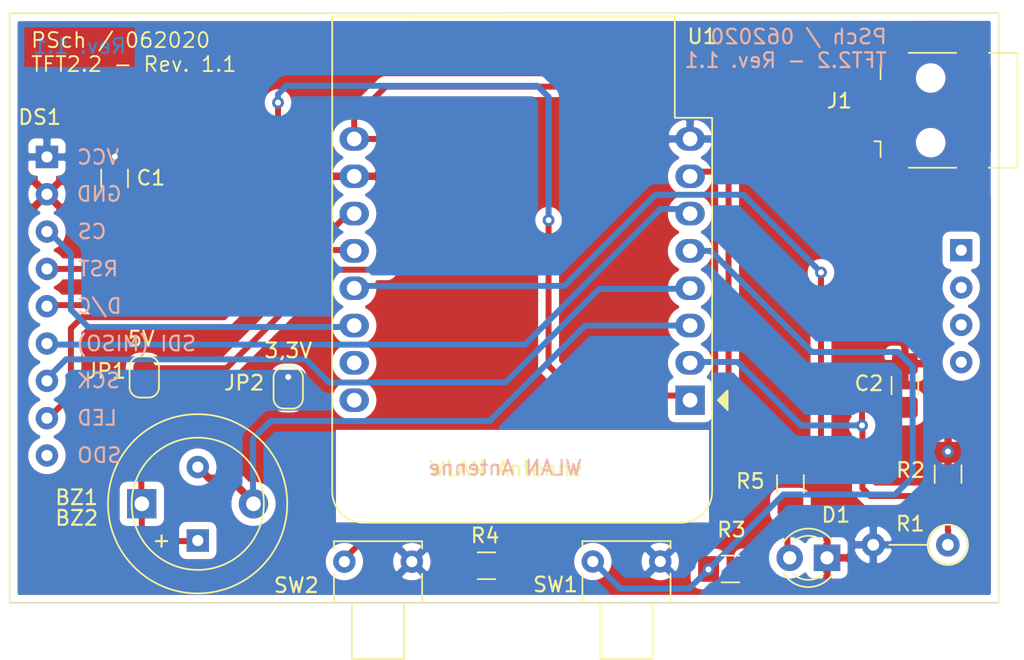
<source format=kicad_pcb>
(kicad_pcb (version 20171130) (host pcbnew 5.1.5+dfsg1-2build2)

  (general
    (thickness 1.6)
    (drawings 22)
    (tracks 139)
    (zones 0)
    (modules 17)
    (nets 17)
  )

  (page A4)
  (layers
    (0 F.Cu signal)
    (31 B.Cu signal)
    (32 B.Adhes user hide)
    (33 F.Adhes user hide)
    (34 B.Paste user hide)
    (35 F.Paste user hide)
    (36 B.SilkS user)
    (37 F.SilkS user)
    (38 B.Mask user hide)
    (39 F.Mask user hide)
    (40 Dwgs.User user hide)
    (41 Cmts.User user hide)
    (42 Eco1.User user hide)
    (43 Eco2.User user hide)
    (44 Edge.Cuts user)
    (45 Margin user hide)
    (46 B.CrtYd user hide)
    (47 F.CrtYd user hide)
    (48 B.Fab user hide)
    (49 F.Fab user hide)
  )

  (setup
    (last_trace_width 0.4064)
    (user_trace_width 0.3048)
    (user_trace_width 0.4064)
    (user_trace_width 0.508)
    (trace_clearance 0.2)
    (zone_clearance 0.508)
    (zone_45_only no)
    (trace_min 0.2)
    (via_size 0.8)
    (via_drill 0.4)
    (via_min_size 0.4)
    (via_min_drill 0.3)
    (uvia_size 0.3)
    (uvia_drill 0.1)
    (uvias_allowed no)
    (uvia_min_size 0.2)
    (uvia_min_drill 0.1)
    (edge_width 0.05)
    (segment_width 0.2)
    (pcb_text_width 0.3)
    (pcb_text_size 1.5 1.5)
    (mod_edge_width 0.12)
    (mod_text_size 1 1)
    (mod_text_width 0.15)
    (pad_size 1.524 1.524)
    (pad_drill 0.762)
    (pad_to_mask_clearance 0.051)
    (solder_mask_min_width 0.25)
    (aux_axis_origin 0 0)
    (visible_elements FFFFFF7F)
    (pcbplotparams
      (layerselection 0x010fc_ffffffff)
      (usegerberextensions false)
      (usegerberattributes false)
      (usegerberadvancedattributes false)
      (creategerberjobfile false)
      (excludeedgelayer true)
      (linewidth 0.100000)
      (plotframeref false)
      (viasonmask false)
      (mode 1)
      (useauxorigin false)
      (hpglpennumber 1)
      (hpglpenspeed 20)
      (hpglpendiameter 15.000000)
      (psnegative false)
      (psa4output false)
      (plotreference true)
      (plotvalue true)
      (plotinvisibletext false)
      (padsonsilk false)
      (subtractmaskfromsilk false)
      (outputformat 1)
      (mirror false)
      (drillshape 0)
      (scaleselection 1)
      (outputdirectory "gerber/"))
  )

  (net 0 "")
  (net 1 +5V)
  (net 2 GNDD)
  (net 3 +3V3)
  (net 4 D3)
  (net 5 D5)
  (net 6 D7)
  (net 7 D4)
  (net 8 RST)
  (net 9 D1)
  (net 10 /D8)
  (net 11 "Net-(D1-Pad2)")
  (net 12 D2)
  (net 13 "Net-(BZ1-Pad1)")
  (net 14 /A0)
  (net 15 D0)
  (net 16 /D6)

  (net_class Default "This is the default net class."
    (clearance 0.2)
    (trace_width 0.25)
    (via_dia 0.8)
    (via_drill 0.4)
    (uvia_dia 0.3)
    (uvia_drill 0.1)
    (add_net +3V3)
    (add_net +5V)
    (add_net /A0)
    (add_net /D6)
    (add_net /D8)
    (add_net D0)
    (add_net D1)
    (add_net D2)
    (add_net D3)
    (add_net D4)
    (add_net D5)
    (add_net D7)
    (add_net GNDD)
    (add_net "Net-(BZ1-Pad1)")
    (add_net "Net-(D1-Pad2)")
    (add_net RST)
  )

  (module lib_sch:Taster_6x6x8_stehend (layer F.Cu) (tedit 5EBE8FC7) (tstamp 5EBEFB32)
    (at 170.51 135.78)
    (path /5EB6E36B)
    (fp_text reference SW2 (at -5.56 -1.2) (layer F.SilkS)
      (effects (font (size 1 1) (thickness 0.15)))
    )
    (fp_text value SW_Push (at 0 5.334) (layer F.Fab)
      (effects (font (size 1 1) (thickness 0.15)))
    )
    (fp_line (start 3 0) (end 3 -1.99) (layer F.SilkS) (width 0.12))
    (fp_line (start 3 -4.2) (end 3 -3.7) (layer F.SilkS) (width 0.12))
    (fp_line (start -3 -4.2) (end -3 -3.7) (layer F.SilkS) (width 0.12))
    (fp_line (start -3 0) (end -3 -1.99) (layer F.SilkS) (width 0.12))
    (fp_line (start 1.778 3.8) (end 1.778 0) (layer F.SilkS) (width 0.12))
    (fp_line (start -1.778 0) (end -1.778 3.8) (layer F.SilkS) (width 0.12))
    (fp_line (start -1.7 3.81) (end 1.7 3.81) (layer F.SilkS) (width 0.12))
    (fp_line (start -3 -4.2) (end 3 -4.2) (layer F.SilkS) (width 0.12))
    (fp_line (start 3 0) (end 0 0) (layer F.SilkS) (width 0.12))
    (fp_line (start 0 0) (end -3 0) (layer F.SilkS) (width 0.12))
    (pad 2 thru_hole circle (at 2.3 -2.81) (size 1.524 1.524) (drill 0.762) (layers *.Cu *.Mask)
      (net 3 +3V3))
    (pad 1 thru_hole circle (at -2.29 -2.81) (size 1.524 1.524) (drill 0.762) (layers *.Cu *.Mask)
      (net 10 /D8))
  )

  (module lib_sch:Taster_6x6x8_stehend (layer F.Cu) (tedit 5EBE8FC7) (tstamp 5ED3F895)
    (at 187.42 135.77)
    (path /5EB6D74D)
    (fp_text reference SW1 (at -4.83 -1.24) (layer F.SilkS)
      (effects (font (size 1 1) (thickness 0.15)))
    )
    (fp_text value SW_Push (at 0 5.334) (layer F.Fab)
      (effects (font (size 1 1) (thickness 0.15)))
    )
    (fp_line (start 3 0) (end 3 -1.99) (layer F.SilkS) (width 0.12))
    (fp_line (start 3 -4.2) (end 3 -3.7) (layer F.SilkS) (width 0.12))
    (fp_line (start -3 -4.2) (end -3 -3.7) (layer F.SilkS) (width 0.12))
    (fp_line (start -3 0) (end -3 -1.99) (layer F.SilkS) (width 0.12))
    (fp_line (start 1.778 3.8) (end 1.778 0) (layer F.SilkS) (width 0.12))
    (fp_line (start -1.778 0) (end -1.778 3.8) (layer F.SilkS) (width 0.12))
    (fp_line (start -1.7 3.81) (end 1.7 3.81) (layer F.SilkS) (width 0.12))
    (fp_line (start -3 -4.2) (end 3 -4.2) (layer F.SilkS) (width 0.12))
    (fp_line (start 3 0) (end 0 0) (layer F.SilkS) (width 0.12))
    (fp_line (start 0 0) (end -3 0) (layer F.SilkS) (width 0.12))
    (pad 2 thru_hole circle (at 2.3 -2.81) (size 1.524 1.524) (drill 0.762) (layers *.Cu *.Mask)
      (net 3 +3V3))
    (pad 1 thru_hole circle (at -2.29 -2.81) (size 1.524 1.524) (drill 0.762) (layers *.Cu *.Mask)
      (net 16 /D6))
  )

  (module Capacitor_SMD:C_1206_3216Metric_Pad1.42x1.75mm_HandSolder (layer F.Cu) (tedit 5B301BBE) (tstamp 5EBC61A6)
    (at 206.37 120.9825 270)
    (descr "Capacitor SMD 1206 (3216 Metric), square (rectangular) end terminal, IPC_7351 nominal with elongated pad for handsoldering. (Body size source: http://www.tortai-tech.com/upload/download/2011102023233369053.pdf), generated with kicad-footprint-generator")
    (tags "capacitor handsolder")
    (path /5EBC7C68)
    (attr smd)
    (fp_text reference C2 (at -0.1425 2.45 180) (layer F.SilkS)
      (effects (font (size 1 1) (thickness 0.15)))
    )
    (fp_text value 100nF (at 0 1.82 90) (layer F.Fab)
      (effects (font (size 1 1) (thickness 0.15)))
    )
    (fp_text user %R (at 0 0 90) (layer F.Fab)
      (effects (font (size 0.8 0.8) (thickness 0.12)))
    )
    (fp_line (start 2.45 1.12) (end -2.45 1.12) (layer F.CrtYd) (width 0.05))
    (fp_line (start 2.45 -1.12) (end 2.45 1.12) (layer F.CrtYd) (width 0.05))
    (fp_line (start -2.45 -1.12) (end 2.45 -1.12) (layer F.CrtYd) (width 0.05))
    (fp_line (start -2.45 1.12) (end -2.45 -1.12) (layer F.CrtYd) (width 0.05))
    (fp_line (start -0.602064 0.91) (end 0.602064 0.91) (layer F.SilkS) (width 0.12))
    (fp_line (start -0.602064 -0.91) (end 0.602064 -0.91) (layer F.SilkS) (width 0.12))
    (fp_line (start 1.6 0.8) (end -1.6 0.8) (layer F.Fab) (width 0.1))
    (fp_line (start 1.6 -0.8) (end 1.6 0.8) (layer F.Fab) (width 0.1))
    (fp_line (start -1.6 -0.8) (end 1.6 -0.8) (layer F.Fab) (width 0.1))
    (fp_line (start -1.6 0.8) (end -1.6 -0.8) (layer F.Fab) (width 0.1))
    (pad 2 smd roundrect (at 1.4875 0 270) (size 1.425 1.75) (layers F.Cu F.Paste F.Mask) (roundrect_rratio 0.175439)
      (net 14 /A0))
    (pad 1 smd roundrect (at -1.4875 0 270) (size 1.425 1.75) (layers F.Cu F.Paste F.Mask) (roundrect_rratio 0.175439)
      (net 2 GNDD))
    (model ${KISYS3DMOD}/Capacitor_SMD.3dshapes/C_1206_3216Metric.wrl
      (at (xyz 0 0 0))
      (scale (xyz 1 1 1))
      (rotate (xyz 0 0 0))
    )
  )

  (module lib_sch:Buzzer_9x5RM5 (layer F.Cu) (tedit 5EBC1246) (tstamp 5EBC6BEA)
    (at 158.242 129.032 90)
    (path /5EB865EC)
    (fp_text reference BZ2 (at -0.968 -8.242 180) (layer F.SilkS)
      (effects (font (size 1 1) (thickness 0.15)))
    )
    (fp_text value Buzzer (at 0 6.35 90) (layer F.Fab)
      (effects (font (size 1 1) (thickness 0.15)))
    )
    (fp_text user + (at -2.54 -2.54 90) (layer F.SilkS)
      (effects (font (size 1 1) (thickness 0.15)))
    )
    (fp_circle (center 0 0) (end 4.5 0) (layer F.SilkS) (width 0.12))
    (pad 2 thru_hole circle (at 2.5 0 90) (size 1.524 1.524) (drill 0.762) (layers *.Cu *.Mask)
      (net 15 D0))
    (pad 1 thru_hole rect (at -2.5 0 90) (size 1.524 1.524) (drill 0.762) (layers *.Cu *.Mask)
      (net 13 "Net-(BZ1-Pad1)"))
  )

  (module Resistor_SMD:R_1206_3216Metric_Pad1.42x1.75mm_HandSolder (layer F.Cu) (tedit 5B301BBD) (tstamp 5EC93A86)
    (at 177.89 133.25)
    (descr "Resistor SMD 1206 (3216 Metric), square (rectangular) end terminal, IPC_7351 nominal with elongated pad for handsoldering. (Body size source: http://www.tortai-tech.com/upload/download/2011102023233369053.pdf), generated with kicad-footprint-generator")
    (tags "resistor handsolder")
    (path /5EB6EDC9)
    (attr smd)
    (fp_text reference R4 (at -0.09 -2.05) (layer F.SilkS)
      (effects (font (size 1 1) (thickness 0.15)))
    )
    (fp_text value 4k7 (at 0 1.82) (layer F.Fab)
      (effects (font (size 1 1) (thickness 0.15)))
    )
    (fp_text user %R (at 0 0) (layer F.Fab)
      (effects (font (size 0.8 0.8) (thickness 0.12)))
    )
    (fp_line (start 2.45 1.12) (end -2.45 1.12) (layer F.CrtYd) (width 0.05))
    (fp_line (start 2.45 -1.12) (end 2.45 1.12) (layer F.CrtYd) (width 0.05))
    (fp_line (start -2.45 -1.12) (end 2.45 -1.12) (layer F.CrtYd) (width 0.05))
    (fp_line (start -2.45 1.12) (end -2.45 -1.12) (layer F.CrtYd) (width 0.05))
    (fp_line (start -0.602064 0.91) (end 0.602064 0.91) (layer F.SilkS) (width 0.12))
    (fp_line (start -0.602064 -0.91) (end 0.602064 -0.91) (layer F.SilkS) (width 0.12))
    (fp_line (start 1.6 0.8) (end -1.6 0.8) (layer F.Fab) (width 0.1))
    (fp_line (start 1.6 -0.8) (end 1.6 0.8) (layer F.Fab) (width 0.1))
    (fp_line (start -1.6 -0.8) (end 1.6 -0.8) (layer F.Fab) (width 0.1))
    (fp_line (start -1.6 0.8) (end -1.6 -0.8) (layer F.Fab) (width 0.1))
    (pad 2 smd roundrect (at 1.4875 0) (size 1.425 1.75) (layers F.Cu F.Paste F.Mask) (roundrect_rratio 0.175439)
      (net 2 GNDD))
    (pad 1 smd roundrect (at -1.4875 0) (size 1.425 1.75) (layers F.Cu F.Paste F.Mask) (roundrect_rratio 0.175439)
      (net 10 /D8))
    (model ${KISYS3DMOD}/Resistor_SMD.3dshapes/R_1206_3216Metric.wrl
      (at (xyz 0 0 0))
      (scale (xyz 1 1 1))
      (rotate (xyz 0 0 0))
    )
  )

  (module Module:WEMOS_D1_mini_light (layer F.Cu) (tedit 5BBFB1CE) (tstamp 5EBC6E55)
    (at 191.75 121.98 180)
    (descr "16-pin module, column spacing 22.86 mm (900 mils), https://wiki.wemos.cc/products:d1:d1_mini, https://c1.staticflickr.com/1/734/31400410271_f278b087db_z.jpg")
    (tags "ESP8266 WiFi microcontroller")
    (path /5EB1A7EF)
    (fp_text reference U1 (at -0.82 24.76) (layer F.SilkS)
      (effects (font (size 1 1) (thickness 0.15)))
    )
    (fp_text value WeMos_D1_mini (at 11.43 0) (layer F.Fab)
      (effects (font (size 1 1) (thickness 0.15)))
    )
    (fp_text user "No copper" (at 11.43 -3.81 180) (layer Cmts.User)
      (effects (font (size 1 1) (thickness 0.15)))
    )
    (fp_text user "KEEP OUT" (at 11.43 -6.35) (layer Cmts.User)
      (effects (font (size 1 1) (thickness 0.15)))
    )
    (fp_arc (start 22.23 -6.21) (end 24.36 -6.21) (angle -90) (layer F.SilkS) (width 0.12))
    (fp_arc (start 0.63 -6.21) (end 0.63 -8.34) (angle -90) (layer F.SilkS) (width 0.12))
    (fp_line (start 1.04 19.22) (end 1.04 26.12) (layer F.SilkS) (width 0.12))
    (fp_line (start -1.5 19.22) (end 1.04 19.22) (layer F.SilkS) (width 0.12))
    (fp_arc (start 22.23 -6.21) (end 24.23 -6.19) (angle -90) (layer F.Fab) (width 0.1))
    (fp_arc (start 0.63 -6.21) (end 0.63 -8.21) (angle -90) (layer F.Fab) (width 0.1))
    (fp_line (start -0.37 0) (end -1.37 -1) (layer F.Fab) (width 0.1))
    (fp_line (start -1.37 1) (end -0.37 0) (layer F.Fab) (width 0.1))
    (fp_line (start -1.37 -6.21) (end -1.37 -1) (layer F.Fab) (width 0.1))
    (fp_line (start 1.17 19.09) (end 1.17 25.99) (layer F.Fab) (width 0.1))
    (fp_line (start -1.37 19.09) (end 1.17 19.09) (layer F.Fab) (width 0.1))
    (fp_line (start -1.35 -7.4) (end -0.55 -8.2) (layer Dwgs.User) (width 0.1))
    (fp_line (start -1.3 -5.45) (end 1.45 -8.2) (layer Dwgs.User) (width 0.1))
    (fp_line (start -1.35 -3.4) (end 3.45 -8.2) (layer Dwgs.User) (width 0.1))
    (fp_line (start 22.65 -1.4) (end 24.25 -3) (layer Dwgs.User) (width 0.1))
    (fp_line (start 20.65 -1.4) (end 24.25 -5) (layer Dwgs.User) (width 0.1))
    (fp_line (start 18.65 -1.4) (end 24.25 -7) (layer Dwgs.User) (width 0.1))
    (fp_line (start 16.65 -1.4) (end 23.45 -8.2) (layer Dwgs.User) (width 0.1))
    (fp_line (start 14.65 -1.4) (end 21.45 -8.2) (layer Dwgs.User) (width 0.1))
    (fp_line (start 12.65 -1.4) (end 19.45 -8.2) (layer Dwgs.User) (width 0.1))
    (fp_line (start 10.65 -1.4) (end 17.45 -8.2) (layer Dwgs.User) (width 0.1))
    (fp_line (start 8.65 -1.4) (end 15.45 -8.2) (layer Dwgs.User) (width 0.1))
    (fp_line (start 6.65 -1.4) (end 13.45 -8.2) (layer Dwgs.User) (width 0.1))
    (fp_line (start 4.65 -1.4) (end 11.45 -8.2) (layer Dwgs.User) (width 0.1))
    (fp_line (start 2.65 -1.4) (end 9.45 -8.2) (layer Dwgs.User) (width 0.1))
    (fp_line (start 0.65 -1.4) (end 7.45 -8.2) (layer Dwgs.User) (width 0.1))
    (fp_line (start -1.35 -1.4) (end 5.45 -8.2) (layer Dwgs.User) (width 0.1))
    (fp_line (start -1.35 -8.2) (end -1.35 -1.4) (layer Dwgs.User) (width 0.1))
    (fp_line (start 24.25 -8.2) (end -1.35 -8.2) (layer Dwgs.User) (width 0.1))
    (fp_line (start 24.25 -1.4) (end 24.25 -8.2) (layer Dwgs.User) (width 0.1))
    (fp_line (start -1.35 -1.4) (end 24.25 -1.4) (layer Dwgs.User) (width 0.1))
    (fp_poly (pts (xy -2.54 -0.635) (xy -2.54 0.635) (xy -1.905 0)) (layer F.SilkS) (width 0.15))
    (fp_line (start -1.62 26.24) (end -1.62 -8.46) (layer F.CrtYd) (width 0.05))
    (fp_line (start 24.48 26.24) (end -1.62 26.24) (layer F.CrtYd) (width 0.05))
    (fp_line (start 24.48 -8.41) (end 24.48 26.24) (layer F.CrtYd) (width 0.05))
    (fp_line (start -1.62 -8.46) (end 24.48 -8.46) (layer F.CrtYd) (width 0.05))
    (fp_text user %R (at 11.43 10) (layer F.Fab)
      (effects (font (size 1 1) (thickness 0.15)))
    )
    (fp_line (start -1.37 1) (end -1.37 19.09) (layer F.Fab) (width 0.1))
    (fp_line (start 22.23 -8.21) (end 0.63 -8.21) (layer F.Fab) (width 0.1))
    (fp_line (start 24.23 25.99) (end 24.23 -6.21) (layer F.Fab) (width 0.1))
    (fp_line (start 1.17 25.99) (end 24.23 25.99) (layer F.Fab) (width 0.1))
    (fp_line (start 22.24 -8.34) (end 0.63 -8.34) (layer F.SilkS) (width 0.12))
    (fp_line (start 24.36 26.12) (end 24.36 -6.21) (layer F.SilkS) (width 0.12))
    (fp_line (start -1.5 19.22) (end -1.5 -6.21) (layer F.SilkS) (width 0.12))
    (fp_line (start 1.04 26.12) (end 24.36 26.12) (layer F.SilkS) (width 0.12))
    (pad 16 thru_hole oval (at 22.86 0 180) (size 2 1.6) (drill 1) (layers *.Cu *.Mask))
    (pad 15 thru_hole oval (at 22.86 2.54 180) (size 2 1.6) (drill 1) (layers *.Cu *.Mask))
    (pad 14 thru_hole oval (at 22.86 5.08 180) (size 2 1.6) (drill 1) (layers *.Cu *.Mask)
      (net 9 D1))
    (pad 13 thru_hole oval (at 22.86 7.62 180) (size 2 1.6) (drill 1) (layers *.Cu *.Mask)
      (net 12 D2))
    (pad 12 thru_hole oval (at 22.86 10.16 180) (size 2 1.6) (drill 1) (layers *.Cu *.Mask)
      (net 4 D3))
    (pad 11 thru_hole oval (at 22.86 12.7 180) (size 2 1.6) (drill 1) (layers *.Cu *.Mask)
      (net 7 D4))
    (pad 10 thru_hole oval (at 22.86 15.24 180) (size 2 1.6) (drill 1) (layers *.Cu *.Mask)
      (net 2 GNDD))
    (pad 9 thru_hole oval (at 22.86 17.78 180) (size 2 1.6) (drill 1) (layers *.Cu *.Mask)
      (net 1 +5V))
    (pad 8 thru_hole oval (at 0 17.78 180) (size 2 1.6) (drill 1) (layers *.Cu *.Mask)
      (net 3 +3V3))
    (pad 7 thru_hole oval (at 0 15.24 180) (size 2 1.6) (drill 1) (layers *.Cu *.Mask)
      (net 10 /D8))
    (pad 6 thru_hole oval (at 0 12.7 180) (size 2 1.6) (drill 1) (layers *.Cu *.Mask)
      (net 6 D7))
    (pad 5 thru_hole oval (at 0 10.16 180) (size 2 1.6) (drill 1) (layers *.Cu *.Mask)
      (net 16 /D6))
    (pad 4 thru_hole oval (at 0 7.62 180) (size 2 1.6) (drill 1) (layers *.Cu *.Mask)
      (net 5 D5))
    (pad 3 thru_hole oval (at 0 5.08 180) (size 2 1.6) (drill 1) (layers *.Cu *.Mask)
      (net 15 D0))
    (pad 1 thru_hole rect (at 0 0 180) (size 2 2) (drill 1) (layers *.Cu *.Mask)
      (net 8 RST))
    (pad 2 thru_hole oval (at 0 2.54 180) (size 2 1.6) (drill 1) (layers *.Cu *.Mask)
      (net 14 /A0))
    (model ${KISYS3DMOD}/Module.3dshapes/WEMOS_D1_mini_light.wrl
      (at (xyz 0 0 0))
      (scale (xyz 1 1 1))
      (rotate (xyz 0 0 0))
    )
    (model ${KISYS3DMOD}/Connector_PinHeader_2.54mm.3dshapes/PinHeader_1x08_P2.54mm_Vertical.wrl
      (offset (xyz 0 0 9.5))
      (scale (xyz 1 1 1))
      (rotate (xyz 0 -180 0))
    )
    (model ${KISYS3DMOD}/Connector_PinHeader_2.54mm.3dshapes/PinHeader_1x08_P2.54mm_Vertical.wrl
      (offset (xyz 22.86 0 9.5))
      (scale (xyz 1 1 1))
      (rotate (xyz 0 -180 0))
    )
    (model ${KISYS3DMOD}/Connector_PinSocket_2.54mm.3dshapes/PinSocket_1x08_P2.54mm_Vertical.wrl
      (at (xyz 0 0 0))
      (scale (xyz 1 1 1))
      (rotate (xyz 0 0 0))
    )
    (model ${KISYS3DMOD}/Connector_PinSocket_2.54mm.3dshapes/PinSocket_1x08_P2.54mm_Vertical.wrl
      (offset (xyz 22.86 0 0))
      (scale (xyz 1 1 1))
      (rotate (xyz 0 0 0))
    )
  )

  (module Resistor_SMD:R_1206_3216Metric_Pad1.42x1.75mm_HandSolder (layer F.Cu) (tedit 5B301BBD) (tstamp 5EB92C1B)
    (at 198.58 127.68 90)
    (descr "Resistor SMD 1206 (3216 Metric), square (rectangular) end terminal, IPC_7351 nominal with elongated pad for handsoldering. (Body size source: http://www.tortai-tech.com/upload/download/2011102023233369053.pdf), generated with kicad-footprint-generator")
    (tags "resistor handsolder")
    (path /5EB84E7A)
    (attr smd)
    (fp_text reference R5 (at 0.19 -2.73 180) (layer F.SilkS)
      (effects (font (size 1 1) (thickness 0.15)))
    )
    (fp_text value 750R (at 0 1.82 90) (layer F.Fab)
      (effects (font (size 1 1) (thickness 0.15)))
    )
    (fp_text user %R (at 0 0 90) (layer F.Fab)
      (effects (font (size 0.8 0.8) (thickness 0.12)))
    )
    (fp_line (start 2.45 1.12) (end -2.45 1.12) (layer F.CrtYd) (width 0.05))
    (fp_line (start 2.45 -1.12) (end 2.45 1.12) (layer F.CrtYd) (width 0.05))
    (fp_line (start -2.45 -1.12) (end 2.45 -1.12) (layer F.CrtYd) (width 0.05))
    (fp_line (start -2.45 1.12) (end -2.45 -1.12) (layer F.CrtYd) (width 0.05))
    (fp_line (start -0.602064 0.91) (end 0.602064 0.91) (layer F.SilkS) (width 0.12))
    (fp_line (start -0.602064 -0.91) (end 0.602064 -0.91) (layer F.SilkS) (width 0.12))
    (fp_line (start 1.6 0.8) (end -1.6 0.8) (layer F.Fab) (width 0.1))
    (fp_line (start 1.6 -0.8) (end 1.6 0.8) (layer F.Fab) (width 0.1))
    (fp_line (start -1.6 -0.8) (end 1.6 -0.8) (layer F.Fab) (width 0.1))
    (fp_line (start -1.6 0.8) (end -1.6 -0.8) (layer F.Fab) (width 0.1))
    (pad 2 smd roundrect (at 1.4875 0 90) (size 1.425 1.75) (layers F.Cu F.Paste F.Mask) (roundrect_rratio 0.175439)
      (net 12 D2))
    (pad 1 smd roundrect (at -1.4875 0 90) (size 1.425 1.75) (layers F.Cu F.Paste F.Mask) (roundrect_rratio 0.175439)
      (net 11 "Net-(D1-Pad2)"))
    (model ${KISYS3DMOD}/Resistor_SMD.3dshapes/R_1206_3216Metric.wrl
      (at (xyz 0 0 0))
      (scale (xyz 1 1 1))
      (rotate (xyz 0 0 0))
    )
  )

  (module LED_THT:LED_D3.0mm (layer F.Cu) (tedit 587A3A7B) (tstamp 5EB82278)
    (at 201.07 132.71 180)
    (descr "LED, diameter 3.0mm, 2 pins")
    (tags "LED diameter 3.0mm 2 pins")
    (path /5EB801D6)
    (fp_text reference D1 (at -0.606 2.916) (layer F.SilkS)
      (effects (font (size 1 1) (thickness 0.15)))
    )
    (fp_text value LED (at 1.27 2.96) (layer F.Fab)
      (effects (font (size 1 1) (thickness 0.15)))
    )
    (fp_line (start 3.7 -2.25) (end -1.15 -2.25) (layer F.CrtYd) (width 0.05))
    (fp_line (start 3.7 2.25) (end 3.7 -2.25) (layer F.CrtYd) (width 0.05))
    (fp_line (start -1.15 2.25) (end 3.7 2.25) (layer F.CrtYd) (width 0.05))
    (fp_line (start -1.15 -2.25) (end -1.15 2.25) (layer F.CrtYd) (width 0.05))
    (fp_line (start -0.29 1.08) (end -0.29 1.236) (layer F.SilkS) (width 0.12))
    (fp_line (start -0.29 -1.236) (end -0.29 -1.08) (layer F.SilkS) (width 0.12))
    (fp_line (start -0.23 -1.16619) (end -0.23 1.16619) (layer F.Fab) (width 0.1))
    (fp_circle (center 1.27 0) (end 2.77 0) (layer F.Fab) (width 0.1))
    (fp_arc (start 1.27 0) (end 0.229039 1.08) (angle -87.9) (layer F.SilkS) (width 0.12))
    (fp_arc (start 1.27 0) (end 0.229039 -1.08) (angle 87.9) (layer F.SilkS) (width 0.12))
    (fp_arc (start 1.27 0) (end -0.29 1.235516) (angle -108.8) (layer F.SilkS) (width 0.12))
    (fp_arc (start 1.27 0) (end -0.29 -1.235516) (angle 108.8) (layer F.SilkS) (width 0.12))
    (fp_arc (start 1.27 0) (end -0.23 -1.16619) (angle 284.3) (layer F.Fab) (width 0.1))
    (pad 2 thru_hole circle (at 2.54 0 180) (size 1.8 1.8) (drill 0.9) (layers *.Cu *.Mask)
      (net 11 "Net-(D1-Pad2)"))
    (pad 1 thru_hole rect (at 0 0 180) (size 1.8 1.8) (drill 0.9) (layers *.Cu *.Mask)
      (net 2 GNDD))
    (model ${KISYS3DMOD}/LED_THT.3dshapes/LED_D3.0mm.wrl
      (at (xyz 0 0 0))
      (scale (xyz 1 1 1))
      (rotate (xyz 0 0 0))
    )
  )

  (module lib_sch:TFT2.2_SPI locked (layer F.Cu) (tedit 5EB698D2) (tstamp 5EB830EE)
    (at 147.975 105.425)
    (descr "2.2TFT SPI 240x320")
    (path /5EB30E40)
    (fp_text reference DS1 (at -0.495 -2.705) (layer F.SilkS)
      (effects (font (size 1 1) (thickness 0.15)))
    )
    (fp_text value TFT2.2_SPI (at 7.62 -7.62) (layer F.Fab)
      (effects (font (size 1 1) (thickness 0.15)))
    )
    (fp_line (start -2.54 30.353) (end 64.77 30.353) (layer F.SilkS) (width 0.12))
    (fp_line (start 64.77 30.353) (end 64.77 -9.779) (layer F.SilkS) (width 0.12))
    (fp_line (start -2.54 30.353) (end -2.54 -9.779) (layer F.SilkS) (width 0.12))
    (fp_line (start -2.54 -9.779) (end 64.77 -9.779) (layer F.SilkS) (width 0.12))
    (pad 13 thru_hole circle (at 62.23 13.97) (size 1.524 1.524) (drill 0.762) (layers *.Cu *.Mask))
    (pad 12 thru_hole circle (at 62.23 11.43) (size 1.524 1.524) (drill 0.762) (layers *.Cu *.Mask))
    (pad 11 thru_hole circle (at 62.23 8.89) (size 1.524 1.524) (drill 0.762) (layers *.Cu *.Mask))
    (pad 10 thru_hole rect (at 62.23 6.35) (size 1.524 1.524) (drill 0.762) (layers *.Cu *.Mask))
    (pad 9 thru_hole circle (at 0 20.32) (size 1.524 1.524) (drill 0.762) (layers *.Cu *.Mask))
    (pad 8 thru_hole circle (at 0 17.78) (size 1.524 1.524) (drill 0.762) (layers *.Cu *.Mask)
      (net 4 D3))
    (pad 7 thru_hole circle (at 0 15.24) (size 1.524 1.524) (drill 0.762) (layers *.Cu *.Mask)
      (net 5 D5))
    (pad 6 thru_hole circle (at 0 12.7) (size 1.524 1.524) (drill 0.762) (layers *.Cu *.Mask)
      (net 6 D7))
    (pad 5 thru_hole circle (at 0 10.16) (size 1.524 1.524) (drill 0.762) (layers *.Cu *.Mask)
      (net 7 D4))
    (pad 4 thru_hole circle (at 0 7.62) (size 1.524 1.524) (drill 0.762) (layers *.Cu *.Mask)
      (net 8 RST))
    (pad 3 thru_hole circle (at 0 5.08) (size 1.524 1.524) (drill 0.762) (layers *.Cu *.Mask)
      (net 9 D1))
    (pad 2 thru_hole circle (at 0 2.54) (size 1.524 1.524) (drill 0.762) (layers *.Cu *.Mask)
      (net 2 GNDD))
    (pad 1 thru_hole rect (at 0 0) (size 1.524 1.524) (drill 0.762) (layers *.Cu *.Mask)
      (net 3 +3V3))
  )

  (module Resistor_SMD:R_1206_3216Metric_Pad1.42x1.75mm_HandSolder (layer F.Cu) (tedit 5B301BBD) (tstamp 5EB826A4)
    (at 194.4975 133.47)
    (descr "Resistor SMD 1206 (3216 Metric), square (rectangular) end terminal, IPC_7351 nominal with elongated pad for handsoldering. (Body size source: http://www.tortai-tech.com/upload/download/2011102023233369053.pdf), generated with kicad-footprint-generator")
    (tags "resistor handsolder")
    (path /5EB6E803)
    (attr smd)
    (fp_text reference R3 (at 0.07 -2.67) (layer F.SilkS)
      (effects (font (size 1 1) (thickness 0.15)))
    )
    (fp_text value 4k7 (at 0 1.82) (layer F.Fab)
      (effects (font (size 1 1) (thickness 0.15)))
    )
    (fp_text user %R (at 0 0) (layer F.Fab)
      (effects (font (size 0.8 0.8) (thickness 0.12)))
    )
    (fp_line (start 2.45 1.12) (end -2.45 1.12) (layer F.CrtYd) (width 0.05))
    (fp_line (start 2.45 -1.12) (end 2.45 1.12) (layer F.CrtYd) (width 0.05))
    (fp_line (start -2.45 -1.12) (end 2.45 -1.12) (layer F.CrtYd) (width 0.05))
    (fp_line (start -2.45 1.12) (end -2.45 -1.12) (layer F.CrtYd) (width 0.05))
    (fp_line (start -0.602064 0.91) (end 0.602064 0.91) (layer F.SilkS) (width 0.12))
    (fp_line (start -0.602064 -0.91) (end 0.602064 -0.91) (layer F.SilkS) (width 0.12))
    (fp_line (start 1.6 0.8) (end -1.6 0.8) (layer F.Fab) (width 0.1))
    (fp_line (start 1.6 -0.8) (end 1.6 0.8) (layer F.Fab) (width 0.1))
    (fp_line (start -1.6 -0.8) (end 1.6 -0.8) (layer F.Fab) (width 0.1))
    (fp_line (start -1.6 0.8) (end -1.6 -0.8) (layer F.Fab) (width 0.1))
    (pad 2 smd roundrect (at 1.4875 0) (size 1.425 1.75) (layers F.Cu F.Paste F.Mask) (roundrect_rratio 0.175439)
      (net 2 GNDD))
    (pad 1 smd roundrect (at -1.4875 0) (size 1.425 1.75) (layers F.Cu F.Paste F.Mask) (roundrect_rratio 0.175439)
      (net 16 /D6))
    (model ${KISYS3DMOD}/Resistor_SMD.3dshapes/R_1206_3216Metric.wrl
      (at (xyz 0 0 0))
      (scale (xyz 1 1 1))
      (rotate (xyz 0 0 0))
    )
  )

  (module Buzzer_Beeper:Buzzer_12x9.5RM7.6 (layer F.Cu) (tedit 5A030281) (tstamp 5EB69539)
    (at 154.432 129.032)
    (descr "Generic Buzzer, D12mm height 9.5mm with RM7.6mm")
    (tags buzzer)
    (path /5EB1C3F1)
    (fp_text reference BZ1 (at -4.432 -0.432) (layer F.SilkS)
      (effects (font (size 1 1) (thickness 0.15)))
    )
    (fp_text value Buzzer (at 3.8 7.4) (layer F.Fab)
      (effects (font (size 1 1) (thickness 0.15)))
    )
    (fp_circle (center 3.8 0) (end 9.9 0) (layer F.SilkS) (width 0.12))
    (fp_circle (center 3.8 0) (end 4.8 0) (layer F.Fab) (width 0.1))
    (fp_circle (center 3.8 0) (end 9.8 0) (layer F.Fab) (width 0.1))
    (fp_circle (center 3.8 0) (end 10.05 0) (layer F.CrtYd) (width 0.05))
    (fp_text user %R (at 3.8 -4) (layer F.Fab)
      (effects (font (size 1 1) (thickness 0.15)))
    )
    (fp_text user + (at -0.01 -2.54) (layer F.Fab)
      (effects (font (size 1 1) (thickness 0.15)))
    )
    (fp_text user + (at -0.01 -2.54) (layer F.Fab)
      (effects (font (size 1 1) (thickness 0.15)))
    )
    (pad 2 thru_hole circle (at 7.6 0) (size 2 2) (drill 1) (layers *.Cu *.Mask)
      (net 15 D0))
    (pad 1 thru_hole rect (at 0 0) (size 2 2) (drill 1) (layers *.Cu *.Mask)
      (net 13 "Net-(BZ1-Pad1)"))
    (model ${KISYS3DMOD}/Buzzer_Beeper.3dshapes/Buzzer_12x9.5RM7.6.wrl
      (at (xyz 0 0 0))
      (scale (xyz 1 1 1))
      (rotate (xyz 0 0 0))
    )
  )

  (module Resistor_SMD:R_1206_3216Metric_Pad1.42x1.75mm_HandSolder (layer F.Cu) (tedit 5B301BBD) (tstamp 5EB5F56F)
    (at 209.31 127.016 90)
    (descr "Resistor SMD 1206 (3216 Metric), square (rectangular) end terminal, IPC_7351 nominal with elongated pad for handsoldering. (Body size source: http://www.tortai-tech.com/upload/download/2011102023233369053.pdf), generated with kicad-footprint-generator")
    (tags "resistor handsolder")
    (path /5EC39C97)
    (attr smd)
    (fp_text reference R2 (at 0.27 -2.554 180) (layer F.SilkS)
      (effects (font (size 1 1) (thickness 0.15)))
    )
    (fp_text value 4k7 (at 0 1.82 90) (layer F.Fab)
      (effects (font (size 1 1) (thickness 0.15)))
    )
    (fp_text user %R (at 0 0 90) (layer F.Fab)
      (effects (font (size 0.8 0.8) (thickness 0.12)))
    )
    (fp_line (start 2.45 1.12) (end -2.45 1.12) (layer F.CrtYd) (width 0.05))
    (fp_line (start 2.45 -1.12) (end 2.45 1.12) (layer F.CrtYd) (width 0.05))
    (fp_line (start -2.45 -1.12) (end 2.45 -1.12) (layer F.CrtYd) (width 0.05))
    (fp_line (start -2.45 1.12) (end -2.45 -1.12) (layer F.CrtYd) (width 0.05))
    (fp_line (start -0.602064 0.91) (end 0.602064 0.91) (layer F.SilkS) (width 0.12))
    (fp_line (start -0.602064 -0.91) (end 0.602064 -0.91) (layer F.SilkS) (width 0.12))
    (fp_line (start 1.6 0.8) (end -1.6 0.8) (layer F.Fab) (width 0.1))
    (fp_line (start 1.6 -0.8) (end 1.6 0.8) (layer F.Fab) (width 0.1))
    (fp_line (start -1.6 -0.8) (end 1.6 -0.8) (layer F.Fab) (width 0.1))
    (fp_line (start -1.6 0.8) (end -1.6 -0.8) (layer F.Fab) (width 0.1))
    (pad 2 smd roundrect (at 1.4875 0 90) (size 1.425 1.75) (layers F.Cu F.Paste F.Mask) (roundrect_rratio 0.175439)
      (net 2 GNDD))
    (pad 1 smd roundrect (at -1.4875 0 90) (size 1.425 1.75) (layers F.Cu F.Paste F.Mask) (roundrect_rratio 0.175439)
      (net 14 /A0))
    (model ${KISYS3DMOD}/Resistor_SMD.3dshapes/R_1206_3216Metric.wrl
      (at (xyz 0 0 0))
      (scale (xyz 1 1 1))
      (rotate (xyz 0 0 0))
    )
  )

  (module Resistor_THT:R_Axial_DIN0207_L6.3mm_D2.5mm_P5.08mm_Vertical (layer F.Cu) (tedit 5AE5139B) (tstamp 5EB8276B)
    (at 209.296 131.826 180)
    (descr "Resistor, Axial_DIN0207 series, Axial, Vertical, pin pitch=5.08mm, 0.25W = 1/4W, length*diameter=6.3*2.5mm^2, http://cdn-reichelt.de/documents/datenblatt/B400/1_4W%23YAG.pdf")
    (tags "Resistor Axial_DIN0207 series Axial Vertical pin pitch 5.08mm 0.25W = 1/4W length 6.3mm diameter 2.5mm")
    (path /5EC367D8)
    (fp_text reference R1 (at 2.559 1.431) (layer F.SilkS)
      (effects (font (size 1 1) (thickness 0.15)))
    )
    (fp_text value "1k7 - 30k" (at 2.54 2.37) (layer F.Fab)
      (effects (font (size 1 1) (thickness 0.15)))
    )
    (fp_text user %R (at 2.54 -2.37) (layer F.Fab)
      (effects (font (size 1 1) (thickness 0.15)))
    )
    (fp_line (start 6.13 -1.5) (end -1.5 -1.5) (layer F.CrtYd) (width 0.05))
    (fp_line (start 6.13 1.5) (end 6.13 -1.5) (layer F.CrtYd) (width 0.05))
    (fp_line (start -1.5 1.5) (end 6.13 1.5) (layer F.CrtYd) (width 0.05))
    (fp_line (start -1.5 -1.5) (end -1.5 1.5) (layer F.CrtYd) (width 0.05))
    (fp_line (start 1.37 0) (end 3.98 0) (layer F.SilkS) (width 0.12))
    (fp_line (start 0 0) (end 5.08 0) (layer F.Fab) (width 0.1))
    (fp_circle (center 0 0) (end 1.37 0) (layer F.SilkS) (width 0.12))
    (fp_circle (center 0 0) (end 1.25 0) (layer F.Fab) (width 0.1))
    (pad 2 thru_hole oval (at 5.08 0 180) (size 1.6 1.6) (drill 0.8) (layers *.Cu *.Mask)
      (net 3 +3V3))
    (pad 1 thru_hole circle (at 0 0 180) (size 1.6 1.6) (drill 0.8) (layers *.Cu *.Mask)
      (net 14 /A0))
    (model ${KISYS3DMOD}/Resistor_THT.3dshapes/R_Axial_DIN0207_L6.3mm_D2.5mm_P5.08mm_Vertical.wrl
      (at (xyz 0 0 0))
      (scale (xyz 1 1 1))
      (rotate (xyz 0 0 0))
    )
  )

  (module Capacitor_SMD:C_1206_3216Metric_Pad1.42x1.75mm_HandSolder (layer F.Cu) (tedit 5B301BBE) (tstamp 5EB5FCBF)
    (at 152.5778 106.8832 90)
    (descr "Capacitor SMD 1206 (3216 Metric), square (rectangular) end terminal, IPC_7351 nominal with elongated pad for handsoldering. (Body size source: http://www.tortai-tech.com/upload/download/2011102023233369053.pdf), generated with kicad-footprint-generator")
    (tags "capacitor handsolder")
    (path /5EB8D128)
    (attr smd)
    (fp_text reference C1 (at 0.0332 2.4722 180) (layer F.SilkS)
      (effects (font (size 1 1) (thickness 0.15)))
    )
    (fp_text value 100nF (at 0 1.82 90) (layer F.Fab)
      (effects (font (size 1 1) (thickness 0.15)))
    )
    (fp_text user %R (at 0 0 90) (layer F.Fab)
      (effects (font (size 0.8 0.8) (thickness 0.12)))
    )
    (fp_line (start 2.45 1.12) (end -2.45 1.12) (layer F.CrtYd) (width 0.05))
    (fp_line (start 2.45 -1.12) (end 2.45 1.12) (layer F.CrtYd) (width 0.05))
    (fp_line (start -2.45 -1.12) (end 2.45 -1.12) (layer F.CrtYd) (width 0.05))
    (fp_line (start -2.45 1.12) (end -2.45 -1.12) (layer F.CrtYd) (width 0.05))
    (fp_line (start -0.602064 0.91) (end 0.602064 0.91) (layer F.SilkS) (width 0.12))
    (fp_line (start -0.602064 -0.91) (end 0.602064 -0.91) (layer F.SilkS) (width 0.12))
    (fp_line (start 1.6 0.8) (end -1.6 0.8) (layer F.Fab) (width 0.1))
    (fp_line (start 1.6 -0.8) (end 1.6 0.8) (layer F.Fab) (width 0.1))
    (fp_line (start -1.6 -0.8) (end 1.6 -0.8) (layer F.Fab) (width 0.1))
    (fp_line (start -1.6 0.8) (end -1.6 -0.8) (layer F.Fab) (width 0.1))
    (pad 2 smd roundrect (at 1.4875 0 90) (size 1.425 1.75) (layers F.Cu F.Paste F.Mask) (roundrect_rratio 0.175439)
      (net 3 +3V3))
    (pad 1 smd roundrect (at -1.4875 0 90) (size 1.425 1.75) (layers F.Cu F.Paste F.Mask) (roundrect_rratio 0.175439)
      (net 2 GNDD))
    (model ${KISYS3DMOD}/Capacitor_SMD.3dshapes/C_1206_3216Metric.wrl
      (at (xyz 0 0 0))
      (scale (xyz 1 1 1))
      (rotate (xyz 0 0 0))
    )
  )

  (module lib_sch:USB_Mini-B_Lumberg_2486_01_Horizontal (layer F.Cu) (tedit 5AC6B535) (tstamp 5EB5D608)
    (at 208.125 102.25 90)
    (descr "USB Mini-B 5-pin SMD connector, http://downloads.lumberg.com/datenblaetter/en/2486_01.pdf")
    (tags "USB USB_B USB_Mini connector")
    (path /5EB53F63)
    (attr smd)
    (fp_text reference J1 (at 0.65 -6.215 180) (layer F.SilkS)
      (effects (font (size 1 1) (thickness 0.15)))
    )
    (fp_text value USB_B_Mini (at 0 7.5 90) (layer F.Fab)
      (effects (font (size 1 1) (thickness 0.15)))
    )
    (fp_line (start 2.35 -4.2) (end -2.35 -4.2) (layer F.CrtYd) (width 0.05))
    (fp_line (start 2.35 -3.95) (end 2.35 -4.2) (layer F.CrtYd) (width 0.05))
    (fp_line (start 4.35 1.5) (end 5.95 1.5) (layer F.CrtYd) (width 0.05))
    (fp_line (start 4.35 4.2) (end 5.95 4.2) (layer F.CrtYd) (width 0.05))
    (fp_line (start 4.35 6.35) (end 4.35 4.2) (layer F.CrtYd) (width 0.05))
    (fp_line (start 3.91 5.91) (end -3.91 5.91) (layer F.SilkS) (width 0.12))
    (fp_line (start -1.6 -2.85) (end -1.25 -3.35) (layer F.Fab) (width 0.1))
    (fp_line (start -2.11 -3.41) (end -2.11 -3.84) (layer F.SilkS) (width 0.12))
    (fp_text user %R (at 0 1.6 270) (layer F.Fab)
      (effects (font (size 1 1) (thickness 0.15)))
    )
    (fp_line (start 3.91 5.91) (end 3.91 3.96) (layer F.SilkS) (width 0.12))
    (fp_line (start 3.91 1.74) (end 3.91 -1.49) (layer F.SilkS) (width 0.12))
    (fp_line (start 2.11 -3.41) (end 3.19 -3.41) (layer F.SilkS) (width 0.12))
    (fp_line (start -3.19 -3.41) (end -2.11 -3.41) (layer F.SilkS) (width 0.12))
    (fp_line (start -3.91 1.74) (end -3.91 -1.49) (layer F.SilkS) (width 0.12))
    (fp_line (start -3.91 5.91) (end -3.91 3.96) (layer F.SilkS) (width 0.12))
    (fp_line (start 3.85 5.85) (end 3.85 -3.35) (layer F.Fab) (width 0.1))
    (fp_line (start -3.85 5.85) (end 3.85 5.85) (layer F.Fab) (width 0.1))
    (fp_line (start -3.85 -3.35) (end -3.85 5.85) (layer F.Fab) (width 0.1))
    (fp_line (start -3.85 -3.35) (end 3.85 -3.35) (layer F.Fab) (width 0.1))
    (fp_line (start -4.35 6.35) (end 4.35 6.35) (layer F.CrtYd) (width 0.05))
    (fp_line (start 5.95 -3.95) (end 2.35 -3.95) (layer F.CrtYd) (width 0.05))
    (fp_line (start 5.95 1.5) (end 5.95 4.2) (layer F.CrtYd) (width 0.05))
    (fp_line (start -1.95 -3.35) (end -1.6 -2.85) (layer F.Fab) (width 0.1))
    (fp_line (start 4.35 -1.25) (end 4.35 1.5) (layer F.CrtYd) (width 0.05))
    (fp_line (start 4.35 -1.25) (end 5.95 -1.25) (layer F.CrtYd) (width 0.05))
    (fp_line (start 5.95 -3.95) (end 5.95 -1.25) (layer F.CrtYd) (width 0.05))
    (fp_line (start -2.35 -3.95) (end -2.35 -4.2) (layer F.CrtYd) (width 0.05))
    (fp_line (start -5.95 -3.95) (end -2.35 -3.95) (layer F.CrtYd) (width 0.05))
    (fp_line (start -5.95 -3.95) (end -5.95 -1.25) (layer F.CrtYd) (width 0.05))
    (fp_line (start -4.35 -1.25) (end -5.95 -1.25) (layer F.CrtYd) (width 0.05))
    (fp_line (start -4.35 -1.25) (end -4.35 1.5) (layer F.CrtYd) (width 0.05))
    (fp_line (start -4.35 1.5) (end -5.95 1.5) (layer F.CrtYd) (width 0.05))
    (fp_line (start -5.95 1.5) (end -5.95 4.2) (layer F.CrtYd) (width 0.05))
    (fp_line (start -4.35 4.2) (end -5.95 4.2) (layer F.CrtYd) (width 0.05))
    (fp_line (start -4.35 6.35) (end -4.35 4.2) (layer F.CrtYd) (width 0.05))
    (pad 1 smd rect (at -1.6 -2.7 90) (size 0.5 2) (layers F.Cu F.Paste F.Mask)
      (net 1 +5V))
    (pad 2 smd rect (at -0.8 -2.7 90) (size 0.5 2) (layers F.Cu F.Paste F.Mask))
    (pad 3 smd rect (at 0 -2.7 90) (size 0.5 2) (layers F.Cu F.Paste F.Mask))
    (pad 4 smd rect (at 0.8 -2.7 90) (size 0.5 2) (layers F.Cu F.Paste F.Mask))
    (pad 5 smd rect (at 1.6 -2.7 90) (size 0.5 2) (layers F.Cu F.Paste F.Mask)
      (net 2 GNDD))
    (pad 6 smd rect (at -4.45 -2.6 90) (size 2 1.7) (layers F.Cu F.Paste F.Mask)
      (net 2 GNDD))
    (pad 6 smd rect (at -4.45 2.85 90) (size 2 1.7) (layers F.Cu F.Paste F.Mask)
      (net 2 GNDD))
    (pad 6 smd rect (at 4.45 -2.6 90) (size 2 1.7) (layers F.Cu F.Paste F.Mask)
      (net 2 GNDD))
    (pad 6 smd rect (at 4.45 2.85 90) (size 2 1.7) (layers F.Cu F.Paste F.Mask)
      (net 2 GNDD))
    (pad "" np_thru_hole circle (at -2.2 0 90) (size 1 1) (drill 1) (layers *.Cu *.Mask))
    (pad "" np_thru_hole circle (at 2.2 0 90) (size 1 1) (drill 1) (layers *.Cu *.Mask))
    (model ${KISYS3DMOD}/Connector_USB.3dshapes/USB_Mini-B_Lumberg_2486_01_Horizontal.wrl
      (at (xyz 0 0 0))
      (scale (xyz 1 1 1))
      (rotate (xyz 0 0 0))
    )
  )

  (module Jumper:SolderJumper-2_P1.3mm_Open_RoundedPad1.0x1.5mm (layer F.Cu) (tedit 5B391E66) (tstamp 5ED3EE59)
    (at 154.6 120.4 90)
    (descr "SMD Solder Jumper, 1x1.5mm, rounded Pads, 0.3mm gap, open")
    (tags "solder jumper open")
    (path /5ED3F39F)
    (attr virtual)
    (fp_text reference JP1 (at 0.4 -2.6) (layer F.SilkS)
      (effects (font (size 1 1) (thickness 0.15)))
    )
    (fp_text value Lötbrücke (at 0 1.9 90) (layer F.Fab)
      (effects (font (size 1 1) (thickness 0.15)))
    )
    (fp_line (start 1.65 1.25) (end -1.65 1.25) (layer F.CrtYd) (width 0.05))
    (fp_line (start 1.65 1.25) (end 1.65 -1.25) (layer F.CrtYd) (width 0.05))
    (fp_line (start -1.65 -1.25) (end -1.65 1.25) (layer F.CrtYd) (width 0.05))
    (fp_line (start -1.65 -1.25) (end 1.65 -1.25) (layer F.CrtYd) (width 0.05))
    (fp_line (start -0.7 -1) (end 0.7 -1) (layer F.SilkS) (width 0.12))
    (fp_line (start 1.4 -0.3) (end 1.4 0.3) (layer F.SilkS) (width 0.12))
    (fp_line (start 0.7 1) (end -0.7 1) (layer F.SilkS) (width 0.12))
    (fp_line (start -1.4 0.3) (end -1.4 -0.3) (layer F.SilkS) (width 0.12))
    (fp_arc (start -0.7 -0.3) (end -0.7 -1) (angle -90) (layer F.SilkS) (width 0.12))
    (fp_arc (start -0.7 0.3) (end -1.4 0.3) (angle -90) (layer F.SilkS) (width 0.12))
    (fp_arc (start 0.7 0.3) (end 0.7 1) (angle -90) (layer F.SilkS) (width 0.12))
    (fp_arc (start 0.7 -0.3) (end 1.4 -0.3) (angle -90) (layer F.SilkS) (width 0.12))
    (pad 2 smd custom (at 0.65 0 90) (size 1 0.5) (layers F.Cu F.Mask)
      (net 1 +5V) (zone_connect 2)
      (options (clearance outline) (anchor rect))
      (primitives
        (gr_circle (center 0 0.25) (end 0.5 0.25) (width 0))
        (gr_circle (center 0 -0.25) (end 0.5 -0.25) (width 0))
        (gr_poly (pts
           (xy 0 -0.75) (xy -0.5 -0.75) (xy -0.5 0.75) (xy 0 0.75)) (width 0))
      ))
    (pad 1 smd custom (at -0.65 0 90) (size 1 0.5) (layers F.Cu F.Mask)
      (net 13 "Net-(BZ1-Pad1)") (zone_connect 2)
      (options (clearance outline) (anchor rect))
      (primitives
        (gr_circle (center 0 0.25) (end 0.5 0.25) (width 0))
        (gr_circle (center 0 -0.25) (end 0.5 -0.25) (width 0))
        (gr_poly (pts
           (xy 0 -0.75) (xy 0.5 -0.75) (xy 0.5 0.75) (xy 0 0.75)) (width 0))
      ))
  )

  (module Jumper:SolderJumper-2_P1.3mm_Open_RoundedPad1.0x1.5mm (layer F.Cu) (tedit 5B391E66) (tstamp 5ED3EE6B)
    (at 164.4 121.15 90)
    (descr "SMD Solder Jumper, 1x1.5mm, rounded Pads, 0.3mm gap, open")
    (tags "solder jumper open")
    (path /5ED3B091)
    (attr virtual)
    (fp_text reference JP2 (at 0.35 -3 180) (layer F.SilkS)
      (effects (font (size 1 1) (thickness 0.15)))
    )
    (fp_text value Lötbrücke (at 0 1.9 90) (layer F.Fab)
      (effects (font (size 1 1) (thickness 0.15)))
    )
    (fp_arc (start 0.7 -0.3) (end 1.4 -0.3) (angle -90) (layer F.SilkS) (width 0.12))
    (fp_arc (start 0.7 0.3) (end 0.7 1) (angle -90) (layer F.SilkS) (width 0.12))
    (fp_arc (start -0.7 0.3) (end -1.4 0.3) (angle -90) (layer F.SilkS) (width 0.12))
    (fp_arc (start -0.7 -0.3) (end -0.7 -1) (angle -90) (layer F.SilkS) (width 0.12))
    (fp_line (start -1.4 0.3) (end -1.4 -0.3) (layer F.SilkS) (width 0.12))
    (fp_line (start 0.7 1) (end -0.7 1) (layer F.SilkS) (width 0.12))
    (fp_line (start 1.4 -0.3) (end 1.4 0.3) (layer F.SilkS) (width 0.12))
    (fp_line (start -0.7 -1) (end 0.7 -1) (layer F.SilkS) (width 0.12))
    (fp_line (start -1.65 -1.25) (end 1.65 -1.25) (layer F.CrtYd) (width 0.05))
    (fp_line (start -1.65 -1.25) (end -1.65 1.25) (layer F.CrtYd) (width 0.05))
    (fp_line (start 1.65 1.25) (end 1.65 -1.25) (layer F.CrtYd) (width 0.05))
    (fp_line (start 1.65 1.25) (end -1.65 1.25) (layer F.CrtYd) (width 0.05))
    (pad 1 smd custom (at -0.65 0 90) (size 1 0.5) (layers F.Cu F.Mask)
      (net 13 "Net-(BZ1-Pad1)") (zone_connect 2)
      (options (clearance outline) (anchor rect))
      (primitives
        (gr_circle (center 0 0.25) (end 0.5 0.25) (width 0))
        (gr_circle (center 0 -0.25) (end 0.5 -0.25) (width 0))
        (gr_poly (pts
           (xy 0 -0.75) (xy 0.5 -0.75) (xy 0.5 0.75) (xy 0 0.75)) (width 0))
      ))
    (pad 2 smd custom (at 0.65 0 90) (size 1 0.5) (layers F.Cu F.Mask)
      (net 3 +3V3) (zone_connect 2)
      (options (clearance outline) (anchor rect))
      (primitives
        (gr_circle (center 0 0.25) (end 0.5 0.25) (width 0))
        (gr_circle (center 0 -0.25) (end 0.5 -0.25) (width 0))
        (gr_poly (pts
           (xy 0 -0.75) (xy -0.5 -0.75) (xy -0.5 0.75) (xy 0 0.75)) (width 0))
      ))
  )

  (gr_text 5V (at 154.4 117.8) (layer F.SilkS)
    (effects (font (size 1 1) (thickness 0.15)))
  )
  (gr_text 3,3V (at 164.4 118.6) (layer F.SilkS)
    (effects (font (size 1 1) (thickness 0.15)))
  )
  (gr_text "WLAN Antenne" (at 179.15 126.59) (layer B.SilkS)
    (effects (font (size 1 1) (thickness 0.15)) (justify mirror))
  )
  (gr_text "WLAN Antenne" (at 179.21 126.65) (layer F.SilkS)
    (effects (font (size 1 1) (thickness 0.15)))
  )
  (dimension 67.31 (width 0.12) (layer F.Fab) (tstamp 5EBB3B2D)
    (gr_text "67,31 mm" (at 179.085 89.898) (layer F.Fab) (tstamp 5EBB3B2D)
      (effects (font (size 1 1) (thickness 0.15)))
    )
    (feature1 (pts (xy 212.74 95.74) (xy 212.74 90.581579)))
    (feature2 (pts (xy 145.43 95.74) (xy 145.43 90.581579)))
    (crossbar (pts (xy 145.43 91.168) (xy 212.74 91.168)))
    (arrow1a (pts (xy 212.74 91.168) (xy 211.613496 91.754421)))
    (arrow1b (pts (xy 212.74 91.168) (xy 211.613496 90.581579)))
    (arrow2a (pts (xy 145.43 91.168) (xy 146.556504 91.754421)))
    (arrow2b (pts (xy 145.43 91.168) (xy 146.556504 90.581579)))
  )
  (dimension 40.132 (width 0.12) (layer F.Fab)
    (gr_text "40,132 mm" (at 217.932 115.712 90) (layer F.Fab)
      (effects (font (size 1 1) (thickness 0.15)))
    )
    (feature1 (pts (xy 212.745 95.646) (xy 217.248421 95.646)))
    (feature2 (pts (xy 212.745 135.778) (xy 217.248421 135.778)))
    (crossbar (pts (xy 216.662 135.778) (xy 216.662 95.646)))
    (arrow1a (pts (xy 216.662 95.646) (xy 217.248421 96.772504)))
    (arrow1b (pts (xy 216.662 95.646) (xy 216.075579 96.772504)))
    (arrow2a (pts (xy 216.662 135.778) (xy 217.248421 134.651496)))
    (arrow2b (pts (xy 216.662 135.778) (xy 216.075579 134.651496)))
  )
  (gr_text SDO (at 149.94 125.73) (layer B.SilkS)
    (effects (font (size 1 1) (thickness 0.15)) (justify right mirror))
  )
  (gr_text LED (at 149.93 123.19) (layer B.SilkS)
    (effects (font (size 1 1) (thickness 0.15)) (justify right mirror))
  )
  (gr_text SCK (at 149.91 120.65) (layer B.SilkS)
    (effects (font (size 1 1) (thickness 0.15)) (justify right mirror))
  )
  (gr_text "SDI (MISO)" (at 149.88 118.13) (layer B.SilkS)
    (effects (font (size 1 1) (thickness 0.15)) (justify right mirror))
  )
  (gr_text D/C (at 149.91 115.58) (layer B.SilkS)
    (effects (font (size 1 1) (thickness 0.15)) (justify right mirror))
  )
  (gr_text RST (at 150.01 113.04) (layer B.SilkS)
    (effects (font (size 1 1) (thickness 0.15)) (justify right mirror))
  )
  (gr_text CS (at 149.97 110.5) (layer B.SilkS)
    (effects (font (size 1 1) (thickness 0.15)) (justify right mirror))
  )
  (gr_text GND (at 149.91 107.95) (layer B.SilkS)
    (effects (font (size 1 1) (thickness 0.15)) (justify right mirror))
  )
  (gr_text VCC (at 149.93 105.44) (layer B.SilkS)
    (effects (font (size 1 1) (thickness 0.15)) (justify right mirror))
  )
  (gr_text "Rev. 1.1" (at 150.19 97.88) (layer B.Cu) (tstamp 5EBB3A09)
    (effects (font (size 1.016 1.016) (thickness 0.1524)) (justify mirror))
  )
  (gr_text "PSch / 062020\nTFT2.2 - Rev. 1.1" (at 205.232 98.044) (layer B.SilkS) (tstamp 5EBC6D36)
    (effects (font (size 1 1) (thickness 0.15)) (justify left mirror))
  )
  (gr_text "PSch / 062020\nTFT2.2 - Rev. 1.1" (at 146.812 98.298) (layer F.SilkS) (tstamp 5EBB384A)
    (effects (font (size 1.016 1.016) (thickness 0.127)) (justify left))
  )
  (gr_line (start 145.4404 135.763) (end 145.4404 95.6564) (layer Edge.Cuts) (width 0.05) (tstamp 5EB5D99E))
  (gr_line (start 212.7504 135.763) (end 145.4404 135.763) (layer Edge.Cuts) (width 0.05))
  (gr_line (start 212.7504 95.631) (end 212.7504 135.763) (layer Edge.Cuts) (width 0.05))
  (gr_line (start 145.4404 95.6564) (end 212.7504 95.631) (layer Edge.Cuts) (width 0.05))

  (via (at 193 133.5) (size 0.8) (drill 0.4) (layers F.Cu B.Cu) (net 16))
  (segment (start 198.628 103.886) (end 205.232 103.886) (width 0.4064) (layer F.Cu) (net 1) (status 20))
  (segment (start 195.382 100.64) (end 198.628 103.886) (width 0.4064) (layer F.Cu) (net 1))
  (segment (start 171.0336 100.64) (end 195.382 100.64) (width 0.4064) (layer F.Cu) (net 1))
  (segment (start 168.89 102.7836) (end 171.0336 100.64) (width 0.4064) (layer F.Cu) (net 1))
  (segment (start 168.89 103.99) (end 168.89 102.7836) (width 0.4064) (layer F.Cu) (net 1) (status 10))
  (segment (start 171.6 104.2) (end 168.89 104.2) (width 0.4064) (layer F.Cu) (net 1) (status 20))
  (segment (start 172.6 105.2) (end 171.6 104.2) (width 0.4064) (layer F.Cu) (net 1))
  (segment (start 172.6 111.6) (end 172.6 105.2) (width 0.4064) (layer F.Cu) (net 1))
  (segment (start 171.1 113.1) (end 172.6 111.6) (width 0.4064) (layer F.Cu) (net 1))
  (segment (start 166.9 113.1) (end 171.1 113.1) (width 0.4064) (layer F.Cu) (net 1))
  (segment (start 160.2 119.8) (end 166.9 113.1) (width 0.4064) (layer F.Cu) (net 1))
  (segment (start 154.344 119.8) (end 160.2 119.8) (width 0.4064) (layer F.Cu) (net 1) (status 10))
  (segment (start 168.91 106.68) (end 169.164 106.934) (width 0.508) (layer F.Cu) (net 2) (status 30))
  (segment (start 205.425 100.65) (end 205.425 97.851) (width 0.4064) (layer F.Cu) (net 2) (status 30))
  (segment (start 205.425 97.851) (end 205.486 97.79) (width 0.4064) (layer F.Cu) (net 2) (status 30))
  (via (at 209.296 125.476) (size 0.8) (drill 0.4) (layers F.Cu B.Cu) (net 2) (status 30))
  (via (at 152.6 105.4) (size 0.8) (drill 0.4) (layers F.Cu B.Cu) (net 3) (status 30))
  (via (at 164.4 120.4) (size 0.8) (drill 0.4) (layers F.Cu B.Cu) (net 3) (status 30))
  (segment (start 197.452201 134.714201) (end 197.358 134.62) (width 0.4064) (layer B.Cu) (net 3))
  (segment (start 148.0963 105.3957) (end 148.082 105.41) (width 0.4064) (layer F.Cu) (net 3) (status 30))
  (segment (start 149.606 121.666) (end 148.082 123.19) (width 0.4064) (layer F.Cu) (net 4) (status 20))
  (segment (start 149.606 117.094) (end 149.606 121.666) (width 0.4064) (layer F.Cu) (net 4))
  (segment (start 150.368 116.332) (end 149.606 117.094) (width 0.4064) (layer F.Cu) (net 4))
  (segment (start 160.028 116.332) (end 150.368 116.332) (width 0.4064) (layer F.Cu) (net 4))
  (segment (start 148.082 123.19) (end 147.828 123.19) (width 0.4064) (layer F.Cu) (net 4) (status 30))
  (segment (start 164.6 111.76) (end 160.028 116.332) (width 0.4064) (layer F.Cu) (net 4))
  (segment (start 168.91 111.76) (end 164.6 111.76) (width 0.4064) (layer F.Cu) (net 4) (status 10))
  (segment (start 191.77 114.3) (end 191.77 114.554) (width 0.508) (layer B.Cu) (net 5) (status 30))
  (segment (start 191.67 114.4) (end 191.77 114.3) (width 0.4064) (layer B.Cu) (net 5) (status 30))
  (segment (start 185.574 114.4) (end 191.67 114.4) (width 0.4064) (layer B.Cu) (net 5) (status 20))
  (segment (start 179.19721 120.77679) (end 185.574 114.4) (width 0.4064) (layer B.Cu) (net 5))
  (segment (start 167.17679 120.77679) (end 179.19721 120.77679) (width 0.4064) (layer B.Cu) (net 5))
  (segment (start 165.6 119.2) (end 167.17679 120.77679) (width 0.4064) (layer B.Cu) (net 5))
  (segment (start 149.278 119.2) (end 165.6 119.2) (width 0.4064) (layer B.Cu) (net 5))
  (segment (start 147.828 120.65) (end 149.278 119.2) (width 0.4064) (layer B.Cu) (net 5) (status 10))
  (segment (start 191.77 109.22) (end 192.024 108.966) (width 0.508) (layer F.Cu) (net 6) (status 30))
  (segment (start 148.10421 118.125) (end 148.336 117.89321) (width 0.4064) (layer B.Cu) (net 6) (status 30))
  (segment (start 191.516 108.966) (end 191.77 109.22) (width 0.4064) (layer B.Cu) (net 6) (status 30))
  (segment (start 189.738 108.966) (end 191.516 108.966) (width 0.4064) (layer B.Cu) (net 6) (status 20))
  (segment (start 180.504 118.2) (end 189.738 108.966) (width 0.4064) (layer B.Cu) (net 6))
  (segment (start 148.60558 118.2) (end 180.504 118.2) (width 0.4064) (layer B.Cu) (net 6) (status 10))
  (segment (start 148.29879 117.89321) (end 148.60558 118.2) (width 0.4064) (layer B.Cu) (net 6) (status 30))
  (segment (start 164.386 110.744) (end 159.62 115.51) (width 0.4064) (layer F.Cu) (net 7))
  (segment (start 168.69 109.07) (end 167.016 110.744) (width 0.4064) (layer F.Cu) (net 7) (status 10))
  (segment (start 148.07 115.51) (end 148.02 115.56) (width 0.4064) (layer F.Cu) (net 7) (status 30))
  (segment (start 167.016 110.744) (end 164.386 110.744) (width 0.4064) (layer F.Cu) (net 7))
  (segment (start 168.89 109.07) (end 168.69 109.07) (width 0.4064) (layer F.Cu) (net 7) (status 30))
  (segment (start 159.62 115.51) (end 147.89 115.51) (width 0.4064) (layer F.Cu) (net 7) (status 20))
  (segment (start 147.89 115.51) (end 147.8 115.6) (width 0.4064) (layer F.Cu) (net 7) (status 30))
  (segment (start 191.6176 121.92) (end 191.7954 122.0978) (width 0.508) (layer B.Cu) (net 8) (status 30))
  (segment (start 163.703 101.727) (end 163.83 101.6) (width 0.4064) (layer F.Cu) (net 8) (tstamp 5EB8387A))
  (via (at 163.703 101.727) (size 0.8) (drill 0.4) (layers F.Cu B.Cu) (net 8))
  (via (at 182.118 109.728) (size 0.8) (drill 0.4) (layers F.Cu B.Cu) (net 8))
  (segment (start 184.15 121.666) (end 192.024 121.666) (width 0.4064) (layer F.Cu) (net 8) (status 20))
  (segment (start 182.118 109.728) (end 182.118 119.634) (width 0.4064) (layer F.Cu) (net 8))
  (segment (start 182.118 119.634) (end 184.15 121.666) (width 0.4064) (layer F.Cu) (net 8))
  (segment (start 163.703 101.727) (end 163.703 101.161315) (width 0.4064) (layer B.Cu) (net 8))
  (segment (start 163.703 101.161315) (end 164.280315 100.584) (width 0.4064) (layer B.Cu) (net 8))
  (segment (start 181.356 100.584) (end 182.118 101.346) (width 0.4064) (layer B.Cu) (net 8))
  (segment (start 182.118 102.362) (end 182.118 109.728) (width 0.4064) (layer B.Cu) (net 8))
  (segment (start 182.118 101.346) (end 182.118 102.362) (width 0.4064) (layer B.Cu) (net 8))
  (segment (start 164.280315 100.584) (end 181.356 100.584) (width 0.4064) (layer B.Cu) (net 8))
  (segment (start 154.755 113.045) (end 163.703 104.097) (width 0.4064) (layer F.Cu) (net 8))
  (segment (start 163.703 104.097) (end 163.703 101.727) (width 0.4064) (layer F.Cu) (net 8))
  (segment (start 147.975 113.045) (end 154.755 113.045) (width 0.4064) (layer F.Cu) (net 8) (status 10))
  (segment (start 149.606 115.824) (end 149.606 112.014) (width 0.4064) (layer B.Cu) (net 9))
  (segment (start 149.606 112.014) (end 148.082 110.49) (width 0.4064) (layer B.Cu) (net 9) (status 20))
  (segment (start 150.782 117) (end 149.606 115.824) (width 0.4064) (layer B.Cu) (net 9))
  (segment (start 168.58 117) (end 150.782 117) (width 0.4064) (layer B.Cu) (net 9) (status 10))
  (segment (start 168.89 116.69) (end 168.58 117) (width 0.4064) (layer B.Cu) (net 9) (status 30))
  (segment (start 193.207016 130.70521) (end 177.15479 130.70521) (width 0.4064) (layer F.Cu) (net 10))
  (segment (start 194.37 129.542226) (end 193.207016 130.70521) (width 0.4064) (layer F.Cu) (net 10))
  (segment (start 194.37 107.04) (end 194.37 129.542226) (width 0.4064) (layer F.Cu) (net 10))
  (segment (start 193.756 106.426) (end 194.37 107.04) (width 0.4064) (layer F.Cu) (net 10))
  (segment (start 191.77 106.426) (end 193.756 106.426) (width 0.4064) (layer F.Cu) (net 10) (status 10))
  (segment (start 170.29479 130.70521) (end 168.2 132.8) (width 0.4064) (layer F.Cu) (net 10) (status 20))
  (segment (start 168.2 132.8) (end 168.2 133) (width 0.4064) (layer F.Cu) (net 10) (status 30))
  (segment (start 177.15479 130.70521) (end 170.29479 130.70521) (width 0.4064) (layer F.Cu) (net 10))
  (segment (start 176.4025 131.4575) (end 177.15479 130.70521) (width 0.4064) (layer F.Cu) (net 10))
  (segment (start 176.4025 133.25) (end 176.4025 131.4575) (width 0.4064) (layer F.Cu) (net 10) (status 10))
  (segment (start 198.374 129.436) (end 198.374 132.588) (width 0.4064) (layer F.Cu) (net 11) (status 30))
  (segment (start 198.58 129.23) (end 198.374 129.436) (width 0.4064) (layer F.Cu) (net 11) (status 30))
  (segment (start 198.58 129.1675) (end 198.58 129.23) (width 0.4064) (layer F.Cu) (net 11) (status 30))
  (via (at 200.66 113.284) (size 0.8) (drill 0.4) (layers F.Cu B.Cu) (net 12))
  (segment (start 200.66 113.849685) (end 200.66 113.284) (width 0.4064) (layer F.Cu) (net 12))
  (segment (start 200.66 125.73) (end 200.66 113.849685) (width 0.4064) (layer F.Cu) (net 12))
  (segment (start 198.58 126.1925) (end 200.1975 126.1925) (width 0.4064) (layer F.Cu) (net 12) (status 10))
  (segment (start 200.1975 126.1925) (end 200.66 125.73) (width 0.4064) (layer F.Cu) (net 12))
  (segment (start 200.260001 112.884001) (end 200.66 113.284) (width 0.4064) (layer B.Cu) (net 12))
  (segment (start 195.376 108) (end 200.260001 112.884001) (width 0.4064) (layer B.Cu) (net 12))
  (segment (start 189.4 108) (end 195.376 108) (width 0.4064) (layer B.Cu) (net 12))
  (segment (start 183.2 114.2) (end 189.4 108) (width 0.4064) (layer B.Cu) (net 12))
  (segment (start 168.94 114.2) (end 183.2 114.2) (width 0.4064) (layer B.Cu) (net 12) (status 10))
  (segment (start 168.89 114.15) (end 168.94 114.2) (width 0.4064) (layer B.Cu) (net 12) (status 30))
  (segment (start 154.4 129) (end 154.432 129.032) (width 0.4064) (layer F.Cu) (net 13) (status 30))
  (segment (start 154.4 122.831) (end 154.4 129) (width 0.4064) (layer F.Cu) (net 13) (status 20))
  (segment (start 154.432 130.982) (end 155.022 131.572) (width 0.4064) (layer F.Cu) (net 13))
  (segment (start 154.432 129.032) (end 154.432 130.982) (width 0.4064) (layer F.Cu) (net 13) (status 10))
  (segment (start 154.4 122.831) (end 154.4 121.4) (width 0.4064) (layer F.Cu) (net 13) (status 20))
  (segment (start 154.4 121.4) (end 154.6 121.2) (width 0.4064) (layer F.Cu) (net 13) (status 30))
  (segment (start 155.022 131.572) (end 158.028 131.572) (width 0.4064) (layer F.Cu) (net 13) (status 20))
  (segment (start 158.028 131.572) (end 158.2 131.4) (width 0.4064) (layer F.Cu) (net 13) (status 30))
  (segment (start 155.347592 121.05) (end 156.097592 121.8) (width 0.4064) (layer F.Cu) (net 13) (status 10))
  (segment (start 154.6 121.05) (end 155.347592 121.05) (width 0.4064) (layer F.Cu) (net 13) (status 30))
  (segment (start 156.097592 121.8) (end 164.2 121.8) (width 0.4064) (layer F.Cu) (net 13) (status 20))
  (segment (start 191.77 119.38) (end 191.57 119.38) (width 0.508) (layer F.Cu) (net 14) (status 30))
  (segment (start 209.315 130.85563) (end 209.296 130.83663) (width 0.4064) (layer F.Cu) (net 14))
  (segment (start 209.315 131.987) (end 209.315 130.85563) (width 0.4064) (layer F.Cu) (net 14) (status 10))
  (segment (start 209.296 130.83663) (end 209.296 128.524) (width 0.4064) (layer F.Cu) (net 14) (status 20))
  (via (at 203.454004 123.698) (size 0.8) (drill 0.4) (layers F.Cu B.Cu) (net 14))
  (segment (start 203.454004 122.755996) (end 203.454004 123.698) (width 0.4064) (layer F.Cu) (net 14))
  (segment (start 203.93 122.28) (end 203.454004 122.755996) (width 0.4064) (layer F.Cu) (net 14))
  (segment (start 206.3325 122.28) (end 203.93 122.28) (width 0.4064) (layer F.Cu) (net 14) (status 10))
  (segment (start 203.48 123.723996) (end 203.454004 123.698) (width 0.4064) (layer F.Cu) (net 14))
  (segment (start 203.48 127.97) (end 203.48 123.723996) (width 0.4064) (layer F.Cu) (net 14))
  (segment (start 204.0135 128.5035) (end 203.48 127.97) (width 0.4064) (layer F.Cu) (net 14))
  (segment (start 209.31 128.5035) (end 204.0135 128.5035) (width 0.4064) (layer F.Cu) (net 14) (status 10))
  (segment (start 199.298 123.698) (end 203.454004 123.698) (width 0.4064) (layer B.Cu) (net 14))
  (segment (start 194.98 119.38) (end 199.298 123.698) (width 0.4064) (layer B.Cu) (net 14))
  (segment (start 191.77 119.38) (end 194.98 119.38) (width 0.4064) (layer B.Cu) (net 14) (status 10))
  (segment (start 159.003999 127.293999) (end 160.393999 127.293999) (width 0.508) (layer F.Cu) (net 15))
  (segment (start 158.242 126.532) (end 159.003999 127.293999) (width 0.508) (layer F.Cu) (net 15))
  (segment (start 160.393999 127.293999) (end 162.1 129) (width 0.508) (layer F.Cu) (net 15))
  (segment (start 163.2 123.4) (end 162 124.6) (width 0.4064) (layer B.Cu) (net 15))
  (segment (start 178.1 123.4) (end 163.2 123.4) (width 0.4064) (layer B.Cu) (net 15))
  (segment (start 162 124.6) (end 162 129) (width 0.4064) (layer B.Cu) (net 15))
  (segment (start 184.6 116.9) (end 178.1 123.4) (width 0.4064) (layer B.Cu) (net 15))
  (segment (start 191.75 116.9) (end 184.6 116.9) (width 0.4064) (layer B.Cu) (net 15))
  (segment (start 205.7 128.4) (end 198.1 128.4) (width 0.4064) (layer B.Cu) (net 16))
  (segment (start 206.9 127.2) (end 205.7 128.4) (width 0.4064) (layer B.Cu) (net 16))
  (segment (start 187 134.8) (end 185.2 133) (width 0.4064) (layer B.Cu) (net 16))
  (segment (start 206.9 119.7) (end 206.9 127.2) (width 0.4064) (layer B.Cu) (net 16))
  (segment (start 205.9 118.7) (end 206.9 119.7) (width 0.4064) (layer B.Cu) (net 16))
  (segment (start 200.0364 118.7) (end 205.9 118.7) (width 0.4064) (layer B.Cu) (net 16))
  (segment (start 191.7 134.8) (end 187 134.8) (width 0.4064) (layer B.Cu) (net 16))
  (segment (start 198.1 128.4) (end 191.7 134.8) (width 0.4064) (layer B.Cu) (net 16))
  (segment (start 193.1564 111.82) (end 200.0364 118.7) (width 0.4064) (layer B.Cu) (net 16))
  (segment (start 191.75 111.82) (end 193.1564 111.82) (width 0.4064) (layer B.Cu) (net 16))

  (zone (net 0) (net_name "") (layer B.Cu) (tstamp 0) (hatch edge 0.508)
    (connect_pads (clearance 0.508))
    (min_thickness 0.254)
    (keepout (tracks not_allowed) (vias not_allowed) (copperpour not_allowed))
    (fill (arc_segments 32) (thermal_gap 0.508) (thermal_bridge_width 0.508))
    (polygon
      (pts
        (xy 193.04 130.302) (xy 167.64 130.302) (xy 167.64 123.952) (xy 193.04 123.952)
      )
    )
  )
  (zone (net 0) (net_name "") (layers F&B.Cu) (tstamp 0) (hatch edge 0.508)
    (connect_pads (clearance 0.508))
    (min_thickness 0.254)
    (keepout (tracks not_allowed) (vias not_allowed) (copperpour not_allowed))
    (fill (arc_segments 32) (thermal_gap 0.508) (thermal_bridge_width 0.508))
    (polygon
      (pts
        (xy 193.04 130.302) (xy 167.64 130.302) (xy 167.64 124) (xy 193.04 124)
      )
    )
  )
  (zone (net 2) (net_name GNDD) (layer F.Cu) (tstamp 5EEA7F86) (hatch edge 0.508)
    (connect_pads (clearance 0.508))
    (min_thickness 0.254)
    (fill yes (arc_segments 32) (thermal_gap 0.508) (thermal_bridge_width 0.508))
    (polygon
      (pts
        (xy 214.122 137.16) (xy 144.78 137.16) (xy 144.78 94.742) (xy 214.122 94.742)
      )
    )
    (filled_polygon
      (pts
        (xy 209.673815 96.348815) (xy 209.594463 96.445506) (xy 209.535498 96.55582) (xy 209.499188 96.675518) (xy 209.486928 96.8)
        (xy 209.49 97.51425) (xy 209.64875 97.673) (xy 210.848 97.673) (xy 210.848 97.653) (xy 211.102 97.653)
        (xy 211.102 97.673) (xy 211.122 97.673) (xy 211.122 97.927) (xy 211.102 97.927) (xy 211.102 99.27625)
        (xy 211.26075 99.435) (xy 211.825 99.438072) (xy 211.949482 99.425812) (xy 212.06918 99.389502) (xy 212.0904 99.378159)
        (xy 212.0904 105.121841) (xy 212.06918 105.110498) (xy 211.949482 105.074188) (xy 211.825 105.061928) (xy 211.26075 105.065)
        (xy 211.102 105.22375) (xy 211.102 106.573) (xy 211.122 106.573) (xy 211.122 106.827) (xy 211.102 106.827)
        (xy 211.102 108.17625) (xy 211.26075 108.335) (xy 211.825 108.338072) (xy 211.949482 108.325812) (xy 212.06918 108.289502)
        (xy 212.0904 108.278159) (xy 212.090401 135.103) (xy 146.1004 135.103) (xy 146.1004 110.367408) (xy 146.578 110.367408)
        (xy 146.578 110.642592) (xy 146.631686 110.91249) (xy 146.736995 111.166727) (xy 146.88988 111.395535) (xy 147.084465 111.59012)
        (xy 147.313273 111.743005) (xy 147.390515 111.775) (xy 147.313273 111.806995) (xy 147.084465 111.95988) (xy 146.88988 112.154465)
        (xy 146.736995 112.383273) (xy 146.631686 112.63751) (xy 146.578 112.907408) (xy 146.578 113.182592) (xy 146.631686 113.45249)
        (xy 146.736995 113.706727) (xy 146.88988 113.935535) (xy 147.084465 114.13012) (xy 147.313273 114.283005) (xy 147.390515 114.315)
        (xy 147.313273 114.346995) (xy 147.084465 114.49988) (xy 146.88988 114.694465) (xy 146.736995 114.923273) (xy 146.631686 115.17751)
        (xy 146.578 115.447408) (xy 146.578 115.722592) (xy 146.631686 115.99249) (xy 146.736995 116.246727) (xy 146.88988 116.475535)
        (xy 147.084465 116.67012) (xy 147.313273 116.823005) (xy 147.390515 116.855) (xy 147.313273 116.886995) (xy 147.084465 117.03988)
        (xy 146.88988 117.234465) (xy 146.736995 117.463273) (xy 146.631686 117.71751) (xy 146.578 117.987408) (xy 146.578 118.262592)
        (xy 146.631686 118.53249) (xy 146.736995 118.786727) (xy 146.88988 119.015535) (xy 147.084465 119.21012) (xy 147.313273 119.363005)
        (xy 147.390515 119.395) (xy 147.313273 119.426995) (xy 147.084465 119.57988) (xy 146.88988 119.774465) (xy 146.736995 120.003273)
        (xy 146.631686 120.25751) (xy 146.578 120.527408) (xy 146.578 120.802592) (xy 146.631686 121.07249) (xy 146.736995 121.326727)
        (xy 146.88988 121.555535) (xy 147.084465 121.75012) (xy 147.313273 121.903005) (xy 147.390515 121.935) (xy 147.313273 121.966995)
        (xy 147.084465 122.11988) (xy 146.88988 122.314465) (xy 146.736995 122.543273) (xy 146.631686 122.79751) (xy 146.578 123.067408)
        (xy 146.578 123.342592) (xy 146.631686 123.61249) (xy 146.736995 123.866727) (xy 146.88988 124.095535) (xy 147.084465 124.29012)
        (xy 147.313273 124.443005) (xy 147.390515 124.475) (xy 147.313273 124.506995) (xy 147.084465 124.65988) (xy 146.88988 124.854465)
        (xy 146.736995 125.083273) (xy 146.631686 125.33751) (xy 146.578 125.607408) (xy 146.578 125.882592) (xy 146.631686 126.15249)
        (xy 146.736995 126.406727) (xy 146.88988 126.635535) (xy 147.084465 126.83012) (xy 147.313273 126.983005) (xy 147.56751 127.088314)
        (xy 147.837408 127.142) (xy 148.112592 127.142) (xy 148.38249 127.088314) (xy 148.636727 126.983005) (xy 148.865535 126.83012)
        (xy 149.06012 126.635535) (xy 149.213005 126.406727) (xy 149.318314 126.15249) (xy 149.372 125.882592) (xy 149.372 125.607408)
        (xy 149.318314 125.33751) (xy 149.213005 125.083273) (xy 149.06012 124.854465) (xy 148.865535 124.65988) (xy 148.636727 124.506995)
        (xy 148.559485 124.475) (xy 148.636727 124.443005) (xy 148.865535 124.29012) (xy 149.06012 124.095535) (xy 149.213005 123.866727)
        (xy 149.318314 123.61249) (xy 149.372 123.342592) (xy 149.372 123.085393) (xy 150.169587 122.287806) (xy 150.201564 122.261564)
        (xy 150.230693 122.226071) (xy 150.306309 122.133932) (xy 150.340683 122.069623) (xy 150.384142 121.988317) (xy 150.432071 121.830316)
        (xy 150.4442 121.70717) (xy 150.4442 121.707161) (xy 150.448254 121.666001) (xy 150.4442 121.624841) (xy 150.4442 117.441193)
        (xy 150.715194 117.1702) (xy 159.986837 117.1702) (xy 160.028 117.174254) (xy 160.069163 117.1702) (xy 160.06917 117.1702)
        (xy 160.192316 117.158071) (xy 160.350317 117.110142) (xy 160.495932 117.032309) (xy 160.623564 116.927564) (xy 160.649811 116.895582)
        (xy 164.947194 112.5982) (xy 166.216406 112.5982) (xy 159.852807 118.9618) (xy 155.667872 118.9618) (xy 155.618382 118.91231)
        (xy 155.521691 118.832958) (xy 155.440192 118.778502) (xy 155.329875 118.719536) (xy 155.239319 118.682027) (xy 155.119623 118.645718)
        (xy 155.02349 118.626596) (xy 154.899009 118.614336) (xy 154.87445 118.614336) (xy 154.85 118.611928) (xy 154.35 118.611928)
        (xy 154.32555 118.614336) (xy 154.300991 118.614336) (xy 154.17651 118.626596) (xy 154.080377 118.645718) (xy 153.960681 118.682027)
        (xy 153.870125 118.719536) (xy 153.759808 118.778502) (xy 153.678309 118.832958) (xy 153.581618 118.91231) (xy 153.51231 118.981618)
        (xy 153.432958 119.078309) (xy 153.378502 119.159808) (xy 153.319536 119.270125) (xy 153.282027 119.360681) (xy 153.245718 119.480377)
        (xy 153.226596 119.57651) (xy 153.214336 119.700991) (xy 153.214336 119.72555) (xy 153.211928 119.75) (xy 153.211928 120.25)
        (xy 153.224188 120.374482) (xy 153.231929 120.4) (xy 153.224188 120.425518) (xy 153.211928 120.55) (xy 153.211928 121.05)
        (xy 153.214336 121.07445) (xy 153.214336 121.099009) (xy 153.226596 121.22349) (xy 153.245718 121.319623) (xy 153.282027 121.439319)
        (xy 153.319536 121.529875) (xy 153.378502 121.640192) (xy 153.432958 121.721691) (xy 153.51231 121.818382) (xy 153.561801 121.867873)
        (xy 153.5618 122.78983) (xy 153.5618 122.789831) (xy 153.561801 127.393928) (xy 153.432 127.393928) (xy 153.307518 127.406188)
        (xy 153.18782 127.442498) (xy 153.077506 127.501463) (xy 152.980815 127.580815) (xy 152.901463 127.677506) (xy 152.842498 127.78782)
        (xy 152.806188 127.907518) (xy 152.793928 128.032) (xy 152.793928 130.032) (xy 152.806188 130.156482) (xy 152.842498 130.27618)
        (xy 152.901463 130.386494) (xy 152.980815 130.483185) (xy 153.077506 130.562537) (xy 153.18782 130.621502) (xy 153.307518 130.657812)
        (xy 153.432 130.670072) (xy 153.593801 130.670072) (xy 153.593801 130.940828) (xy 153.589746 130.982) (xy 153.605929 131.146315)
        (xy 153.653858 131.304316) (xy 153.731691 131.449931) (xy 153.808408 131.54341) (xy 153.836437 131.577564) (xy 153.868413 131.603806)
        (xy 154.400193 132.135587) (xy 154.426436 132.167564) (xy 154.458412 132.193806) (xy 154.458414 132.193808) (xy 154.48672 132.217038)
        (xy 154.554068 132.272309) (xy 154.699683 132.350142) (xy 154.857684 132.398071) (xy 154.98083 132.4102) (xy 154.980836 132.4102)
        (xy 155.021999 132.414254) (xy 155.063162 132.4102) (xy 156.853372 132.4102) (xy 156.854188 132.418482) (xy 156.890498 132.53818)
        (xy 156.949463 132.648494) (xy 157.028815 132.745185) (xy 157.125506 132.824537) (xy 157.23582 132.883502) (xy 157.355518 132.919812)
        (xy 157.48 132.932072) (xy 159.004 132.932072) (xy 159.128482 132.919812) (xy 159.24818 132.883502) (xy 159.343768 132.832408)
        (xy 166.823 132.832408) (xy 166.823 133.107592) (xy 166.876686 133.37749) (xy 166.981995 133.631727) (xy 167.13488 133.860535)
        (xy 167.329465 134.05512) (xy 167.558273 134.208005) (xy 167.81251 134.313314) (xy 168.082408 134.367) (xy 168.357592 134.367)
        (xy 168.62749 134.313314) (xy 168.881727 134.208005) (xy 169.110535 134.05512) (xy 169.30512 133.860535) (xy 169.458005 133.631727)
        (xy 169.563314 133.37749) (xy 169.617 133.107592) (xy 169.617 132.832408) (xy 171.413 132.832408) (xy 171.413 133.107592)
        (xy 171.466686 133.37749) (xy 171.571995 133.631727) (xy 171.72488 133.860535) (xy 171.919465 134.05512) (xy 172.148273 134.208005)
        (xy 172.40251 134.313314) (xy 172.672408 134.367) (xy 172.947592 134.367) (xy 173.21749 134.313314) (xy 173.471727 134.208005)
        (xy 173.700535 134.05512) (xy 173.89512 133.860535) (xy 174.048005 133.631727) (xy 174.153314 133.37749) (xy 174.207 133.107592)
        (xy 174.207 132.832408) (xy 174.153314 132.56251) (xy 174.048005 132.308273) (xy 173.89512 132.079465) (xy 173.700535 131.88488)
        (xy 173.471727 131.731995) (xy 173.21749 131.626686) (xy 172.947592 131.573) (xy 172.672408 131.573) (xy 172.40251 131.626686)
        (xy 172.148273 131.731995) (xy 171.919465 131.88488) (xy 171.72488 132.079465) (xy 171.571995 132.308273) (xy 171.466686 132.56251)
        (xy 171.413 132.832408) (xy 169.617 132.832408) (xy 169.573197 132.612196) (xy 170.641984 131.54341) (xy 175.564301 131.54341)
        (xy 175.564301 131.82369) (xy 175.446614 131.886595) (xy 175.312038 131.997038) (xy 175.201595 132.131614) (xy 175.119528 132.28515)
        (xy 175.068992 132.451746) (xy 175.051928 132.625) (xy 175.051928 133.875) (xy 175.068992 134.048254) (xy 175.119528 134.21485)
        (xy 175.201595 134.368386) (xy 175.312038 134.502962) (xy 175.446614 134.613405) (xy 175.60015 134.695472) (xy 175.766746 134.746008)
        (xy 175.94 134.763072) (xy 176.865 134.763072) (xy 177.038254 134.746008) (xy 177.20485 134.695472) (xy 177.358386 134.613405)
        (xy 177.492962 134.502962) (xy 177.603405 134.368386) (xy 177.685472 134.21485) (xy 177.712727 134.125) (xy 178.026928 134.125)
        (xy 178.039188 134.249482) (xy 178.075498 134.36918) (xy 178.134463 134.479494) (xy 178.213815 134.576185) (xy 178.310506 134.655537)
        (xy 178.42082 134.714502) (xy 178.540518 134.750812) (xy 178.665 134.763072) (xy 179.09175 134.76) (xy 179.2505 134.60125)
        (xy 179.2505 133.377) (xy 179.5045 133.377) (xy 179.5045 134.60125) (xy 179.66325 134.76) (xy 180.09 134.763072)
        (xy 180.214482 134.750812) (xy 180.33418 134.714502) (xy 180.444494 134.655537) (xy 180.541185 134.576185) (xy 180.620537 134.479494)
        (xy 180.679502 134.36918) (xy 180.715812 134.249482) (xy 180.728072 134.125) (xy 180.725 133.53575) (xy 180.56625 133.377)
        (xy 179.5045 133.377) (xy 179.2505 133.377) (xy 178.18875 133.377) (xy 178.03 133.53575) (xy 178.026928 134.125)
        (xy 177.712727 134.125) (xy 177.736008 134.048254) (xy 177.753072 133.875) (xy 177.753072 132.625) (xy 177.736008 132.451746)
        (xy 177.712728 132.375) (xy 178.026928 132.375) (xy 178.03 132.96425) (xy 178.18875 133.123) (xy 179.2505 133.123)
        (xy 179.2505 131.89875) (xy 179.5045 131.89875) (xy 179.5045 133.123) (xy 180.56625 133.123) (xy 180.725 132.96425)
        (xy 180.725739 132.822408) (xy 183.733 132.822408) (xy 183.733 133.097592) (xy 183.786686 133.36749) (xy 183.891995 133.621727)
        (xy 184.04488 133.850535) (xy 184.239465 134.04512) (xy 184.468273 134.198005) (xy 184.72251 134.303314) (xy 184.992408 134.357)
        (xy 185.267592 134.357) (xy 185.53749 134.303314) (xy 185.791727 134.198005) (xy 186.020535 134.04512) (xy 186.21512 133.850535)
        (xy 186.368005 133.621727) (xy 186.473314 133.36749) (xy 186.527 133.097592) (xy 186.527 132.822408) (xy 188.323 132.822408)
        (xy 188.323 133.097592) (xy 188.376686 133.36749) (xy 188.481995 133.621727) (xy 188.63488 133.850535) (xy 188.829465 134.04512)
        (xy 189.058273 134.198005) (xy 189.31251 134.303314) (xy 189.582408 134.357) (xy 189.857592 134.357) (xy 190.12749 134.303314)
        (xy 190.381727 134.198005) (xy 190.610535 134.04512) (xy 190.80512 133.850535) (xy 190.958005 133.621727) (xy 191.063314 133.36749)
        (xy 191.117 133.097592) (xy 191.117 132.845) (xy 191.659428 132.845) (xy 191.659428 134.095) (xy 191.676492 134.268254)
        (xy 191.727028 134.43485) (xy 191.809095 134.588386) (xy 191.919538 134.722962) (xy 192.054114 134.833405) (xy 192.20765 134.915472)
        (xy 192.374246 134.966008) (xy 192.5475 134.983072) (xy 193.4725 134.983072) (xy 193.645754 134.966008) (xy 193.81235 134.915472)
        (xy 193.965886 134.833405) (xy 194.100462 134.722962) (xy 194.210905 134.588386) (xy 194.292972 134.43485) (xy 194.320227 134.345)
        (xy 194.634428 134.345) (xy 194.646688 134.469482) (xy 194.682998 134.58918) (xy 194.741963 134.699494) (xy 194.821315 134.796185)
        (xy 194.918006 134.875537) (xy 195.02832 134.934502) (xy 195.148018 134.970812) (xy 195.2725 134.983072) (xy 195.69925 134.98)
        (xy 195.858 134.82125) (xy 195.858 133.597) (xy 194.79625 133.597) (xy 194.6375 133.75575) (xy 194.634428 134.345)
        (xy 194.320227 134.345) (xy 194.343508 134.268254) (xy 194.360572 134.095) (xy 194.360572 132.845) (xy 194.343508 132.671746)
        (xy 194.320228 132.595) (xy 194.634428 132.595) (xy 194.6375 133.18425) (xy 194.79625 133.343) (xy 195.858 133.343)
        (xy 195.858 132.11875) (xy 196.112 132.11875) (xy 196.112 133.343) (xy 196.132 133.343) (xy 196.132 133.597)
        (xy 196.112 133.597) (xy 196.112 134.82125) (xy 196.27075 134.98) (xy 196.6975 134.983072) (xy 196.821982 134.970812)
        (xy 196.94168 134.934502) (xy 197.051994 134.875537) (xy 197.148685 134.796185) (xy 197.228037 134.699494) (xy 197.287002 134.58918)
        (xy 197.323312 134.469482) (xy 197.335572 134.345) (xy 197.3325 133.75575) (xy 197.173752 133.597002) (xy 197.276548 133.597002)
        (xy 197.337688 133.688505) (xy 197.551495 133.902312) (xy 197.802905 134.070299) (xy 198.082257 134.186011) (xy 198.378816 134.245)
        (xy 198.681184 134.245) (xy 198.977743 134.186011) (xy 199.257095 134.070299) (xy 199.508505 133.902312) (xy 199.574944 133.835873)
        (xy 199.580498 133.85418) (xy 199.639463 133.964494) (xy 199.718815 134.061185) (xy 199.815506 134.140537) (xy 199.92582 134.199502)
        (xy 200.045518 134.235812) (xy 200.17 134.248072) (xy 200.78425 134.245) (xy 200.943 134.08625) (xy 200.943 132.837)
        (xy 201.197 132.837) (xy 201.197 134.08625) (xy 201.35575 134.245) (xy 201.97 134.248072) (xy 202.094482 134.235812)
        (xy 202.21418 134.199502) (xy 202.324494 134.140537) (xy 202.421185 134.061185) (xy 202.500537 133.964494) (xy 202.559502 133.85418)
        (xy 202.595812 133.734482) (xy 202.608072 133.61) (xy 202.605 132.99575) (xy 202.44625 132.837) (xy 201.197 132.837)
        (xy 200.943 132.837) (xy 200.923 132.837) (xy 200.923 132.583) (xy 200.943 132.583) (xy 200.943 131.33375)
        (xy 201.197 131.33375) (xy 201.197 132.583) (xy 202.44625 132.583) (xy 202.605 132.42425) (xy 202.608072 131.81)
        (xy 202.595812 131.685518) (xy 202.595554 131.684665) (xy 202.781 131.684665) (xy 202.781 131.967335) (xy 202.836147 132.244574)
        (xy 202.94432 132.505727) (xy 203.101363 132.740759) (xy 203.301241 132.940637) (xy 203.536273 133.09768) (xy 203.797426 133.205853)
        (xy 204.074665 133.261) (xy 204.357335 133.261) (xy 204.634574 133.205853) (xy 204.895727 133.09768) (xy 205.130759 132.940637)
        (xy 205.330637 132.740759) (xy 205.48768 132.505727) (xy 205.595853 132.244574) (xy 205.651 131.967335) (xy 205.651 131.684665)
        (xy 205.595853 131.407426) (xy 205.48768 131.146273) (xy 205.330637 130.911241) (xy 205.130759 130.711363) (xy 204.895727 130.55432)
        (xy 204.634574 130.446147) (xy 204.357335 130.391) (xy 204.074665 130.391) (xy 203.797426 130.446147) (xy 203.536273 130.55432)
        (xy 203.301241 130.711363) (xy 203.101363 130.911241) (xy 202.94432 131.146273) (xy 202.836147 131.407426) (xy 202.781 131.684665)
        (xy 202.595554 131.684665) (xy 202.559502 131.56582) (xy 202.500537 131.455506) (xy 202.421185 131.358815) (xy 202.324494 131.279463)
        (xy 202.21418 131.220498) (xy 202.094482 131.184188) (xy 201.97 131.171928) (xy 201.35575 131.175) (xy 201.197 131.33375)
        (xy 200.943 131.33375) (xy 200.78425 131.175) (xy 200.17 131.171928) (xy 200.045518 131.184188) (xy 199.92582 131.220498)
        (xy 199.815506 131.279463) (xy 199.718815 131.358815) (xy 199.639463 131.455506) (xy 199.580498 131.56582) (xy 199.574944 131.584127)
        (xy 199.508505 131.517688) (xy 199.257095 131.349701) (xy 199.2122 131.331105) (xy 199.2122 130.517363) (xy 199.378254 130.501008)
        (xy 199.54485 130.450472) (xy 199.698386 130.368405) (xy 199.832962 130.257962) (xy 199.943405 130.123386) (xy 200.025472 129.96985)
        (xy 200.076008 129.803254) (xy 200.093072 129.63) (xy 200.093072 128.705) (xy 200.076008 128.531746) (xy 200.025472 128.36515)
        (xy 199.943405 128.211614) (xy 199.832962 128.077038) (xy 199.698386 127.966595) (xy 199.54485 127.884528) (xy 199.378254 127.833992)
        (xy 199.205 127.816928) (xy 197.955 127.816928) (xy 197.781746 127.833992) (xy 197.61515 127.884528) (xy 197.461614 127.966595)
        (xy 197.327038 128.077038) (xy 197.216595 128.211614) (xy 197.134528 128.36515) (xy 197.083992 128.531746) (xy 197.066928 128.705)
        (xy 197.066928 129.63) (xy 197.083992 129.803254) (xy 197.134528 129.96985) (xy 197.216595 130.123386) (xy 197.327038 130.257962)
        (xy 197.461614 130.368405) (xy 197.5358 130.408059) (xy 197.535801 131.533382) (xy 197.337688 131.731495) (xy 197.169701 131.982905)
        (xy 197.114627 132.115864) (xy 197.051994 132.064463) (xy 196.94168 132.005498) (xy 196.821982 131.969188) (xy 196.6975 131.956928)
        (xy 196.27075 131.96) (xy 196.112 132.11875) (xy 195.858 132.11875) (xy 195.69925 131.96) (xy 195.2725 131.956928)
        (xy 195.148018 131.969188) (xy 195.02832 132.005498) (xy 194.918006 132.064463) (xy 194.821315 132.143815) (xy 194.741963 132.240506)
        (xy 194.682998 132.35082) (xy 194.646688 132.470518) (xy 194.634428 132.595) (xy 194.320228 132.595) (xy 194.292972 132.50515)
        (xy 194.210905 132.351614) (xy 194.100462 132.217038) (xy 193.965886 132.106595) (xy 193.81235 132.024528) (xy 193.645754 131.973992)
        (xy 193.4725 131.956928) (xy 192.5475 131.956928) (xy 192.374246 131.973992) (xy 192.20765 132.024528) (xy 192.054114 132.106595)
        (xy 191.919538 132.217038) (xy 191.809095 132.351614) (xy 191.727028 132.50515) (xy 191.676492 132.671746) (xy 191.659428 132.845)
        (xy 191.117 132.845) (xy 191.117 132.822408) (xy 191.063314 132.55251) (xy 190.958005 132.298273) (xy 190.80512 132.069465)
        (xy 190.610535 131.87488) (xy 190.381727 131.721995) (xy 190.12749 131.616686) (xy 189.857592 131.563) (xy 189.582408 131.563)
        (xy 189.31251 131.616686) (xy 189.058273 131.721995) (xy 188.829465 131.87488) (xy 188.63488 132.069465) (xy 188.481995 132.298273)
        (xy 188.376686 132.55251) (xy 188.323 132.822408) (xy 186.527 132.822408) (xy 186.473314 132.55251) (xy 186.368005 132.298273)
        (xy 186.21512 132.069465) (xy 186.020535 131.87488) (xy 185.791727 131.721995) (xy 185.53749 131.616686) (xy 185.267592 131.563)
        (xy 184.992408 131.563) (xy 184.72251 131.616686) (xy 184.468273 131.721995) (xy 184.239465 131.87488) (xy 184.04488 132.069465)
        (xy 183.891995 132.298273) (xy 183.786686 132.55251) (xy 183.733 132.822408) (xy 180.725739 132.822408) (xy 180.728072 132.375)
        (xy 180.715812 132.250518) (xy 180.679502 132.13082) (xy 180.620537 132.020506) (xy 180.541185 131.923815) (xy 180.444494 131.844463)
        (xy 180.33418 131.785498) (xy 180.214482 131.749188) (xy 180.09 131.736928) (xy 179.66325 131.74) (xy 179.5045 131.89875)
        (xy 179.2505 131.89875) (xy 179.09175 131.74) (xy 178.665 131.736928) (xy 178.540518 131.749188) (xy 178.42082 131.785498)
        (xy 178.310506 131.844463) (xy 178.213815 131.923815) (xy 178.134463 132.020506) (xy 178.075498 132.13082) (xy 178.039188 132.250518)
        (xy 178.026928 132.375) (xy 177.712728 132.375) (xy 177.685472 132.28515) (xy 177.603405 132.131614) (xy 177.492962 131.997038)
        (xy 177.358386 131.886595) (xy 177.2407 131.82369) (xy 177.2407 131.804693) (xy 177.501984 131.54341) (xy 193.165853 131.54341)
        (xy 193.207016 131.547464) (xy 193.248179 131.54341) (xy 193.248186 131.54341) (xy 193.371332 131.531281) (xy 193.529333 131.483352)
        (xy 193.674948 131.405519) (xy 193.80258 131.300774) (xy 193.828827 131.268792) (xy 194.933587 130.164033) (xy 194.965564 130.13779)
        (xy 195.017709 130.074252) (xy 195.070309 130.010158) (xy 195.148142 129.864543) (xy 195.196071 129.706542) (xy 195.203446 129.631659)
        (xy 195.2082 129.583396) (xy 195.2082 129.583389) (xy 195.212254 129.542226) (xy 195.2082 129.501063) (xy 195.2082 125.73)
        (xy 197.066928 125.73) (xy 197.066928 126.655) (xy 197.083992 126.828254) (xy 197.134528 126.99485) (xy 197.216595 127.148386)
        (xy 197.327038 127.282962) (xy 197.461614 127.393405) (xy 197.61515 127.475472) (xy 197.781746 127.526008) (xy 197.955 127.543072)
        (xy 199.205 127.543072) (xy 199.378254 127.526008) (xy 199.54485 127.475472) (xy 199.698386 127.393405) (xy 199.832962 127.282962)
        (xy 199.943405 127.148386) (xy 200.00631 127.0307) (xy 200.156337 127.0307) (xy 200.1975 127.034754) (xy 200.238663 127.0307)
        (xy 200.23867 127.0307) (xy 200.361816 127.018571) (xy 200.519817 126.970642) (xy 200.665432 126.892809) (xy 200.793064 126.788064)
        (xy 200.819311 126.756082) (xy 201.223583 126.35181) (xy 201.255564 126.325564) (xy 201.360309 126.197932) (xy 201.438142 126.052317)
        (xy 201.486071 125.894316) (xy 201.4982 125.77117) (xy 201.4982 125.771163) (xy 201.502254 125.73) (xy 201.4982 125.688837)
        (xy 201.4982 123.596061) (xy 202.419004 123.596061) (xy 202.419004 123.799939) (xy 202.458778 123.999898) (xy 202.536799 124.188256)
        (xy 202.641801 124.345403) (xy 202.6418 127.928837) (xy 202.637746 127.97) (xy 202.6418 128.011163) (xy 202.6418 128.011169)
        (xy 202.653929 128.134315) (xy 202.701858 128.292316) (xy 202.779691 128.437931) (xy 202.884436 128.565564) (xy 202.916418 128.591811)
        (xy 203.391689 129.067082) (xy 203.417936 129.099064) (xy 203.545568 129.203809) (xy 203.691183 129.281642) (xy 203.849184 129.329571)
        (xy 203.97233 129.3417) (xy 203.972337 129.3417) (xy 204.0135 129.345754) (xy 204.054663 129.3417) (xy 207.88369 129.3417)
        (xy 207.946595 129.459386) (xy 208.057038 129.593962) (xy 208.191614 129.704405) (xy 208.34515 129.786472) (xy 208.4578 129.820644)
        (xy 208.4578 130.660208) (xy 208.381241 130.711363) (xy 208.181363 130.911241) (xy 208.02432 131.146273) (xy 207.916147 131.407426)
        (xy 207.861 131.684665) (xy 207.861 131.967335) (xy 207.916147 132.244574) (xy 208.02432 132.505727) (xy 208.181363 132.740759)
        (xy 208.381241 132.940637) (xy 208.616273 133.09768) (xy 208.877426 133.205853) (xy 209.154665 133.261) (xy 209.437335 133.261)
        (xy 209.714574 133.205853) (xy 209.975727 133.09768) (xy 210.210759 132.940637) (xy 210.410637 132.740759) (xy 210.56768 132.505727)
        (xy 210.675853 132.244574) (xy 210.731 131.967335) (xy 210.731 131.684665) (xy 210.675853 131.407426) (xy 210.56768 131.146273)
        (xy 210.410637 130.911241) (xy 210.210759 130.711363) (xy 210.1342 130.660208) (xy 210.1342 129.829137) (xy 210.27485 129.786472)
        (xy 210.428386 129.704405) (xy 210.562962 129.593962) (xy 210.673405 129.459386) (xy 210.755472 129.30585) (xy 210.806008 129.139254)
        (xy 210.823072 128.966) (xy 210.823072 128.041) (xy 210.806008 127.867746) (xy 210.755472 127.70115) (xy 210.673405 127.547614)
        (xy 210.562962 127.413038) (xy 210.428386 127.302595) (xy 210.27485 127.220528) (xy 210.108254 127.169992) (xy 209.935 127.152928)
        (xy 208.685 127.152928) (xy 208.511746 127.169992) (xy 208.34515 127.220528) (xy 208.191614 127.302595) (xy 208.057038 127.413038)
        (xy 207.946595 127.547614) (xy 207.88369 127.6653) (xy 204.360693 127.6653) (xy 204.3182 127.622807) (xy 204.3182 126.241)
        (xy 207.796928 126.241) (xy 207.809188 126.365482) (xy 207.845498 126.48518) (xy 207.904463 126.595494) (xy 207.983815 126.692185)
        (xy 208.080506 126.771537) (xy 208.19082 126.830502) (xy 208.310518 126.866812) (xy 208.435 126.879072) (xy 209.02425 126.876)
        (xy 209.183 126.71725) (xy 209.183 125.6555) (xy 209.437 125.6555) (xy 209.437 126.71725) (xy 209.59575 126.876)
        (xy 210.185 126.879072) (xy 210.309482 126.866812) (xy 210.42918 126.830502) (xy 210.539494 126.771537) (xy 210.636185 126.692185)
        (xy 210.715537 126.595494) (xy 210.774502 126.48518) (xy 210.810812 126.365482) (xy 210.823072 126.241) (xy 210.82 125.81425)
        (xy 210.66125 125.6555) (xy 209.437 125.6555) (xy 209.183 125.6555) (xy 207.95875 125.6555) (xy 207.8 125.81425)
        (xy 207.796928 126.241) (xy 204.3182 126.241) (xy 204.3182 124.816) (xy 207.796928 124.816) (xy 207.8 125.24275)
        (xy 207.95875 125.4015) (xy 209.183 125.4015) (xy 209.183 124.33975) (xy 209.437 124.33975) (xy 209.437 125.4015)
        (xy 210.66125 125.4015) (xy 210.82 125.24275) (xy 210.823072 124.816) (xy 210.810812 124.691518) (xy 210.774502 124.57182)
        (xy 210.715537 124.461506) (xy 210.636185 124.364815) (xy 210.539494 124.285463) (xy 210.42918 124.226498) (xy 210.309482 124.190188)
        (xy 210.185 124.177928) (xy 209.59575 124.181) (xy 209.437 124.33975) (xy 209.183 124.33975) (xy 209.02425 124.181)
        (xy 208.435 124.177928) (xy 208.310518 124.190188) (xy 208.19082 124.226498) (xy 208.080506 124.285463) (xy 207.983815 124.364815)
        (xy 207.904463 124.461506) (xy 207.845498 124.57182) (xy 207.809188 124.691518) (xy 207.796928 124.816) (xy 204.3182 124.816)
        (xy 204.3182 124.26759) (xy 204.371209 124.188256) (xy 204.44923 123.999898) (xy 204.489004 123.799939) (xy 204.489004 123.596061)
        (xy 204.44923 123.396102) (xy 204.371209 123.207744) (xy 204.311378 123.1182) (xy 204.877767 123.1182) (xy 204.924528 123.27235)
        (xy 205.006595 123.425886) (xy 205.117038 123.560462) (xy 205.251614 123.670905) (xy 205.40515 123.752972) (xy 205.571746 123.803508)
        (xy 205.745 123.820572) (xy 206.995 123.820572) (xy 207.168254 123.803508) (xy 207.33485 123.752972) (xy 207.488386 123.670905)
        (xy 207.622962 123.560462) (xy 207.733405 123.425886) (xy 207.815472 123.27235) (xy 207.866008 123.105754) (xy 207.883072 122.9325)
        (xy 207.883072 122.0075) (xy 207.866008 121.834246) (xy 207.815472 121.66765) (xy 207.733405 121.514114) (xy 207.622962 121.379538)
        (xy 207.488386 121.269095) (xy 207.33485 121.187028) (xy 207.168254 121.136492) (xy 206.995 121.119428) (xy 205.745 121.119428)
        (xy 205.571746 121.136492) (xy 205.40515 121.187028) (xy 205.251614 121.269095) (xy 205.117038 121.379538) (xy 205.065941 121.4418)
        (xy 203.971163 121.4418) (xy 203.93 121.437746) (xy 203.888837 121.4418) (xy 203.88883 121.4418) (xy 203.765684 121.453929)
        (xy 203.607683 121.501858) (xy 203.462068 121.579691) (xy 203.334436 121.684436) (xy 203.308189 121.716418) (xy 202.890422 122.134185)
        (xy 202.85844 122.160432) (xy 202.753695 122.288065) (xy 202.675862 122.43368) (xy 202.627933 122.591681) (xy 202.615804 122.714827)
        (xy 202.615804 122.714833) (xy 202.61175 122.755996) (xy 202.615804 122.797159) (xy 202.615804 123.089504) (xy 202.536799 123.207744)
        (xy 202.458778 123.396102) (xy 202.419004 123.596061) (xy 201.4982 123.596061) (xy 201.4982 120.2075) (xy 204.856928 120.2075)
        (xy 204.869188 120.331982) (xy 204.905498 120.45168) (xy 204.964463 120.561994) (xy 205.043815 120.658685) (xy 205.140506 120.738037)
        (xy 205.25082 120.797002) (xy 205.370518 120.833312) (xy 205.495 120.845572) (xy 206.08425 120.8425) (xy 206.243 120.68375)
        (xy 206.243 119.622) (xy 206.497 119.622) (xy 206.497 120.68375) (xy 206.65575 120.8425) (xy 207.245 120.845572)
        (xy 207.369482 120.833312) (xy 207.48918 120.797002) (xy 207.599494 120.738037) (xy 207.696185 120.658685) (xy 207.775537 120.561994)
        (xy 207.834502 120.45168) (xy 207.870812 120.331982) (xy 207.883072 120.2075) (xy 207.88 119.78075) (xy 207.72125 119.622)
        (xy 206.497 119.622) (xy 206.243 119.622) (xy 205.01875 119.622) (xy 204.86 119.78075) (xy 204.856928 120.2075)
        (xy 201.4982 120.2075) (xy 201.4982 118.7825) (xy 204.856928 118.7825) (xy 204.86 119.20925) (xy 205.01875 119.368)
        (xy 206.243 119.368) (xy 206.243 118.30625) (xy 206.497 118.30625) (xy 206.497 119.368) (xy 207.72125 119.368)
        (xy 207.88 119.20925) (xy 207.883072 118.7825) (xy 207.870812 118.658018) (xy 207.834502 118.53832) (xy 207.775537 118.428006)
        (xy 207.696185 118.331315) (xy 207.599494 118.251963) (xy 207.48918 118.192998) (xy 207.369482 118.156688) (xy 207.245 118.144428)
        (xy 206.65575 118.1475) (xy 206.497 118.30625) (xy 206.243 118.30625) (xy 206.08425 118.1475) (xy 205.495 118.144428)
        (xy 205.370518 118.156688) (xy 205.25082 118.192998) (xy 205.140506 118.251963) (xy 205.043815 118.331315) (xy 204.964463 118.428006)
        (xy 204.905498 118.53832) (xy 204.869188 118.658018) (xy 204.856928 118.7825) (xy 201.4982 118.7825) (xy 201.4982 113.892496)
        (xy 201.577205 113.774256) (xy 201.655226 113.585898) (xy 201.695 113.385939) (xy 201.695 113.182061) (xy 201.655226 112.982102)
        (xy 201.577205 112.793744) (xy 201.463937 112.624226) (xy 201.319774 112.480063) (xy 201.150256 112.366795) (xy 200.961898 112.288774)
        (xy 200.761939 112.249) (xy 200.558061 112.249) (xy 200.358102 112.288774) (xy 200.169744 112.366795) (xy 200.000226 112.480063)
        (xy 199.856063 112.624226) (xy 199.742795 112.793744) (xy 199.664774 112.982102) (xy 199.625 113.182061) (xy 199.625 113.385939)
        (xy 199.664774 113.585898) (xy 199.742795 113.774256) (xy 199.821801 113.892497) (xy 199.8218 125.092878) (xy 199.698386 124.991595)
        (xy 199.54485 124.909528) (xy 199.378254 124.858992) (xy 199.205 124.841928) (xy 197.955 124.841928) (xy 197.781746 124.858992)
        (xy 197.61515 124.909528) (xy 197.461614 124.991595) (xy 197.327038 125.102038) (xy 197.216595 125.236614) (xy 197.134528 125.39015)
        (xy 197.083992 125.556746) (xy 197.066928 125.73) (xy 195.2082 125.73) (xy 195.2082 111.013) (xy 208.804928 111.013)
        (xy 208.804928 112.537) (xy 208.817188 112.661482) (xy 208.853498 112.78118) (xy 208.912463 112.891494) (xy 208.991815 112.988185)
        (xy 209.088506 113.067537) (xy 209.19882 113.126502) (xy 209.318518 113.162812) (xy 209.402465 113.17108) (xy 209.314465 113.22988)
        (xy 209.11988 113.424465) (xy 208.966995 113.653273) (xy 208.861686 113.90751) (xy 208.808 114.177408) (xy 208.808 114.452592)
        (xy 208.861686 114.72249) (xy 208.966995 114.976727) (xy 209.11988 115.205535) (xy 209.314465 115.40012) (xy 209.543273 115.553005)
        (xy 209.620515 115.585) (xy 209.543273 115.616995) (xy 209.314465 115.76988) (xy 209.11988 115.964465) (xy 208.966995 116.193273)
        (xy 208.861686 116.44751) (xy 208.808 116.717408) (xy 208.808 116.992592) (xy 208.861686 117.26249) (xy 208.966995 117.516727)
        (xy 209.11988 117.745535) (xy 209.314465 117.94012) (xy 209.543273 118.093005) (xy 209.620515 118.125) (xy 209.543273 118.156995)
        (xy 209.314465 118.30988) (xy 209.11988 118.504465) (xy 208.966995 118.733273) (xy 208.861686 118.98751) (xy 208.808 119.257408)
        (xy 208.808 119.532592) (xy 208.861686 119.80249) (xy 208.966995 120.056727) (xy 209.11988 120.285535) (xy 209.314465 120.48012)
        (xy 209.543273 120.633005) (xy 209.79751 120.738314) (xy 210.067408 120.792) (xy 210.342592 120.792) (xy 210.61249 120.738314)
        (xy 210.866727 120.633005) (xy 211.095535 120.48012) (xy 211.29012 120.285535) (xy 211.443005 120.056727) (xy 211.548314 119.80249)
        (xy 211.602 119.532592) (xy 211.602 119.257408) (xy 211.548314 118.98751) (xy 211.443005 118.733273) (xy 211.29012 118.504465)
        (xy 211.095535 118.30988) (xy 210.866727 118.156995) (xy 210.789485 118.125) (xy 210.866727 118.093005) (xy 211.095535 117.94012)
        (xy 211.29012 117.745535) (xy 211.443005 117.516727) (xy 211.548314 117.26249) (xy 211.602 116.992592) (xy 211.602 116.717408)
        (xy 211.548314 116.44751) (xy 211.443005 116.193273) (xy 211.29012 115.964465) (xy 211.095535 115.76988) (xy 210.866727 115.616995)
        (xy 210.789485 115.585) (xy 210.866727 115.553005) (xy 211.095535 115.40012) (xy 211.29012 115.205535) (xy 211.443005 114.976727)
        (xy 211.548314 114.72249) (xy 211.602 114.452592) (xy 211.602 114.177408) (xy 211.548314 113.90751) (xy 211.443005 113.653273)
        (xy 211.29012 113.424465) (xy 211.095535 113.22988) (xy 211.007535 113.17108) (xy 211.091482 113.162812) (xy 211.21118 113.126502)
        (xy 211.321494 113.067537) (xy 211.418185 112.988185) (xy 211.497537 112.891494) (xy 211.556502 112.78118) (xy 211.592812 112.661482)
        (xy 211.605072 112.537) (xy 211.605072 111.013) (xy 211.592812 110.888518) (xy 211.556502 110.76882) (xy 211.497537 110.658506)
        (xy 211.418185 110.561815) (xy 211.321494 110.482463) (xy 211.21118 110.423498) (xy 211.091482 110.387188) (xy 210.967 110.374928)
        (xy 209.443 110.374928) (xy 209.318518 110.387188) (xy 209.19882 110.423498) (xy 209.088506 110.482463) (xy 208.991815 110.561815)
        (xy 208.912463 110.658506) (xy 208.853498 110.76882) (xy 208.817188 110.888518) (xy 208.804928 111.013) (xy 195.2082 111.013)
        (xy 195.2082 107.7) (xy 204.036928 107.7) (xy 204.049188 107.824482) (xy 204.085498 107.94418) (xy 204.144463 108.054494)
        (xy 204.223815 108.151185) (xy 204.320506 108.230537) (xy 204.43082 108.289502) (xy 204.550518 108.325812) (xy 204.675 108.338072)
        (xy 205.23925 108.335) (xy 205.398 108.17625) (xy 205.398 106.827) (xy 205.652 106.827) (xy 205.652 108.17625)
        (xy 205.81075 108.335) (xy 206.375 108.338072) (xy 206.499482 108.325812) (xy 206.61918 108.289502) (xy 206.729494 108.230537)
        (xy 206.826185 108.151185) (xy 206.905537 108.054494) (xy 206.964502 107.94418) (xy 207.000812 107.824482) (xy 207.013072 107.7)
        (xy 209.486928 107.7) (xy 209.499188 107.824482) (xy 209.535498 107.94418) (xy 209.594463 108.054494) (xy 209.673815 108.151185)
        (xy 209.770506 108.230537) (xy 209.88082 108.289502) (xy 210.000518 108.325812) (xy 210.125 108.338072) (xy 210.68925 108.335)
        (xy 210.848 108.17625) (xy 210.848 106.827) (xy 209.64875 106.827) (xy 209.49 106.98575) (xy 209.486928 107.7)
        (xy 207.013072 107.7) (xy 207.01 106.98575) (xy 206.85125 106.827) (xy 205.652 106.827) (xy 205.398 106.827)
        (xy 204.19875 106.827) (xy 204.04 106.98575) (xy 204.036928 107.7) (xy 195.2082 107.7) (xy 195.2082 107.081162)
        (xy 195.212254 107.039999) (xy 195.2082 106.998836) (xy 195.2082 106.99883) (xy 195.196071 106.875684) (xy 195.148142 106.717683)
        (xy 195.070309 106.572068) (xy 194.965564 106.444436) (xy 194.933588 106.418194) (xy 194.37781 105.862417) (xy 194.351564 105.830436)
        (xy 194.223932 105.725691) (xy 194.175868 105.7) (xy 204.036928 105.7) (xy 204.04 106.41425) (xy 204.19875 106.573)
        (xy 205.398 106.573) (xy 205.398 105.22375) (xy 205.652 105.22375) (xy 205.652 106.573) (xy 206.85125 106.573)
        (xy 207.01 106.41425) (xy 207.013072 105.7) (xy 209.486928 105.7) (xy 209.49 106.41425) (xy 209.64875 106.573)
        (xy 210.848 106.573) (xy 210.848 105.22375) (xy 210.68925 105.065) (xy 210.125 105.061928) (xy 210.000518 105.074188)
        (xy 209.88082 105.110498) (xy 209.770506 105.169463) (xy 209.673815 105.248815) (xy 209.594463 105.345506) (xy 209.535498 105.45582)
        (xy 209.499188 105.575518) (xy 209.486928 105.7) (xy 207.013072 105.7) (xy 207.000812 105.575518) (xy 206.964502 105.45582)
        (xy 206.905537 105.345506) (xy 206.826185 105.248815) (xy 206.729494 105.169463) (xy 206.61918 105.110498) (xy 206.499482 105.074188)
        (xy 206.375 105.061928) (xy 205.81075 105.065) (xy 205.652 105.22375) (xy 205.398 105.22375) (xy 205.23925 105.065)
        (xy 204.675 105.061928) (xy 204.550518 105.074188) (xy 204.43082 105.110498) (xy 204.320506 105.169463) (xy 204.223815 105.248815)
        (xy 204.144463 105.345506) (xy 204.085498 105.45582) (xy 204.049188 105.575518) (xy 204.036928 105.7) (xy 194.175868 105.7)
        (xy 194.078317 105.647858) (xy 193.920316 105.599929) (xy 193.79717 105.5878) (xy 193.797163 105.5878) (xy 193.756 105.583746)
        (xy 193.714837 105.5878) (xy 192.808044 105.5878) (xy 192.751101 105.541068) (xy 192.618142 105.47) (xy 192.751101 105.398932)
        (xy 192.969608 105.219608) (xy 193.148932 105.001101) (xy 193.282182 104.751808) (xy 193.364236 104.481309) (xy 193.391943 104.2)
        (xy 193.364236 103.918691) (xy 193.282182 103.648192) (xy 193.148932 103.398899) (xy 192.969608 103.180392) (xy 192.751101 103.001068)
        (xy 192.501808 102.867818) (xy 192.231309 102.785764) (xy 192.020492 102.765) (xy 191.479508 102.765) (xy 191.268691 102.785764)
        (xy 190.998192 102.867818) (xy 190.748899 103.001068) (xy 190.530392 103.180392) (xy 190.351068 103.398899) (xy 190.217818 103.648192)
        (xy 190.135764 103.918691) (xy 190.108057 104.2) (xy 190.135764 104.481309) (xy 190.217818 104.751808) (xy 190.351068 105.001101)
        (xy 190.530392 105.219608) (xy 190.748899 105.398932) (xy 190.881858 105.47) (xy 190.748899 105.541068) (xy 190.530392 105.720392)
        (xy 190.351068 105.938899) (xy 190.217818 106.188192) (xy 190.135764 106.458691) (xy 190.108057 106.74) (xy 190.135764 107.021309)
        (xy 190.217818 107.291808) (xy 190.351068 107.541101) (xy 190.530392 107.759608) (xy 190.748899 107.938932) (xy 190.881858 108.01)
        (xy 190.748899 108.081068) (xy 190.530392 108.260392) (xy 190.351068 108.478899) (xy 190.217818 108.728192) (xy 190.135764 108.998691)
        (xy 190.108057 109.28) (xy 190.135764 109.561309) (xy 190.217818 109.831808) (xy 190.351068 110.081101) (xy 190.530392 110.299608)
        (xy 190.748899 110.478932) (xy 190.881858 110.55) (xy 190.748899 110.621068) (xy 190.530392 110.800392) (xy 190.351068 111.018899)
        (xy 190.217818 111.268192) (xy 190.135764 111.538691) (xy 190.108057 111.82) (xy 190.135764 112.101309) (xy 190.217818 112.371808)
        (xy 190.351068 112.621101) (xy 190.530392 112.839608) (xy 190.748899 113.018932) (xy 190.881858 113.09) (xy 190.748899 113.161068)
        (xy 190.530392 113.340392) (xy 190.351068 113.558899) (xy 190.217818 113.808192) (xy 190.135764 114.078691) (xy 190.108057 114.36)
        (xy 190.135764 114.641309) (xy 190.217818 114.911808) (xy 190.351068 115.161101) (xy 190.530392 115.379608) (xy 190.748899 115.558932)
        (xy 190.881858 115.63) (xy 190.748899 115.701068) (xy 190.530392 115.880392) (xy 190.351068 116.098899) (xy 190.217818 116.348192)
        (xy 190.135764 116.618691) (xy 190.108057 116.9) (xy 190.135764 117.181309) (xy 190.217818 117.451808) (xy 190.351068 117.701101)
        (xy 190.530392 117.919608) (xy 190.748899 118.098932) (xy 190.881858 118.17) (xy 190.748899 118.241068) (xy 190.530392 118.420392)
        (xy 190.351068 118.638899) (xy 190.217818 118.888192) (xy 190.135764 119.158691) (xy 190.108057 119.44) (xy 190.135764 119.721309)
        (xy 190.217818 119.991808) (xy 190.351068 120.241101) (xy 190.483476 120.402441) (xy 190.395506 120.449463) (xy 190.298815 120.528815)
        (xy 190.219463 120.625506) (xy 190.160498 120.73582) (xy 190.132596 120.8278) (xy 184.497194 120.8278) (xy 182.9562 119.286807)
        (xy 182.9562 110.336496) (xy 183.035205 110.218256) (xy 183.113226 110.029898) (xy 183.153 109.829939) (xy 183.153 109.626061)
        (xy 183.113226 109.426102) (xy 183.035205 109.237744) (xy 182.921937 109.068226) (xy 182.777774 108.924063) (xy 182.608256 108.810795)
        (xy 182.419898 108.732774) (xy 182.219939 108.693) (xy 182.016061 108.693) (xy 181.816102 108.732774) (xy 181.627744 108.810795)
        (xy 181.458226 108.924063) (xy 181.314063 109.068226) (xy 181.200795 109.237744) (xy 181.122774 109.426102) (xy 181.083 109.626061)
        (xy 181.083 109.829939) (xy 181.122774 110.029898) (xy 181.200795 110.218256) (xy 181.2798 110.336496) (xy 181.279801 119.592827)
        (xy 181.275746 119.634) (xy 181.291929 119.798315) (xy 181.339858 119.956316) (xy 181.417691 120.101931) (xy 181.434422 120.122317)
        (xy 181.522437 120.229564) (xy 181.554413 120.255806) (xy 183.528192 122.229586) (xy 183.554436 122.261564) (xy 183.586412 122.287806)
        (xy 183.586414 122.287808) (xy 183.618896 122.314465) (xy 183.682068 122.366309) (xy 183.827683 122.444142) (xy 183.985684 122.492071)
        (xy 184.10883 122.5042) (xy 184.108837 122.5042) (xy 184.15 122.508254) (xy 184.191163 122.5042) (xy 190.111928 122.5042)
        (xy 190.111928 122.98) (xy 190.124188 123.104482) (xy 190.160498 123.22418) (xy 190.219463 123.334494) (xy 190.298815 123.431185)
        (xy 190.395506 123.510537) (xy 190.50582 123.569502) (xy 190.625518 123.605812) (xy 190.75 123.618072) (xy 192.75 123.618072)
        (xy 192.874482 123.605812) (xy 192.99418 123.569502) (xy 193.104494 123.510537) (xy 193.201185 123.431185) (xy 193.280537 123.334494)
        (xy 193.339502 123.22418) (xy 193.375812 123.104482) (xy 193.388072 122.98) (xy 193.388072 120.98) (xy 193.375812 120.855518)
        (xy 193.339502 120.73582) (xy 193.280537 120.625506) (xy 193.201185 120.528815) (xy 193.104494 120.449463) (xy 193.016524 120.402441)
        (xy 193.148932 120.241101) (xy 193.282182 119.991808) (xy 193.364236 119.721309) (xy 193.391943 119.44) (xy 193.364236 119.158691)
        (xy 193.282182 118.888192) (xy 193.148932 118.638899) (xy 192.969608 118.420392) (xy 192.751101 118.241068) (xy 192.618142 118.17)
        (xy 192.751101 118.098932) (xy 192.969608 117.919608) (xy 193.148932 117.701101) (xy 193.282182 117.451808) (xy 193.364236 117.181309)
        (xy 193.391943 116.9) (xy 193.364236 116.618691) (xy 193.282182 116.348192) (xy 193.148932 116.098899) (xy 192.969608 115.880392)
        (xy 192.751101 115.701068) (xy 192.618142 115.63) (xy 192.751101 115.558932) (xy 192.969608 115.379608) (xy 193.148932 115.161101)
        (xy 193.282182 114.911808) (xy 193.364236 114.641309) (xy 193.391943 114.36) (xy 193.364236 114.078691) (xy 193.282182 113.808192)
        (xy 193.148932 113.558899) (xy 192.969608 113.340392) (xy 192.751101 113.161068) (xy 192.618142 113.09) (xy 192.751101 113.018932)
        (xy 192.969608 112.839608) (xy 193.148932 112.621101) (xy 193.282182 112.371808) (xy 193.364236 112.101309) (xy 193.391943 111.82)
        (xy 193.364236 111.538691) (xy 193.282182 111.268192) (xy 193.148932 111.018899) (xy 192.969608 110.800392) (xy 192.751101 110.621068)
        (xy 192.618142 110.55) (xy 192.751101 110.478932) (xy 192.969608 110.299608) (xy 193.148932 110.081101) (xy 193.282182 109.831808)
        (xy 193.364236 109.561309) (xy 193.391943 109.28) (xy 193.364236 108.998691) (xy 193.282182 108.728192) (xy 193.148932 108.478899)
        (xy 192.969608 108.260392) (xy 192.751101 108.081068) (xy 192.618142 108.01) (xy 192.751101 107.938932) (xy 192.969608 107.759608)
        (xy 193.148932 107.541101) (xy 193.282182 107.291808) (xy 193.290557 107.2642) (xy 193.408807 107.2642) (xy 193.5318 107.387194)
        (xy 193.531801 129.195031) (xy 193.167 129.559833) (xy 193.167 124) (xy 193.16456 123.975224) (xy 193.157333 123.951399)
        (xy 193.145597 123.929443) (xy 193.129803 123.910197) (xy 193.110557 123.894403) (xy 193.088601 123.882667) (xy 193.064776 123.87544)
        (xy 193.04 123.873) (xy 167.64 123.873) (xy 167.615224 123.87544) (xy 167.591399 123.882667) (xy 167.569443 123.894403)
        (xy 167.550197 123.910197) (xy 167.534403 123.929443) (xy 167.522667 123.951399) (xy 167.51544 123.975224) (xy 167.513 124)
        (xy 167.513 130.302) (xy 167.51544 130.326776) (xy 167.522667 130.350601) (xy 167.534403 130.372557) (xy 167.550197 130.391803)
        (xy 167.569443 130.407597) (xy 167.591399 130.419333) (xy 167.615224 130.42656) (xy 167.64 130.429) (xy 169.385606 130.429)
        (xy 168.241607 131.573) (xy 168.082408 131.573) (xy 167.81251 131.626686) (xy 167.558273 131.731995) (xy 167.329465 131.88488)
        (xy 167.13488 132.079465) (xy 166.981995 132.308273) (xy 166.876686 132.56251) (xy 166.823 132.832408) (xy 159.343768 132.832408)
        (xy 159.358494 132.824537) (xy 159.455185 132.745185) (xy 159.534537 132.648494) (xy 159.593502 132.53818) (xy 159.629812 132.418482)
        (xy 159.642072 132.294) (xy 159.642072 130.77) (xy 159.629812 130.645518) (xy 159.593502 130.52582) (xy 159.534537 130.415506)
        (xy 159.455185 130.318815) (xy 159.358494 130.239463) (xy 159.24818 130.180498) (xy 159.128482 130.144188) (xy 159.004 130.131928)
        (xy 157.48 130.131928) (xy 157.355518 130.144188) (xy 157.23582 130.180498) (xy 157.125506 130.239463) (xy 157.028815 130.318815)
        (xy 156.949463 130.415506) (xy 156.890498 130.52582) (xy 156.854188 130.645518) (xy 156.845493 130.7338) (xy 155.369194 130.7338)
        (xy 155.305465 130.670072) (xy 155.432 130.670072) (xy 155.556482 130.657812) (xy 155.67618 130.621502) (xy 155.786494 130.562537)
        (xy 155.883185 130.483185) (xy 155.962537 130.386494) (xy 156.021502 130.27618) (xy 156.057812 130.156482) (xy 156.070072 130.032)
        (xy 156.070072 128.032) (xy 156.057812 127.907518) (xy 156.021502 127.78782) (xy 155.962537 127.677506) (xy 155.883185 127.580815)
        (xy 155.786494 127.501463) (xy 155.67618 127.442498) (xy 155.556482 127.406188) (xy 155.432 127.393928) (xy 155.2382 127.393928)
        (xy 155.2382 126.394408) (xy 156.845 126.394408) (xy 156.845 126.669592) (xy 156.898686 126.93949) (xy 157.003995 127.193727)
        (xy 157.15688 127.422535) (xy 157.351465 127.61712) (xy 157.580273 127.770005) (xy 157.83451 127.875314) (xy 158.104408 127.929)
        (xy 158.376412 127.929) (xy 158.507708 128.036752) (xy 158.662148 128.119302) (xy 158.728057 128.139295) (xy 158.829723 128.170135)
        (xy 158.862923 128.173405) (xy 158.960332 128.182999) (xy 158.960338 128.182999) (xy 159.003998 128.187299) (xy 159.047658 128.182999)
        (xy 160.025764 128.182999) (xy 160.449549 128.606784) (xy 160.397 128.870967) (xy 160.397 129.193033) (xy 160.459832 129.508912)
        (xy 160.583082 129.806463) (xy 160.762013 130.074252) (xy 160.989748 130.301987) (xy 161.257537 130.480918) (xy 161.555088 130.604168)
        (xy 161.870967 130.667) (xy 162.193033 130.667) (xy 162.508912 130.604168) (xy 162.806463 130.480918) (xy 163.074252 130.301987)
        (xy 163.301987 130.074252) (xy 163.480918 129.806463) (xy 163.604168 129.508912) (xy 163.667 129.193033) (xy 163.667 128.870967)
        (xy 163.604168 128.555088) (xy 163.480918 128.257537) (xy 163.301987 127.989748) (xy 163.074252 127.762013) (xy 162.806463 127.583082)
        (xy 162.508912 127.459832) (xy 162.193033 127.397) (xy 161.870967 127.397) (xy 161.773602 127.416367) (xy 161.053498 126.696263)
        (xy 161.025658 126.66234) (xy 160.89029 126.551246) (xy 160.73585 126.468696) (xy 160.568273 126.417863) (xy 160.437666 126.404999)
        (xy 160.437659 126.404999) (xy 160.393999 126.400699) (xy 160.350339 126.404999) (xy 159.639 126.404999) (xy 159.639 126.394408)
        (xy 159.585314 126.12451) (xy 159.480005 125.870273) (xy 159.32712 125.641465) (xy 159.132535 125.44688) (xy 158.903727 125.293995)
        (xy 158.64949 125.188686) (xy 158.379592 125.135) (xy 158.104408 125.135) (xy 157.83451 125.188686) (xy 157.580273 125.293995)
        (xy 157.351465 125.44688) (xy 157.15688 125.641465) (xy 157.003995 125.870273) (xy 156.898686 126.12451) (xy 156.845 126.394408)
        (xy 155.2382 126.394408) (xy 155.2382 122.126002) (xy 155.475785 122.363587) (xy 155.502028 122.395564) (xy 155.62966 122.500309)
        (xy 155.775275 122.578142) (xy 155.933276 122.626071) (xy 156.056422 122.6382) (xy 156.056428 122.6382) (xy 156.097591 122.642254)
        (xy 156.138754 122.6382) (xy 163.382239 122.6382) (xy 163.478309 122.717042) (xy 163.559808 122.771498) (xy 163.670125 122.830464)
        (xy 163.760681 122.867973) (xy 163.880377 122.904282) (xy 163.97651 122.923404) (xy 164.100991 122.935664) (xy 164.12555 122.935664)
        (xy 164.15 122.938072) (xy 164.65 122.938072) (xy 164.67445 122.935664) (xy 164.699009 122.935664) (xy 164.82349 122.923404)
        (xy 164.919623 122.904282) (xy 165.039319 122.867973) (xy 165.129875 122.830464) (xy 165.240192 122.771498) (xy 165.321691 122.717042)
        (xy 165.418382 122.63769) (xy 165.48769 122.568382) (xy 165.567042 122.471691) (xy 165.621498 122.390192) (xy 165.680464 122.279875)
        (xy 165.717973 122.189319) (xy 165.754282 122.069623) (xy 165.773404 121.97349) (xy 165.785664 121.849009) (xy 165.785664 121.82445)
        (xy 165.788072 121.8) (xy 165.788072 121.3) (xy 165.775812 121.175518) (xy 165.768071 121.15) (xy 165.775812 121.124482)
        (xy 165.788072 121) (xy 165.788072 120.5) (xy 165.785664 120.47555) (xy 165.785664 120.450991) (xy 165.773404 120.32651)
        (xy 165.754282 120.230377) (xy 165.717973 120.110681) (xy 165.680464 120.020125) (xy 165.621498 119.909808) (xy 165.567042 119.828309)
        (xy 165.48769 119.731618) (xy 165.418382 119.66231) (xy 165.321691 119.582958) (xy 165.240192 119.528502) (xy 165.129875 119.469536)
        (xy 165.039319 119.432027) (xy 164.919623 119.395718) (xy 164.82349 119.376596) (xy 164.699009 119.364336) (xy 164.67445 119.364336)
        (xy 164.65 119.361928) (xy 164.15 119.361928) (xy 164.12555 119.364336) (xy 164.100991 119.364336) (xy 163.97651 119.376596)
        (xy 163.880377 119.395718) (xy 163.760681 119.432027) (xy 163.670125 119.469536) (xy 163.559808 119.528502) (xy 163.478309 119.582958)
        (xy 163.381618 119.66231) (xy 163.31231 119.731618) (xy 163.232958 119.828309) (xy 163.178502 119.909808) (xy 163.119536 120.020125)
        (xy 163.082027 120.110681) (xy 163.045718 120.230377) (xy 163.026596 120.32651) (xy 163.014336 120.450991) (xy 163.014336 120.47555)
        (xy 163.011928 120.5) (xy 163.011928 120.9618) (xy 156.444786 120.9618) (xy 156.121185 120.6382) (xy 160.158837 120.6382)
        (xy 160.2 120.642254) (xy 160.241163 120.6382) (xy 160.24117 120.6382) (xy 160.364316 120.626071) (xy 160.522317 120.578142)
        (xy 160.667932 120.500309) (xy 160.795564 120.395564) (xy 160.821811 120.363582) (xy 167.247194 113.9382) (xy 167.318381 113.9382)
        (xy 167.275764 114.078691) (xy 167.248057 114.36) (xy 167.275764 114.641309) (xy 167.357818 114.911808) (xy 167.491068 115.161101)
        (xy 167.670392 115.379608) (xy 167.888899 115.558932) (xy 168.021858 115.63) (xy 167.888899 115.701068) (xy 167.670392 115.880392)
        (xy 167.491068 116.098899) (xy 167.357818 116.348192) (xy 167.275764 116.618691) (xy 167.248057 116.9) (xy 167.275764 117.181309)
        (xy 167.357818 117.451808) (xy 167.491068 117.701101) (xy 167.670392 117.919608) (xy 167.888899 118.098932) (xy 168.021858 118.17)
        (xy 167.888899 118.241068) (xy 167.670392 118.420392) (xy 167.491068 118.638899) (xy 167.357818 118.888192) (xy 167.275764 119.158691)
        (xy 167.248057 119.44) (xy 167.275764 119.721309) (xy 167.357818 119.991808) (xy 167.491068 120.241101) (xy 167.670392 120.459608)
        (xy 167.888899 120.638932) (xy 168.021858 120.71) (xy 167.888899 120.781068) (xy 167.670392 120.960392) (xy 167.491068 121.178899)
        (xy 167.357818 121.428192) (xy 167.275764 121.698691) (xy 167.248057 121.98) (xy 167.275764 122.261309) (xy 167.357818 122.531808)
        (xy 167.491068 122.781101) (xy 167.670392 122.999608) (xy 167.888899 123.178932) (xy 168.138192 123.312182) (xy 168.408691 123.394236)
        (xy 168.619508 123.415) (xy 169.160492 123.415) (xy 169.371309 123.394236) (xy 169.641808 123.312182) (xy 169.891101 123.178932)
        (xy 170.109608 122.999608) (xy 170.288932 122.781101) (xy 170.422182 122.531808) (xy 170.504236 122.261309) (xy 170.531943 121.98)
        (xy 170.504236 121.698691) (xy 170.422182 121.428192) (xy 170.288932 121.178899) (xy 170.109608 120.960392) (xy 169.891101 120.781068)
        (xy 169.758142 120.71) (xy 169.891101 120.638932) (xy 170.109608 120.459608) (xy 170.288932 120.241101) (xy 170.422182 119.991808)
        (xy 170.504236 119.721309) (xy 170.531943 119.44) (xy 170.504236 119.158691) (xy 170.422182 118.888192) (xy 170.288932 118.638899)
        (xy 170.109608 118.420392) (xy 169.891101 118.241068) (xy 169.758142 118.17) (xy 169.891101 118.098932) (xy 170.109608 117.919608)
        (xy 170.288932 117.701101) (xy 170.422182 117.451808) (xy 170.504236 117.181309) (xy 170.531943 116.9) (xy 170.504236 116.618691)
        (xy 170.422182 116.348192) (xy 170.288932 116.098899) (xy 170.109608 115.880392) (xy 169.891101 115.701068) (xy 169.758142 115.63)
        (xy 169.891101 115.558932) (xy 170.109608 115.379608) (xy 170.288932 115.161101) (xy 170.422182 114.911808) (xy 170.504236 114.641309)
        (xy 170.531943 114.36) (xy 170.504236 114.078691) (xy 170.461619 113.9382) (xy 171.058837 113.9382) (xy 171.1 113.942254)
        (xy 171.141163 113.9382) (xy 171.14117 113.9382) (xy 171.264316 113.926071) (xy 171.422317 113.878142) (xy 171.567932 113.800309)
        (xy 171.695564 113.695564) (xy 171.721811 113.663582) (xy 173.163589 112.221805) (xy 173.195564 112.195564) (xy 173.300309 112.067932)
        (xy 173.378142 111.922317) (xy 173.426071 111.764316) (xy 173.4382 111.64117) (xy 173.4382 111.641161) (xy 173.442254 111.600001)
        (xy 173.4382 111.558841) (xy 173.4382 105.241163) (xy 173.442254 105.2) (xy 173.4382 105.158837) (xy 173.4382 105.15883)
        (xy 173.426071 105.035684) (xy 173.378142 104.877683) (xy 173.300309 104.732068) (xy 173.244563 104.664141) (xy 173.221808 104.636414)
        (xy 173.221806 104.636412) (xy 173.195564 104.604436) (xy 173.163587 104.578193) (xy 172.221811 103.636418) (xy 172.195564 103.604436)
        (xy 172.067932 103.499691) (xy 171.922317 103.421858) (xy 171.764316 103.373929) (xy 171.64117 103.3618) (xy 171.641163 103.3618)
        (xy 171.6 103.357746) (xy 171.558837 103.3618) (xy 170.258486 103.3618) (xy 170.109608 103.180392) (xy 169.891101 103.001068)
        (xy 169.869481 102.989512) (xy 171.380794 101.4782) (xy 195.034807 101.4782) (xy 198.006194 104.449588) (xy 198.032436 104.481564)
        (xy 198.064412 104.507806) (xy 198.064414 104.507808) (xy 198.117269 104.551185) (xy 198.160068 104.586309) (xy 198.305683 104.664142)
        (xy 198.463684 104.712071) (xy 198.58683 104.7242) (xy 198.586839 104.7242) (xy 198.627999 104.728254) (xy 198.669159 104.7242)
        (xy 204.295204 104.7242) (xy 204.300518 104.725812) (xy 204.425 104.738072) (xy 206.425 104.738072) (xy 206.549482 104.725812)
        (xy 206.66918 104.689502) (xy 206.779494 104.630537) (xy 206.876185 104.551185) (xy 206.955537 104.454494) (xy 206.99 104.390019)
        (xy 206.99 104.561788) (xy 207.033617 104.781067) (xy 207.119176 104.987624) (xy 207.243388 105.17352) (xy 207.40148 105.331612)
        (xy 207.587376 105.455824) (xy 207.793933 105.541383) (xy 208.013212 105.585) (xy 208.236788 105.585) (xy 208.456067 105.541383)
        (xy 208.662624 105.455824) (xy 208.84852 105.331612) (xy 209.006612 105.17352) (xy 209.130824 104.987624) (xy 209.216383 104.781067)
        (xy 209.26 104.561788) (xy 209.26 104.338212) (xy 209.216383 104.118933) (xy 209.130824 103.912376) (xy 209.006612 103.72648)
        (xy 208.84852 103.568388) (xy 208.662624 103.444176) (xy 208.456067 103.358617) (xy 208.236788 103.315) (xy 208.013212 103.315)
        (xy 207.793933 103.358617) (xy 207.587376 103.444176) (xy 207.40148 103.568388) (xy 207.243388 103.72648) (xy 207.119176 103.912376)
        (xy 207.063072 104.047823) (xy 207.063072 103.6) (xy 207.050812 103.475518) (xy 207.043071 103.45) (xy 207.050812 103.424482)
        (xy 207.063072 103.3) (xy 207.063072 102.8) (xy 207.050812 102.675518) (xy 207.043071 102.65) (xy 207.050812 102.624482)
        (xy 207.063072 102.5) (xy 207.063072 102) (xy 207.050812 101.875518) (xy 207.043071 101.85) (xy 207.050812 101.824482)
        (xy 207.063072 101.7) (xy 207.063072 101.2) (xy 207.050812 101.075518) (xy 207.043316 101.050808) (xy 207.049266 101.032013)
        (xy 207.06 100.93175) (xy 206.90125 100.773) (xy 206.896033 100.773) (xy 206.876185 100.748815) (xy 206.779494 100.669463)
        (xy 206.66918 100.610498) (xy 206.549482 100.574188) (xy 206.425 100.561928) (xy 204.425 100.561928) (xy 204.300518 100.574188)
        (xy 204.18082 100.610498) (xy 204.070506 100.669463) (xy 203.973815 100.748815) (xy 203.953967 100.773) (xy 203.94875 100.773)
        (xy 203.79 100.93175) (xy 203.800734 101.032013) (xy 203.806684 101.050808) (xy 203.799188 101.075518) (xy 203.786928 101.2)
        (xy 203.786928 101.7) (xy 203.799188 101.824482) (xy 203.806929 101.85) (xy 203.799188 101.875518) (xy 203.786928 102)
        (xy 203.786928 102.5) (xy 203.799188 102.624482) (xy 203.806929 102.65) (xy 203.799188 102.675518) (xy 203.786928 102.8)
        (xy 203.786928 103.0478) (xy 198.975194 103.0478) (xy 196.295644 100.36825) (xy 203.79 100.36825) (xy 203.94875 100.527)
        (xy 205.298 100.527) (xy 205.298 99.92375) (xy 205.552 99.92375) (xy 205.552 100.527) (xy 206.90125 100.527)
        (xy 207.03759 100.39066) (xy 207.119176 100.587624) (xy 207.243388 100.77352) (xy 207.40148 100.931612) (xy 207.587376 101.055824)
        (xy 207.793933 101.141383) (xy 208.013212 101.185) (xy 208.236788 101.185) (xy 208.456067 101.141383) (xy 208.662624 101.055824)
        (xy 208.84852 100.931612) (xy 209.006612 100.77352) (xy 209.130824 100.587624) (xy 209.216383 100.381067) (xy 209.26 100.161788)
        (xy 209.26 99.938212) (xy 209.216383 99.718933) (xy 209.130824 99.512376) (xy 209.006612 99.32648) (xy 208.84852 99.168388)
        (xy 208.662624 99.044176) (xy 208.456067 98.958617) (xy 208.236788 98.915) (xy 208.013212 98.915) (xy 207.793933 98.958617)
        (xy 207.587376 99.044176) (xy 207.40148 99.168388) (xy 207.243388 99.32648) (xy 207.119176 99.512376) (xy 207.033617 99.718933)
        (xy 206.99 99.938212) (xy 206.99 100.109621) (xy 206.951228 100.03914) (xy 206.870716 99.943412) (xy 206.773076 99.86523)
        (xy 206.662059 99.807599) (xy 206.541933 99.772734) (xy 206.417312 99.761974) (xy 205.71075 99.765) (xy 205.552 99.92375)
        (xy 205.298 99.92375) (xy 205.13925 99.765) (xy 204.432688 99.761974) (xy 204.308067 99.772734) (xy 204.187941 99.807599)
        (xy 204.076924 99.86523) (xy 203.979284 99.943412) (xy 203.898772 100.03914) (xy 203.838483 100.148736) (xy 203.800734 100.267987)
        (xy 203.79 100.36825) (xy 196.295644 100.36825) (xy 196.003811 100.076418) (xy 195.977564 100.044436) (xy 195.849932 99.939691)
        (xy 195.704317 99.861858) (xy 195.546316 99.813929) (xy 195.42317 99.8018) (xy 195.423163 99.8018) (xy 195.382 99.797746)
        (xy 195.340837 99.8018) (xy 171.074759 99.8018) (xy 171.033599 99.797746) (xy 170.992439 99.8018) (xy 170.99243 99.8018)
        (xy 170.869284 99.813929) (xy 170.711283 99.861858) (xy 170.565668 99.939691) (xy 170.438036 100.044436) (xy 170.411794 100.076412)
        (xy 168.326413 102.161794) (xy 168.294437 102.188036) (xy 168.268195 102.220012) (xy 168.268192 102.220015) (xy 168.189691 102.315669)
        (xy 168.111858 102.461284) (xy 168.063929 102.619285) (xy 168.047746 102.7836) (xy 168.051801 102.824772) (xy 168.051801 102.913995)
        (xy 167.888899 103.001068) (xy 167.670392 103.180392) (xy 167.491068 103.398899) (xy 167.357818 103.648192) (xy 167.275764 103.918691)
        (xy 167.248057 104.2) (xy 167.275764 104.481309) (xy 167.357818 104.751808) (xy 167.491068 105.001101) (xy 167.670392 105.219608)
        (xy 167.888899 105.398932) (xy 168.018345 105.468122) (xy 168.000773 105.47557) (xy 167.767338 105.634327) (xy 167.569361 105.835575)
        (xy 167.414449 106.071579) (xy 167.308556 106.33327) (xy 167.298096 106.390961) (xy 167.420085 106.613) (xy 168.763 106.613)
        (xy 168.763 106.593) (xy 169.017 106.593) (xy 169.017 106.613) (xy 170.359915 106.613) (xy 170.481904 106.390961)
        (xy 170.471444 106.33327) (xy 170.365551 106.071579) (xy 170.210639 105.835575) (xy 170.012662 105.634327) (xy 169.779227 105.47557)
        (xy 169.761655 105.468122) (xy 169.891101 105.398932) (xy 170.109608 105.219608) (xy 170.258486 105.0382) (xy 171.252807 105.0382)
        (xy 171.761801 105.547195) (xy 171.7618 111.252806) (xy 170.752807 112.2618) (xy 170.455552 112.2618) (xy 170.504236 112.101309)
        (xy 170.531943 111.82) (xy 170.504236 111.538691) (xy 170.422182 111.268192) (xy 170.288932 111.018899) (xy 170.109608 110.800392)
        (xy 169.891101 110.621068) (xy 169.758142 110.55) (xy 169.891101 110.478932) (xy 170.109608 110.299608) (xy 170.288932 110.081101)
        (xy 170.422182 109.831808) (xy 170.504236 109.561309) (xy 170.531943 109.28) (xy 170.504236 108.998691) (xy 170.422182 108.728192)
        (xy 170.288932 108.478899) (xy 170.109608 108.260392) (xy 169.891101 108.081068) (xy 169.761655 108.011878) (xy 169.779227 108.00443)
        (xy 170.012662 107.845673) (xy 170.210639 107.644425) (xy 170.365551 107.408421) (xy 170.471444 107.14673) (xy 170.481904 107.089039)
        (xy 170.359915 106.867) (xy 169.017 106.867) (xy 169.017 106.887) (xy 168.763 106.887) (xy 168.763 106.867)
        (xy 167.420085 106.867) (xy 167.298096 107.089039) (xy 167.308556 107.14673) (xy 167.414449 107.408421) (xy 167.569361 107.644425)
        (xy 167.767338 107.845673) (xy 168.000773 108.00443) (xy 168.018345 108.011878) (xy 167.888899 108.081068) (xy 167.670392 108.260392)
        (xy 167.491068 108.478899) (xy 167.357818 108.728192) (xy 167.275764 108.998691) (xy 167.248057 109.28) (xy 167.252231 109.322376)
        (xy 166.668807 109.9058) (xy 164.427163 109.9058) (xy 164.386 109.901746) (xy 164.344837 109.9058) (xy 164.34483 109.9058)
        (xy 164.221684 109.917929) (xy 164.063683 109.965858) (xy 163.918068 110.043691) (xy 163.854164 110.096136) (xy 163.790436 110.148436)
        (xy 163.764194 110.180412) (xy 159.272807 114.6718) (xy 149.037455 114.6718) (xy 148.865535 114.49988) (xy 148.636727 114.346995)
        (xy 148.559485 114.315) (xy 148.636727 114.283005) (xy 148.865535 114.13012) (xy 149.06012 113.935535) (xy 149.095089 113.8832)
        (xy 154.713837 113.8832) (xy 154.755 113.887254) (xy 154.796163 113.8832) (xy 154.79617 113.8832) (xy 154.919316 113.871071)
        (xy 155.077317 113.823142) (xy 155.222932 113.745309) (xy 155.350564 113.640564) (xy 155.376811 113.608582) (xy 164.266589 104.718805)
        (xy 164.298564 104.692564) (xy 164.349469 104.630537) (xy 164.403309 104.564932) (xy 164.481142 104.419317) (xy 164.529071 104.261316)
        (xy 164.53511 104.2) (xy 164.5412 104.13817) (xy 164.5412 104.138163) (xy 164.545254 104.097) (xy 164.5412 104.055837)
        (xy 164.5412 102.335496) (xy 164.620205 102.217256) (xy 164.698226 102.028898) (xy 164.738 101.828939) (xy 164.738 101.625061)
        (xy 164.698226 101.425102) (xy 164.620205 101.236744) (xy 164.506937 101.067226) (xy 164.362774 100.923063) (xy 164.193256 100.809795)
        (xy 164.004898 100.731774) (xy 163.804939 100.692) (xy 163.601061 100.692) (xy 163.401102 100.731774) (xy 163.212744 100.809795)
        (xy 163.043226 100.923063) (xy 162.899063 101.067226) (xy 162.785795 101.236744) (xy 162.707774 101.425102) (xy 162.668 101.625061)
        (xy 162.668 101.828939) (xy 162.707774 102.028898) (xy 162.785795 102.217256) (xy 162.864801 102.335497) (xy 162.8648 103.749806)
        (xy 154.407807 112.2068) (xy 149.095089 112.2068) (xy 149.06012 112.154465) (xy 148.865535 111.95988) (xy 148.636727 111.806995)
        (xy 148.559485 111.775) (xy 148.636727 111.743005) (xy 148.865535 111.59012) (xy 149.06012 111.395535) (xy 149.213005 111.166727)
        (xy 149.318314 110.91249) (xy 149.372 110.642592) (xy 149.372 110.367408) (xy 149.318314 110.09751) (xy 149.213005 109.843273)
        (xy 149.06012 109.614465) (xy 148.865535 109.41988) (xy 148.636727 109.266995) (xy 148.565057 109.237308) (xy 148.578023 109.232636)
        (xy 148.69398 109.170656) (xy 148.718378 109.0832) (xy 151.064728 109.0832) (xy 151.076988 109.207682) (xy 151.113298 109.32738)
        (xy 151.172263 109.437694) (xy 151.251615 109.534385) (xy 151.348306 109.613737) (xy 151.45862 109.672702) (xy 151.578318 109.709012)
        (xy 151.7028 109.721272) (xy 152.29205 109.7182) (xy 152.4508 109.55945) (xy 152.4508 108.4977) (xy 152.7048 108.4977)
        (xy 152.7048 109.55945) (xy 152.86355 109.7182) (xy 153.4528 109.721272) (xy 153.577282 109.709012) (xy 153.69698 109.672702)
        (xy 153.807294 109.613737) (xy 153.903985 109.534385) (xy 153.983337 109.437694) (xy 154.042302 109.32738) (xy 154.078612 109.207682)
        (xy 154.090872 109.0832) (xy 154.0878 108.65645) (xy 153.92905 108.4977) (xy 152.7048 108.4977) (xy 152.4508 108.4977)
        (xy 151.22655 108.4977) (xy 151.0678 108.65645) (xy 151.064728 109.0832) (xy 148.718378 109.0832) (xy 148.76096 108.930565)
        (xy 147.975 108.144605) (xy 147.18904 108.930565) (xy 147.25602 109.170656) (xy 147.39176 109.234485) (xy 147.313273 109.266995)
        (xy 147.084465 109.41988) (xy 146.88988 109.614465) (xy 146.736995 109.843273) (xy 146.631686 110.09751) (xy 146.578 110.367408)
        (xy 146.1004 110.367408) (xy 146.1004 108.037017) (xy 146.57309 108.037017) (xy 146.614078 108.309133) (xy 146.707364 108.568023)
        (xy 146.769344 108.68398) (xy 147.009435 108.75096) (xy 147.795395 107.965) (xy 148.154605 107.965) (xy 148.940565 108.75096)
        (xy 149.180656 108.68398) (xy 149.297756 108.434952) (xy 149.364023 108.167865) (xy 149.37691 107.892983) (xy 149.341546 107.6582)
        (xy 151.064728 107.6582) (xy 151.0678 108.08495) (xy 151.22655 108.2437) (xy 152.4508 108.2437) (xy 152.4508 107.18195)
        (xy 152.7048 107.18195) (xy 152.7048 108.2437) (xy 153.92905 108.2437) (xy 154.0878 108.08495) (xy 154.090872 107.6582)
        (xy 154.078612 107.533718) (xy 154.042302 107.41402) (xy 153.983337 107.303706) (xy 153.903985 107.207015) (xy 153.807294 107.127663)
        (xy 153.69698 107.068698) (xy 153.577282 107.032388) (xy 153.4528 107.020128) (xy 152.86355 107.0232) (xy 152.7048 107.18195)
        (xy 152.4508 107.18195) (xy 152.29205 107.0232) (xy 151.7028 107.020128) (xy 151.578318 107.032388) (xy 151.45862 107.068698)
        (xy 151.348306 107.127663) (xy 151.251615 107.207015) (xy 151.172263 107.303706) (xy 151.113298 107.41402) (xy 151.076988 107.533718)
        (xy 151.064728 107.6582) (xy 149.341546 107.6582) (xy 149.335922 107.620867) (xy 149.242636 107.361977) (xy 149.180656 107.24602)
        (xy 148.940565 107.17904) (xy 148.154605 107.965) (xy 147.795395 107.965) (xy 147.009435 107.17904) (xy 146.769344 107.24602)
        (xy 146.652244 107.495048) (xy 146.585977 107.762135) (xy 146.57309 108.037017) (xy 146.1004 108.037017) (xy 146.1004 104.663)
        (xy 146.574928 104.663) (xy 146.574928 106.187) (xy 146.587188 106.311482) (xy 146.623498 106.43118) (xy 146.682463 106.541494)
        (xy 146.761815 106.638185) (xy 146.858506 106.717537) (xy 146.96882 106.776502) (xy 147.088518 106.812812) (xy 147.213 106.825072)
        (xy 147.237683 106.825072) (xy 147.18904 106.999435) (xy 147.975 107.785395) (xy 148.76096 106.999435) (xy 148.712317 106.825072)
        (xy 148.737 106.825072) (xy 148.861482 106.812812) (xy 148.98118 106.776502) (xy 149.091494 106.717537) (xy 149.188185 106.638185)
        (xy 149.267537 106.541494) (xy 149.326502 106.43118) (xy 149.362812 106.311482) (xy 149.375072 106.187) (xy 149.375072 104.9332)
        (xy 151.064728 104.9332) (xy 151.064728 105.8582) (xy 151.081792 106.031454) (xy 151.132328 106.19805) (xy 151.214395 106.351586)
        (xy 151.324838 106.486162) (xy 151.459414 106.596605) (xy 151.61295 106.678672) (xy 151.779546 106.729208) (xy 151.9528 106.746272)
        (xy 153.2028 106.746272) (xy 153.376054 106.729208) (xy 153.54265 106.678672) (xy 153.696186 106.596605) (xy 153.830762 106.486162)
        (xy 153.941205 106.351586) (xy 154.023272 106.19805) (xy 154.073808 106.031454) (xy 154.090872 105.8582) (xy 154.090872 104.9332)
        (xy 154.073808 104.759946) (xy 154.023272 104.59335) (xy 153.941205 104.439814) (xy 153.830762 104.305238) (xy 153.696186 104.194795)
        (xy 153.54265 104.112728) (xy 153.376054 104.062192) (xy 153.2028 104.045128) (xy 151.9528 104.045128) (xy 151.779546 104.062192)
        (xy 151.61295 104.112728) (xy 151.459414 104.194795) (xy 151.324838 104.305238) (xy 151.214395 104.439814) (xy 151.132328 104.59335)
        (xy 151.081792 104.759946) (xy 151.064728 104.9332) (xy 149.375072 104.9332) (xy 149.375072 104.663) (xy 149.362812 104.538518)
        (xy 149.326502 104.41882) (xy 149.267537 104.308506) (xy 149.188185 104.211815) (xy 149.091494 104.132463) (xy 148.98118 104.073498)
        (xy 148.861482 104.037188) (xy 148.737 104.024928) (xy 147.213 104.024928) (xy 147.088518 104.037188) (xy 146.96882 104.073498)
        (xy 146.858506 104.132463) (xy 146.761815 104.211815) (xy 146.682463 104.308506) (xy 146.623498 104.41882) (xy 146.587188 104.538518)
        (xy 146.574928 104.663) (xy 146.1004 104.663) (xy 146.1004 98.8) (xy 204.036928 98.8) (xy 204.049188 98.924482)
        (xy 204.085498 99.04418) (xy 204.144463 99.154494) (xy 204.223815 99.251185) (xy 204.320506 99.330537) (xy 204.43082 99.389502)
        (xy 204.550518 99.425812) (xy 204.675 99.438072) (xy 205.23925 99.435) (xy 205.398 99.27625) (xy 205.398 97.927)
        (xy 205.652 97.927) (xy 205.652 99.27625) (xy 205.81075 99.435) (xy 206.375 99.438072) (xy 206.499482 99.425812)
        (xy 206.61918 99.389502) (xy 206.729494 99.330537) (xy 206.826185 99.251185) (xy 206.905537 99.154494) (xy 206.964502 99.04418)
        (xy 207.000812 98.924482) (xy 207.013072 98.8) (xy 209.486928 98.8) (xy 209.499188 98.924482) (xy 209.535498 99.04418)
        (xy 209.594463 99.154494) (xy 209.673815 99.251185) (xy 209.770506 99.330537) (xy 209.88082 99.389502) (xy 210.000518 99.425812)
        (xy 210.125 99.438072) (xy 210.68925 99.435) (xy 210.848 99.27625) (xy 210.848 97.927) (xy 209.64875 97.927)
        (xy 209.49 98.08575) (xy 209.486928 98.8) (xy 207.013072 98.8) (xy 207.01 98.08575) (xy 206.85125 97.927)
        (xy 205.652 97.927) (xy 205.398 97.927) (xy 204.19875 97.927) (xy 204.04 98.08575) (xy 204.036928 98.8)
        (xy 146.1004 98.8) (xy 146.1004 96.316151) (xy 204.290374 96.294192) (xy 204.223815 96.348815) (xy 204.144463 96.445506)
        (xy 204.085498 96.55582) (xy 204.049188 96.675518) (xy 204.036928 96.8) (xy 204.04 97.51425) (xy 204.19875 97.673)
        (xy 205.398 97.673) (xy 205.398 97.653) (xy 205.652 97.653) (xy 205.652 97.673) (xy 206.85125 97.673)
        (xy 207.01 97.51425) (xy 207.013072 96.8) (xy 207.000812 96.675518) (xy 206.964502 96.55582) (xy 206.905537 96.445506)
        (xy 206.826185 96.348815) (xy 206.758491 96.29326) (xy 209.742881 96.292134)
      )
    )
  )
  (zone (net 3) (net_name +3V3) (layer B.Cu) (tstamp 5EEA7F83) (hatch edge 0.508)
    (connect_pads (clearance 0.508))
    (min_thickness 0.254)
    (fill yes (arc_segments 32) (thermal_gap 0.508) (thermal_bridge_width 0.508))
    (polygon
      (pts
        (xy 214.122 137.16) (xy 144.78 137.16) (xy 144.78 94.996) (xy 214.122 94.996)
      )
    )
    (filled_polygon
      (pts
        (xy 212.090401 135.103) (xy 192.582393 135.103) (xy 193.162424 134.522969) (xy 193.301898 134.495226) (xy 193.490256 134.417205)
        (xy 193.659774 134.303937) (xy 193.803937 134.159774) (xy 193.917205 133.990256) (xy 193.995226 133.801898) (xy 194.022969 133.662424)
        (xy 195.126577 132.558816) (xy 196.995 132.558816) (xy 196.995 132.861184) (xy 197.053989 133.157743) (xy 197.169701 133.437095)
        (xy 197.337688 133.688505) (xy 197.551495 133.902312) (xy 197.802905 134.070299) (xy 198.082257 134.186011) (xy 198.378816 134.245)
        (xy 198.681184 134.245) (xy 198.977743 134.186011) (xy 199.257095 134.070299) (xy 199.508505 133.902312) (xy 199.574944 133.835873)
        (xy 199.580498 133.85418) (xy 199.639463 133.964494) (xy 199.718815 134.061185) (xy 199.815506 134.140537) (xy 199.92582 134.199502)
        (xy 200.045518 134.235812) (xy 200.17 134.248072) (xy 201.97 134.248072) (xy 202.094482 134.235812) (xy 202.21418 134.199502)
        (xy 202.324494 134.140537) (xy 202.421185 134.061185) (xy 202.500537 133.964494) (xy 202.559502 133.85418) (xy 202.595812 133.734482)
        (xy 202.608072 133.61) (xy 202.608072 132.175039) (xy 202.824096 132.175039) (xy 202.864754 132.309087) (xy 202.984963 132.56342)
        (xy 203.152481 132.789414) (xy 203.360869 132.978385) (xy 203.602119 133.12307) (xy 203.86696 133.217909) (xy 204.089 133.096624)
        (xy 204.089 131.953) (xy 204.343 131.953) (xy 204.343 133.096624) (xy 204.56504 133.217909) (xy 204.829881 133.12307)
        (xy 205.071131 132.978385) (xy 205.279519 132.789414) (xy 205.447037 132.56342) (xy 205.567246 132.309087) (xy 205.607904 132.175039)
        (xy 205.485915 131.953) (xy 204.343 131.953) (xy 204.089 131.953) (xy 202.946085 131.953) (xy 202.824096 132.175039)
        (xy 202.608072 132.175039) (xy 202.608072 131.81) (xy 202.595812 131.685518) (xy 202.559502 131.56582) (xy 202.512006 131.476961)
        (xy 202.824096 131.476961) (xy 202.946085 131.699) (xy 204.089 131.699) (xy 204.089 130.555376) (xy 204.343 130.555376)
        (xy 204.343 131.699) (xy 205.485915 131.699) (xy 205.49379 131.684665) (xy 207.861 131.684665) (xy 207.861 131.967335)
        (xy 207.916147 132.244574) (xy 208.02432 132.505727) (xy 208.181363 132.740759) (xy 208.381241 132.940637) (xy 208.616273 133.09768)
        (xy 208.877426 133.205853) (xy 209.154665 133.261) (xy 209.437335 133.261) (xy 209.714574 133.205853) (xy 209.975727 133.09768)
        (xy 210.210759 132.940637) (xy 210.410637 132.740759) (xy 210.56768 132.505727) (xy 210.675853 132.244574) (xy 210.731 131.967335)
        (xy 210.731 131.684665) (xy 210.675853 131.407426) (xy 210.56768 131.146273) (xy 210.410637 130.911241) (xy 210.210759 130.711363)
        (xy 209.975727 130.55432) (xy 209.714574 130.446147) (xy 209.437335 130.391) (xy 209.154665 130.391) (xy 208.877426 130.446147)
        (xy 208.616273 130.55432) (xy 208.381241 130.711363) (xy 208.181363 130.911241) (xy 208.02432 131.146273) (xy 207.916147 131.407426)
        (xy 207.861 131.684665) (xy 205.49379 131.684665) (xy 205.607904 131.476961) (xy 205.567246 131.342913) (xy 205.447037 131.08858)
        (xy 205.279519 130.862586) (xy 205.071131 130.673615) (xy 204.829881 130.52893) (xy 204.56504 130.434091) (xy 204.343 130.555376)
        (xy 204.089 130.555376) (xy 203.86696 130.434091) (xy 203.602119 130.52893) (xy 203.360869 130.673615) (xy 203.152481 130.862586)
        (xy 202.984963 131.08858) (xy 202.864754 131.342913) (xy 202.824096 131.476961) (xy 202.512006 131.476961) (xy 202.500537 131.455506)
        (xy 202.421185 131.358815) (xy 202.324494 131.279463) (xy 202.21418 131.220498) (xy 202.094482 131.184188) (xy 201.97 131.171928)
        (xy 200.17 131.171928) (xy 200.045518 131.184188) (xy 199.92582 131.220498) (xy 199.815506 131.279463) (xy 199.718815 131.358815)
        (xy 199.639463 131.455506) (xy 199.580498 131.56582) (xy 199.574944 131.584127) (xy 199.508505 131.517688) (xy 199.257095 131.349701)
        (xy 198.977743 131.233989) (xy 198.681184 131.175) (xy 198.378816 131.175) (xy 198.082257 131.233989) (xy 197.802905 131.349701)
        (xy 197.551495 131.517688) (xy 197.337688 131.731495) (xy 197.169701 131.982905) (xy 197.053989 132.262257) (xy 196.995 132.558816)
        (xy 195.126577 132.558816) (xy 198.447194 129.2382) (xy 205.658837 129.2382) (xy 205.7 129.242254) (xy 205.741163 129.2382)
        (xy 205.74117 129.2382) (xy 205.864316 129.226071) (xy 206.022317 129.178142) (xy 206.167932 129.100309) (xy 206.295564 128.995564)
        (xy 206.321811 128.963582) (xy 207.463587 127.821807) (xy 207.495564 127.795564) (xy 207.600309 127.667932) (xy 207.678142 127.522317)
        (xy 207.726071 127.364316) (xy 207.7382 127.24117) (xy 207.7382 127.241161) (xy 207.742254 127.200001) (xy 207.7382 127.158841)
        (xy 207.7382 125.374061) (xy 208.261 125.374061) (xy 208.261 125.577939) (xy 208.300774 125.777898) (xy 208.378795 125.966256)
        (xy 208.492063 126.135774) (xy 208.636226 126.279937) (xy 208.805744 126.393205) (xy 208.994102 126.471226) (xy 209.194061 126.511)
        (xy 209.397939 126.511) (xy 209.597898 126.471226) (xy 209.786256 126.393205) (xy 209.955774 126.279937) (xy 210.099937 126.135774)
        (xy 210.213205 125.966256) (xy 210.291226 125.777898) (xy 210.331 125.577939) (xy 210.331 125.374061) (xy 210.291226 125.174102)
        (xy 210.213205 124.985744) (xy 210.099937 124.816226) (xy 209.955774 124.672063) (xy 209.786256 124.558795) (xy 209.597898 124.480774)
        (xy 209.397939 124.441) (xy 209.194061 124.441) (xy 208.994102 124.480774) (xy 208.805744 124.558795) (xy 208.636226 124.672063)
        (xy 208.492063 124.816226) (xy 208.378795 124.985744) (xy 208.300774 125.174102) (xy 208.261 125.374061) (xy 207.7382 125.374061)
        (xy 207.7382 119.741163) (xy 207.742254 119.7) (xy 207.7382 119.658837) (xy 207.7382 119.65883) (xy 207.726071 119.535684)
        (xy 207.678142 119.377683) (xy 207.600309 119.232068) (xy 207.582297 119.21012) (xy 207.521808 119.136414) (xy 207.521806 119.136412)
        (xy 207.495564 119.104436) (xy 207.463589 119.078195) (xy 206.521811 118.136418) (xy 206.495564 118.104436) (xy 206.367932 117.999691)
        (xy 206.222317 117.921858) (xy 206.064316 117.873929) (xy 205.94117 117.8618) (xy 205.941163 117.8618) (xy 205.9 117.857746)
        (xy 205.858837 117.8618) (xy 200.383594 117.8618) (xy 193.778211 111.256418) (xy 193.751964 111.224436) (xy 193.624332 111.119691)
        (xy 193.478717 111.041858) (xy 193.320716 110.993929) (xy 193.19757 110.9818) (xy 193.197563 110.9818) (xy 193.1564 110.977746)
        (xy 193.118243 110.981504) (xy 192.969608 110.800392) (xy 192.751101 110.621068) (xy 192.618142 110.55) (xy 192.751101 110.478932)
        (xy 192.969608 110.299608) (xy 193.148932 110.081101) (xy 193.282182 109.831808) (xy 193.364236 109.561309) (xy 193.391943 109.28)
        (xy 193.364236 108.998691) (xy 193.315552 108.8382) (xy 195.028807 108.8382) (xy 199.637031 113.446425) (xy 199.664774 113.585898)
        (xy 199.742795 113.774256) (xy 199.856063 113.943774) (xy 200.000226 114.087937) (xy 200.169744 114.201205) (xy 200.358102 114.279226)
        (xy 200.558061 114.319) (xy 200.761939 114.319) (xy 200.961898 114.279226) (xy 201.150256 114.201205) (xy 201.319774 114.087937)
        (xy 201.463937 113.943774) (xy 201.577205 113.774256) (xy 201.655226 113.585898) (xy 201.695 113.385939) (xy 201.695 113.182061)
        (xy 201.655226 112.982102) (xy 201.577205 112.793744) (xy 201.463937 112.624226) (xy 201.319774 112.480063) (xy 201.150256 112.366795)
        (xy 200.961898 112.288774) (xy 200.822425 112.261031) (xy 199.574394 111.013) (xy 208.804928 111.013) (xy 208.804928 112.537)
        (xy 208.817188 112.661482) (xy 208.853498 112.78118) (xy 208.912463 112.891494) (xy 208.991815 112.988185) (xy 209.088506 113.067537)
        (xy 209.19882 113.126502) (xy 209.318518 113.162812) (xy 209.402465 113.17108) (xy 209.314465 113.22988) (xy 209.11988 113.424465)
        (xy 208.966995 113.653273) (xy 208.861686 113.90751) (xy 208.808 114.177408) (xy 208.808 114.452592) (xy 208.861686 114.72249)
        (xy 208.966995 114.976727) (xy 209.11988 115.205535) (xy 209.314465 115.40012) (xy 209.543273 115.553005) (xy 209.620515 115.585)
        (xy 209.543273 115.616995) (xy 209.314465 115.76988) (xy 209.11988 115.964465) (xy 208.966995 116.193273) (xy 208.861686 116.44751)
        (xy 208.808 116.717408) (xy 208.808 116.992592) (xy 208.861686 117.26249) (xy 208.966995 117.516727) (xy 209.11988 117.745535)
        (xy 209.314465 117.94012) (xy 209.543273 118.093005) (xy 209.620515 118.125) (xy 209.543273 118.156995) (xy 209.314465 118.30988)
        (xy 209.11988 118.504465) (xy 208.966995 118.733273) (xy 208.861686 118.98751) (xy 208.808 119.257408) (xy 208.808 119.532592)
        (xy 208.861686 119.80249) (xy 208.966995 120.056727) (xy 209.11988 120.285535) (xy 209.314465 120.48012) (xy 209.543273 120.633005)
        (xy 209.79751 120.738314) (xy 210.067408 120.792) (xy 210.342592 120.792) (xy 210.61249 120.738314) (xy 210.866727 120.633005)
        (xy 211.095535 120.48012) (xy 211.29012 120.285535) (xy 211.443005 120.056727) (xy 211.548314 119.80249) (xy 211.602 119.532592)
        (xy 211.602 119.257408) (xy 211.548314 118.98751) (xy 211.443005 118.733273) (xy 211.29012 118.504465) (xy 211.095535 118.30988)
        (xy 210.866727 118.156995) (xy 210.789485 118.125) (xy 210.866727 118.093005) (xy 211.095535 117.94012) (xy 211.29012 117.745535)
        (xy 211.443005 117.516727) (xy 211.548314 117.26249) (xy 211.602 116.992592) (xy 211.602 116.717408) (xy 211.548314 116.44751)
        (xy 211.443005 116.193273) (xy 211.29012 115.964465) (xy 211.095535 115.76988) (xy 210.866727 115.616995) (xy 210.789485 115.585)
        (xy 210.866727 115.553005) (xy 211.095535 115.40012) (xy 211.29012 115.205535) (xy 211.443005 114.976727) (xy 211.548314 114.72249)
        (xy 211.602 114.452592) (xy 211.602 114.177408) (xy 211.548314 113.90751) (xy 211.443005 113.653273) (xy 211.29012 113.424465)
        (xy 211.095535 113.22988) (xy 211.007535 113.17108) (xy 211.091482 113.162812) (xy 211.21118 113.126502) (xy 211.321494 113.067537)
        (xy 211.418185 112.988185) (xy 211.497537 112.891494) (xy 211.556502 112.78118) (xy 211.592812 112.661482) (xy 211.605072 112.537)
        (xy 211.605072 111.013) (xy 211.592812 110.888518) (xy 211.556502 110.76882) (xy 211.497537 110.658506) (xy 211.418185 110.561815)
        (xy 211.321494 110.482463) (xy 211.21118 110.423498) (xy 211.091482 110.387188) (xy 210.967 110.374928) (xy 209.443 110.374928)
        (xy 209.318518 110.387188) (xy 209.19882 110.423498) (xy 209.088506 110.482463) (xy 208.991815 110.561815) (xy 208.912463 110.658506)
        (xy 208.853498 110.76882) (xy 208.817188 110.888518) (xy 208.804928 111.013) (xy 199.574394 111.013) (xy 195.997811 107.436418)
        (xy 195.971564 107.404436) (xy 195.843932 107.299691) (xy 195.698317 107.221858) (xy 195.540316 107.173929) (xy 195.41717 107.1618)
        (xy 195.417163 107.1618) (xy 195.376 107.157746) (xy 195.334837 107.1618) (xy 193.321619 107.1618) (xy 193.364236 107.021309)
        (xy 193.391943 106.74) (xy 193.364236 106.458691) (xy 193.282182 106.188192) (xy 193.148932 105.938899) (xy 192.969608 105.720392)
        (xy 192.751101 105.541068) (xy 192.621655 105.471878) (xy 192.639227 105.46443) (xy 192.872662 105.305673) (xy 193.070639 105.104425)
        (xy 193.225551 104.868421) (xy 193.331444 104.60673) (xy 193.341904 104.549039) (xy 193.226075 104.338212) (xy 206.99 104.338212)
        (xy 206.99 104.561788) (xy 207.033617 104.781067) (xy 207.119176 104.987624) (xy 207.243388 105.17352) (xy 207.40148 105.331612)
        (xy 207.587376 105.455824) (xy 207.793933 105.541383) (xy 208.013212 105.585) (xy 208.236788 105.585) (xy 208.456067 105.541383)
        (xy 208.662624 105.455824) (xy 208.84852 105.331612) (xy 209.006612 105.17352) (xy 209.130824 104.987624) (xy 209.216383 104.781067)
        (xy 209.26 104.561788) (xy 209.26 104.338212) (xy 209.216383 104.118933) (xy 209.130824 103.912376) (xy 209.006612 103.72648)
        (xy 208.84852 103.568388) (xy 208.662624 103.444176) (xy 208.456067 103.358617) (xy 208.236788 103.315) (xy 208.013212 103.315)
        (xy 207.793933 103.358617) (xy 207.587376 103.444176) (xy 207.40148 103.568388) (xy 207.243388 103.72648) (xy 207.119176 103.912376)
        (xy 207.033617 104.118933) (xy 206.99 104.338212) (xy 193.226075 104.338212) (xy 193.219915 104.327) (xy 191.877 104.327)
        (xy 191.877 104.347) (xy 191.623 104.347) (xy 191.623 104.327) (xy 190.280085 104.327) (xy 190.158096 104.549039)
        (xy 190.168556 104.60673) (xy 190.274449 104.868421) (xy 190.429361 105.104425) (xy 190.627338 105.305673) (xy 190.860773 105.46443)
        (xy 190.878345 105.471878) (xy 190.748899 105.541068) (xy 190.530392 105.720392) (xy 190.351068 105.938899) (xy 190.217818 106.188192)
        (xy 190.135764 106.458691) (xy 190.108057 106.74) (xy 190.135764 107.021309) (xy 190.178381 107.1618) (xy 189.441162 107.1618)
        (xy 189.399999 107.157746) (xy 189.358836 107.1618) (xy 189.35883 107.1618) (xy 189.235684 107.173929) (xy 189.077683 107.221858)
        (xy 188.932068 107.299691) (xy 188.804436 107.404436) (xy 188.778194 107.436412) (xy 182.852807 113.3618) (xy 170.127177 113.3618)
        (xy 170.109608 113.340392) (xy 169.891101 113.161068) (xy 169.758142 113.09) (xy 169.891101 113.018932) (xy 170.109608 112.839608)
        (xy 170.288932 112.621101) (xy 170.422182 112.371808) (xy 170.504236 112.101309) (xy 170.531943 111.82) (xy 170.504236 111.538691)
        (xy 170.422182 111.268192) (xy 170.288932 111.018899) (xy 170.109608 110.800392) (xy 169.891101 110.621068) (xy 169.758142 110.55)
        (xy 169.891101 110.478932) (xy 170.109608 110.299608) (xy 170.288932 110.081101) (xy 170.422182 109.831808) (xy 170.504236 109.561309)
        (xy 170.531943 109.28) (xy 170.504236 108.998691) (xy 170.422182 108.728192) (xy 170.288932 108.478899) (xy 170.109608 108.260392)
        (xy 169.891101 108.081068) (xy 169.758142 108.01) (xy 169.891101 107.938932) (xy 170.109608 107.759608) (xy 170.288932 107.541101)
        (xy 170.422182 107.291808) (xy 170.504236 107.021309) (xy 170.531943 106.74) (xy 170.504236 106.458691) (xy 170.422182 106.188192)
        (xy 170.288932 105.938899) (xy 170.109608 105.720392) (xy 169.891101 105.541068) (xy 169.758142 105.47) (xy 169.891101 105.398932)
        (xy 170.109608 105.219608) (xy 170.288932 105.001101) (xy 170.422182 104.751808) (xy 170.504236 104.481309) (xy 170.531943 104.2)
        (xy 170.504236 103.918691) (xy 170.422182 103.648192) (xy 170.288932 103.398899) (xy 170.109608 103.180392) (xy 169.891101 103.001068)
        (xy 169.641808 102.867818) (xy 169.371309 102.785764) (xy 169.160492 102.765) (xy 168.619508 102.765) (xy 168.408691 102.785764)
        (xy 168.138192 102.867818) (xy 167.888899 103.001068) (xy 167.670392 103.180392) (xy 167.491068 103.398899) (xy 167.357818 103.648192)
        (xy 167.275764 103.918691) (xy 167.248057 104.2) (xy 167.275764 104.481309) (xy 167.357818 104.751808) (xy 167.491068 105.001101)
        (xy 167.670392 105.219608) (xy 167.888899 105.398932) (xy 168.021858 105.47) (xy 167.888899 105.541068) (xy 167.670392 105.720392)
        (xy 167.491068 105.938899) (xy 167.357818 106.188192) (xy 167.275764 106.458691) (xy 167.248057 106.74) (xy 167.275764 107.021309)
        (xy 167.357818 107.291808) (xy 167.491068 107.541101) (xy 167.670392 107.759608) (xy 167.888899 107.938932) (xy 168.021858 108.01)
        (xy 167.888899 108.081068) (xy 167.670392 108.260392) (xy 167.491068 108.478899) (xy 167.357818 108.728192) (xy 167.275764 108.998691)
        (xy 167.248057 109.28) (xy 167.275764 109.561309) (xy 167.357818 109.831808) (xy 167.491068 110.081101) (xy 167.670392 110.299608)
        (xy 167.888899 110.478932) (xy 168.021858 110.55) (xy 167.888899 110.621068) (xy 167.670392 110.800392) (xy 167.491068 111.018899)
        (xy 167.357818 111.268192) (xy 167.275764 111.538691) (xy 167.248057 111.82) (xy 167.275764 112.101309) (xy 167.357818 112.371808)
        (xy 167.491068 112.621101) (xy 167.670392 112.839608) (xy 167.888899 113.018932) (xy 168.021858 113.09) (xy 167.888899 113.161068)
        (xy 167.670392 113.340392) (xy 167.491068 113.558899) (xy 167.357818 113.808192) (xy 167.275764 114.078691) (xy 167.248057 114.36)
        (xy 167.275764 114.641309) (xy 167.357818 114.911808) (xy 167.491068 115.161101) (xy 167.670392 115.379608) (xy 167.888899 115.558932)
        (xy 168.021858 115.63) (xy 167.888899 115.701068) (xy 167.670392 115.880392) (xy 167.491068 116.098899) (xy 167.457447 116.1618)
        (xy 151.129194 116.1618) (xy 150.4442 115.476807) (xy 150.4442 112.055159) (xy 150.448254 112.013999) (xy 150.4442 111.972839)
        (xy 150.4442 111.97283) (xy 150.432071 111.849684) (xy 150.384142 111.691683) (xy 150.306309 111.546068) (xy 150.266601 111.497684)
        (xy 150.227808 111.450414) (xy 150.227806 111.450412) (xy 150.201564 111.418436) (xy 150.169587 111.392194) (xy 149.372 110.594607)
        (xy 149.372 110.367408) (xy 149.318314 110.09751) (xy 149.213005 109.843273) (xy 149.06012 109.614465) (xy 148.865535 109.41988)
        (xy 148.636727 109.266995) (xy 148.559485 109.235) (xy 148.636727 109.203005) (xy 148.865535 109.05012) (xy 149.06012 108.855535)
        (xy 149.213005 108.626727) (xy 149.318314 108.37249) (xy 149.372 108.102592) (xy 149.372 107.827408) (xy 149.318314 107.55751)
        (xy 149.213005 107.303273) (xy 149.06012 107.074465) (xy 148.865535 106.87988) (xy 148.777535 106.82108) (xy 148.861482 106.812812)
        (xy 148.98118 106.776502) (xy 149.091494 106.717537) (xy 149.188185 106.638185) (xy 149.267537 106.541494) (xy 149.326502 106.43118)
        (xy 149.362812 106.311482) (xy 149.375072 106.187) (xy 149.372 105.71075) (xy 149.21325 105.552) (xy 148.102 105.552)
        (xy 148.102 105.572) (xy 147.848 105.572) (xy 147.848 105.552) (xy 146.73675 105.552) (xy 146.578 105.71075)
        (xy 146.574928 106.187) (xy 146.587188 106.311482) (xy 146.623498 106.43118) (xy 146.682463 106.541494) (xy 146.761815 106.638185)
        (xy 146.858506 106.717537) (xy 146.96882 106.776502) (xy 147.088518 106.812812) (xy 147.172465 106.82108) (xy 147.084465 106.87988)
        (xy 146.88988 107.074465) (xy 146.736995 107.303273) (xy 146.631686 107.55751) (xy 146.578 107.827408) (xy 146.578 108.102592)
        (xy 146.631686 108.37249) (xy 146.736995 108.626727) (xy 146.88988 108.855535) (xy 147.084465 109.05012) (xy 147.313273 109.203005)
        (xy 147.390515 109.235) (xy 147.313273 109.266995) (xy 147.084465 109.41988) (xy 146.88988 109.614465) (xy 146.736995 109.843273)
        (xy 146.631686 110.09751) (xy 146.578 110.367408) (xy 146.578 110.642592) (xy 146.631686 110.91249) (xy 146.736995 111.166727)
        (xy 146.88988 111.395535) (xy 147.084465 111.59012) (xy 147.313273 111.743005) (xy 147.390515 111.775) (xy 147.313273 111.806995)
        (xy 147.084465 111.95988) (xy 146.88988 112.154465) (xy 146.736995 112.383273) (xy 146.631686 112.63751) (xy 146.578 112.907408)
        (xy 146.578 113.182592) (xy 146.631686 113.45249) (xy 146.736995 113.706727) (xy 146.88988 113.935535) (xy 147.084465 114.13012)
        (xy 147.313273 114.283005) (xy 147.390515 114.315) (xy 147.313273 114.346995) (xy 147.084465 114.49988) (xy 146.88988 114.694465)
        (xy 146.736995 114.923273) (xy 146.631686 115.17751) (xy 146.578 115.447408) (xy 146.578 115.722592) (xy 146.631686 115.99249)
        (xy 146.736995 116.246727) (xy 146.88988 116.475535) (xy 147.084465 116.67012) (xy 147.313273 116.823005) (xy 147.390515 116.855)
        (xy 147.313273 116.886995) (xy 147.084465 117.03988) (xy 146.88988 117.234465) (xy 146.736995 117.463273) (xy 146.631686 117.71751)
        (xy 146.578 117.987408) (xy 146.578 118.262592) (xy 146.631686 118.53249) (xy 146.736995 118.786727) (xy 146.88988 119.015535)
        (xy 147.084465 119.21012) (xy 147.313273 119.363005) (xy 147.390515 119.395) (xy 147.313273 119.426995) (xy 147.084465 119.57988)
        (xy 146.88988 119.774465) (xy 146.736995 120.003273) (xy 146.631686 120.25751) (xy 146.578 120.527408) (xy 146.578 120.802592)
        (xy 146.631686 121.07249) (xy 146.736995 121.326727) (xy 146.88988 121.555535) (xy 147.084465 121.75012) (xy 147.313273 121.903005)
        (xy 147.390515 121.935) (xy 147.313273 121.966995) (xy 147.084465 122.11988) (xy 146.88988 122.314465) (xy 146.736995 122.543273)
        (xy 146.631686 122.79751) (xy 146.578 123.067408) (xy 146.578 123.342592) (xy 146.631686 123.61249) (xy 146.736995 123.866727)
        (xy 146.88988 124.095535) (xy 147.084465 124.29012) (xy 147.313273 124.443005) (xy 147.390515 124.475) (xy 147.313273 124.506995)
        (xy 147.084465 124.65988) (xy 146.88988 124.854465) (xy 146.736995 125.083273) (xy 146.631686 125.33751) (xy 146.578 125.607408)
        (xy 146.578 125.882592) (xy 146.631686 126.15249) (xy 146.736995 126.406727) (xy 146.88988 126.635535) (xy 147.084465 126.83012)
        (xy 147.313273 126.983005) (xy 147.56751 127.088314) (xy 147.837408 127.142) (xy 148.112592 127.142) (xy 148.38249 127.088314)
        (xy 148.636727 126.983005) (xy 148.865535 126.83012) (xy 149.06012 126.635535) (xy 149.213005 126.406727) (xy 149.218107 126.394408)
        (xy 156.845 126.394408) (xy 156.845 126.669592) (xy 156.898686 126.93949) (xy 157.003995 127.193727) (xy 157.15688 127.422535)
        (xy 157.351465 127.61712) (xy 157.580273 127.770005) (xy 157.83451 127.875314) (xy 158.104408 127.929) (xy 158.379592 127.929)
        (xy 158.64949 127.875314) (xy 158.903727 127.770005) (xy 159.132535 127.61712) (xy 159.32712 127.422535) (xy 159.480005 127.193727)
        (xy 159.585314 126.93949) (xy 159.639 126.669592) (xy 159.639 126.394408) (xy 159.585314 126.12451) (xy 159.480005 125.870273)
        (xy 159.32712 125.641465) (xy 159.132535 125.44688) (xy 158.903727 125.293995) (xy 158.64949 125.188686) (xy 158.379592 125.135)
        (xy 158.104408 125.135) (xy 157.83451 125.188686) (xy 157.580273 125.293995) (xy 157.351465 125.44688) (xy 157.15688 125.641465)
        (xy 157.003995 125.870273) (xy 156.898686 126.12451) (xy 156.845 126.394408) (xy 149.218107 126.394408) (xy 149.318314 126.15249)
        (xy 149.372 125.882592) (xy 149.372 125.607408) (xy 149.318314 125.33751) (xy 149.213005 125.083273) (xy 149.06012 124.854465)
        (xy 148.865535 124.65988) (xy 148.636727 124.506995) (xy 148.559485 124.475) (xy 148.636727 124.443005) (xy 148.865535 124.29012)
        (xy 149.06012 124.095535) (xy 149.213005 123.866727) (xy 149.318314 123.61249) (xy 149.372 123.342592) (xy 149.372 123.067408)
        (xy 149.318314 122.79751) (xy 149.213005 122.543273) (xy 149.06012 122.314465) (xy 148.865535 122.11988) (xy 148.636727 121.966995)
        (xy 148.559485 121.935) (xy 148.636727 121.903005) (xy 148.865535 121.75012) (xy 149.06012 121.555535) (xy 149.213005 121.326727)
        (xy 149.318314 121.07249) (xy 149.372 120.802592) (xy 149.372 120.527408) (xy 149.332843 120.330551) (xy 149.625194 120.0382)
        (xy 165.252807 120.0382) (xy 166.554984 121.340377) (xy 166.581226 121.372354) (xy 166.613202 121.398596) (xy 166.613204 121.398598)
        (xy 166.707605 121.476071) (xy 166.708858 121.477099) (xy 166.854473 121.554932) (xy 167.012474 121.602861) (xy 167.13562 121.61499)
        (xy 167.135627 121.61499) (xy 167.17679 121.619044) (xy 167.217953 121.61499) (xy 167.301154 121.61499) (xy 167.275764 121.698691)
        (xy 167.248057 121.98) (xy 167.275764 122.261309) (xy 167.357818 122.531808) (xy 167.373849 122.5618) (xy 163.241159 122.5618)
        (xy 163.199999 122.557746) (xy 163.158839 122.5618) (xy 163.15883 122.5618) (xy 163.035684 122.573929) (xy 162.877683 122.621858)
        (xy 162.800712 122.663) (xy 162.732068 122.699691) (xy 162.695796 122.729459) (xy 162.604436 122.804436) (xy 162.578193 122.836413)
        (xy 161.436418 123.978189) (xy 161.404436 124.004436) (xy 161.299691 124.132069) (xy 161.221858 124.277684) (xy 161.173929 124.435685)
        (xy 161.1618 124.558831) (xy 161.1618 124.558837) (xy 161.157746 124.6) (xy 161.1618 124.641163) (xy 161.161801 127.647051)
        (xy 160.989748 127.762013) (xy 160.762013 127.989748) (xy 160.583082 128.257537) (xy 160.459832 128.555088) (xy 160.397 128.870967)
        (xy 160.397 129.193033) (xy 160.459832 129.508912) (xy 160.583082 129.806463) (xy 160.762013 130.074252) (xy 160.989748 130.301987)
        (xy 161.257537 130.480918) (xy 161.555088 130.604168) (xy 161.870967 130.667) (xy 162.193033 130.667) (xy 162.508912 130.604168)
        (xy 162.806463 130.480918) (xy 163.074252 130.301987) (xy 163.301987 130.074252) (xy 163.480918 129.806463) (xy 163.604168 129.508912)
        (xy 163.667 129.193033) (xy 163.667 128.870967) (xy 163.604168 128.555088) (xy 163.480918 128.257537) (xy 163.301987 127.989748)
        (xy 163.074252 127.762013) (xy 162.8382 127.604288) (xy 162.8382 124.947193) (xy 163.547194 124.2382) (xy 167.513 124.2382)
        (xy 167.513 130.302) (xy 167.51544 130.326776) (xy 167.522667 130.350601) (xy 167.534403 130.372557) (xy 167.550197 130.391803)
        (xy 167.569443 130.407597) (xy 167.591399 130.419333) (xy 167.615224 130.42656) (xy 167.64 130.429) (xy 193.04 130.429)
        (xy 193.064776 130.42656) (xy 193.088601 130.419333) (xy 193.110557 130.407597) (xy 193.129803 130.391803) (xy 193.145597 130.372557)
        (xy 193.157333 130.350601) (xy 193.16456 130.326776) (xy 193.167 130.302) (xy 193.167 123.952) (xy 193.16456 123.927224)
        (xy 193.157333 123.903399) (xy 193.145597 123.881443) (xy 193.129803 123.862197) (xy 193.110557 123.846403) (xy 193.088601 123.834667)
        (xy 193.064776 123.82744) (xy 193.04 123.825) (xy 178.860393 123.825) (xy 184.947194 117.7382) (xy 190.381514 117.7382)
        (xy 190.530392 117.919608) (xy 190.748899 118.098932) (xy 190.881858 118.17) (xy 190.748899 118.241068) (xy 190.530392 118.420392)
        (xy 190.351068 118.638899) (xy 190.217818 118.888192) (xy 190.135764 119.158691) (xy 190.108057 119.44) (xy 190.135764 119.721309)
        (xy 190.217818 119.991808) (xy 190.351068 120.241101) (xy 190.483476 120.402441) (xy 190.395506 120.449463) (xy 190.298815 120.528815)
        (xy 190.219463 120.625506) (xy 190.160498 120.73582) (xy 190.124188 120.855518) (xy 190.111928 120.98) (xy 190.111928 122.98)
        (xy 190.124188 123.104482) (xy 190.160498 123.22418) (xy 190.219463 123.334494) (xy 190.298815 123.431185) (xy 190.395506 123.510537)
        (xy 190.50582 123.569502) (xy 190.625518 123.605812) (xy 190.75 123.618072) (xy 192.75 123.618072) (xy 192.874482 123.605812)
        (xy 192.99418 123.569502) (xy 193.104494 123.510537) (xy 193.201185 123.431185) (xy 193.280537 123.334494) (xy 193.339502 123.22418)
        (xy 193.375812 123.104482) (xy 193.388072 122.98) (xy 193.388072 120.98) (xy 193.375812 120.855518) (xy 193.339502 120.73582)
        (xy 193.280537 120.625506) (xy 193.201185 120.528815) (xy 193.104494 120.449463) (xy 193.016524 120.402441) (xy 193.148932 120.241101)
        (xy 193.161173 120.2182) (xy 194.632807 120.2182) (xy 198.676194 124.261588) (xy 198.702436 124.293564) (xy 198.830068 124.398309)
        (xy 198.975683 124.476142) (xy 199.133684 124.524071) (xy 199.25683 124.5362) (xy 199.256836 124.5362) (xy 199.297999 124.540254)
        (xy 199.339162 124.5362) (xy 202.845508 124.5362) (xy 202.963748 124.615205) (xy 203.152106 124.693226) (xy 203.352065 124.733)
        (xy 203.555943 124.733) (xy 203.755902 124.693226) (xy 203.94426 124.615205) (xy 204.113778 124.501937) (xy 204.257941 124.357774)
        (xy 204.371209 124.188256) (xy 204.44923 123.999898) (xy 204.489004 123.799939) (xy 204.489004 123.596061) (xy 204.44923 123.396102)
        (xy 204.371209 123.207744) (xy 204.257941 123.038226) (xy 204.113778 122.894063) (xy 203.94426 122.780795) (xy 203.755902 122.702774)
        (xy 203.555943 122.663) (xy 203.352065 122.663) (xy 203.152106 122.702774) (xy 202.963748 122.780795) (xy 202.845508 122.8598)
        (xy 199.645194 122.8598) (xy 195.601811 118.816418) (xy 195.575564 118.784436) (xy 195.447932 118.679691) (xy 195.302317 118.601858)
        (xy 195.144316 118.553929) (xy 195.02117 118.5418) (xy 195.021163 118.5418) (xy 194.98 118.537746) (xy 194.938837 118.5418)
        (xy 193.069245 118.5418) (xy 192.969608 118.420392) (xy 192.751101 118.241068) (xy 192.618142 118.17) (xy 192.751101 118.098932)
        (xy 192.969608 117.919608) (xy 193.148932 117.701101) (xy 193.282182 117.451808) (xy 193.364236 117.181309) (xy 193.391943 116.9)
        (xy 193.364236 116.618691) (xy 193.282182 116.348192) (xy 193.148932 116.098899) (xy 192.969608 115.880392) (xy 192.751101 115.701068)
        (xy 192.618142 115.63) (xy 192.751101 115.558932) (xy 192.969608 115.379608) (xy 193.148932 115.161101) (xy 193.282182 114.911808)
        (xy 193.364236 114.641309) (xy 193.391943 114.36) (xy 193.364236 114.078691) (xy 193.282182 113.808192) (xy 193.148932 113.558899)
        (xy 192.969608 113.340392) (xy 192.751101 113.161068) (xy 192.618142 113.09) (xy 192.751101 113.018932) (xy 192.969608 112.839608)
        (xy 192.979077 112.82807) (xy 199.414591 119.263585) (xy 199.440836 119.295564) (xy 199.568468 119.400309) (xy 199.714083 119.478142)
        (xy 199.872084 119.526071) (xy 199.99523 119.5382) (xy 199.995239 119.5382) (xy 200.036399 119.542254) (xy 200.077559 119.5382)
        (xy 205.552807 119.5382) (xy 206.0618 120.047194) (xy 206.061801 126.852805) (xy 205.352807 127.5618) (xy 198.141163 127.5618)
        (xy 198.1 127.557746) (xy 198.058837 127.5618) (xy 198.05883 127.5618) (xy 197.935684 127.573929) (xy 197.777683 127.621858)
        (xy 197.632068 127.699691) (xy 197.556129 127.762013) (xy 197.504436 127.804436) (xy 197.478194 127.836412) (xy 192.837576 132.477031)
        (xy 192.698102 132.504774) (xy 192.509744 132.582795) (xy 192.340226 132.696063) (xy 192.196063 132.840226) (xy 192.082795 133.009744)
        (xy 192.004774 133.198102) (xy 191.977031 133.337576) (xy 191.352807 133.9618) (xy 190.495851 133.9618) (xy 190.50596 133.925565)
        (xy 189.72 133.139605) (xy 188.93404 133.925565) (xy 188.944149 133.9618) (xy 187.347194 133.9618) (xy 186.519698 133.134304)
        (xy 186.527 133.097592) (xy 186.527 133.032017) (xy 188.31809 133.032017) (xy 188.359078 133.304133) (xy 188.452364 133.563023)
        (xy 188.514344 133.67898) (xy 188.754435 133.74596) (xy 189.540395 132.96) (xy 189.899605 132.96) (xy 190.685565 133.74596)
        (xy 190.925656 133.67898) (xy 191.042756 133.429952) (xy 191.109023 133.162865) (xy 191.12191 132.887983) (xy 191.080922 132.615867)
        (xy 190.987636 132.356977) (xy 190.925656 132.24102) (xy 190.685565 132.17404) (xy 189.899605 132.96) (xy 189.540395 132.96)
        (xy 188.754435 132.17404) (xy 188.514344 132.24102) (xy 188.397244 132.490048) (xy 188.330977 132.757135) (xy 188.31809 133.032017)
        (xy 186.527 133.032017) (xy 186.527 132.822408) (xy 186.473314 132.55251) (xy 186.368005 132.298273) (xy 186.21512 132.069465)
        (xy 186.14009 131.994435) (xy 188.93404 131.994435) (xy 189.72 132.780395) (xy 190.50596 131.994435) (xy 190.43898 131.754344)
        (xy 190.189952 131.637244) (xy 189.922865 131.570977) (xy 189.647983 131.55809) (xy 189.375867 131.599078) (xy 189.116977 131.692364)
        (xy 189.00102 131.754344) (xy 188.93404 131.994435) (xy 186.14009 131.994435) (xy 186.020535 131.87488) (xy 185.791727 131.721995)
        (xy 185.53749 131.616686) (xy 185.267592 131.563) (xy 184.992408 131.563) (xy 184.72251 131.616686) (xy 184.468273 131.721995)
        (xy 184.239465 131.87488) (xy 184.04488 132.069465) (xy 183.891995 132.298273) (xy 183.786686 132.55251) (xy 183.733 132.822408)
        (xy 183.733 133.097592) (xy 183.786686 133.36749) (xy 183.891995 133.621727) (xy 184.04488 133.850535) (xy 184.239465 134.04512)
        (xy 184.468273 134.198005) (xy 184.72251 134.303314) (xy 184.992408 134.357) (xy 185.267592 134.357) (xy 185.354349 134.339743)
        (xy 186.117606 135.103) (xy 146.1004 135.103) (xy 146.1004 130.77) (xy 156.841928 130.77) (xy 156.841928 132.294)
        (xy 156.854188 132.418482) (xy 156.890498 132.53818) (xy 156.949463 132.648494) (xy 157.028815 132.745185) (xy 157.125506 132.824537)
        (xy 157.23582 132.883502) (xy 157.355518 132.919812) (xy 157.48 132.932072) (xy 159.004 132.932072) (xy 159.128482 132.919812)
        (xy 159.24818 132.883502) (xy 159.343768 132.832408) (xy 166.823 132.832408) (xy 166.823 133.107592) (xy 166.876686 133.37749)
        (xy 166.981995 133.631727) (xy 167.13488 133.860535) (xy 167.329465 134.05512) (xy 167.558273 134.208005) (xy 167.81251 134.313314)
        (xy 168.082408 134.367) (xy 168.357592 134.367) (xy 168.62749 134.313314) (xy 168.881727 134.208005) (xy 169.110535 134.05512)
        (xy 169.23009 133.935565) (xy 172.02404 133.935565) (xy 172.09102 134.175656) (xy 172.340048 134.292756) (xy 172.607135 134.359023)
        (xy 172.882017 134.37191) (xy 173.154133 134.330922) (xy 173.413023 134.237636) (xy 173.52898 134.175656) (xy 173.59596 133.935565)
        (xy 172.81 133.149605) (xy 172.02404 133.935565) (xy 169.23009 133.935565) (xy 169.30512 133.860535) (xy 169.458005 133.631727)
        (xy 169.563314 133.37749) (xy 169.617 133.107592) (xy 169.617 133.042017) (xy 171.40809 133.042017) (xy 171.449078 133.314133)
        (xy 171.542364 133.573023) (xy 171.604344 133.68898) (xy 171.844435 133.75596) (xy 172.630395 132.97) (xy 172.989605 132.97)
        (xy 173.775565 133.75596) (xy 174.015656 133.68898) (xy 174.132756 133.439952) (xy 174.199023 133.172865) (xy 174.21191 132.897983)
        (xy 174.170922 132.625867) (xy 174.077636 132.366977) (xy 174.015656 132.25102) (xy 173.775565 132.18404) (xy 172.989605 132.97)
        (xy 172.630395 132.97) (xy 171.844435 132.18404) (xy 171.604344 132.25102) (xy 171.487244 132.500048) (xy 171.420977 132.767135)
        (xy 171.40809 133.042017) (xy 169.617 133.042017) (xy 169.617 132.832408) (xy 169.563314 132.56251) (xy 169.458005 132.308273)
        (xy 169.30512 132.079465) (xy 169.23009 132.004435) (xy 172.02404 132.004435) (xy 172.81 132.790395) (xy 173.59596 132.004435)
        (xy 173.52898 131.764344) (xy 173.279952 131.647244) (xy 173.012865 131.580977) (xy 172.737983 131.56809) (xy 172.465867 131.609078)
        (xy 172.206977 131.702364) (xy 172.09102 131.764344) (xy 172.02404 132.004435) (xy 169.23009 132.004435) (xy 169.110535 131.88488)
        (xy 168.881727 131.731995) (xy 168.62749 131.626686) (xy 168.357592 131.573) (xy 168.082408 131.573) (xy 167.81251 131.626686)
        (xy 167.558273 131.731995) (xy 167.329465 131.88488) (xy 167.13488 132.079465) (xy 166.981995 132.308273) (xy 166.876686 132.56251)
        (xy 166.823 132.832408) (xy 159.343768 132.832408) (xy 159.358494 132.824537) (xy 159.455185 132.745185) (xy 159.534537 132.648494)
        (xy 159.593502 132.53818) (xy 159.629812 132.418482) (xy 159.642072 132.294) (xy 159.642072 130.77) (xy 159.629812 130.645518)
        (xy 159.593502 130.52582) (xy 159.534537 130.415506) (xy 159.455185 130.318815) (xy 159.358494 130.239463) (xy 159.24818 130.180498)
        (xy 159.128482 130.144188) (xy 159.004 130.131928) (xy 157.48 130.131928) (xy 157.355518 130.144188) (xy 157.23582 130.180498)
        (xy 157.125506 130.239463) (xy 157.028815 130.318815) (xy 156.949463 130.415506) (xy 156.890498 130.52582) (xy 156.854188 130.645518)
        (xy 156.841928 130.77) (xy 146.1004 130.77) (xy 146.1004 128.032) (xy 152.793928 128.032) (xy 152.793928 130.032)
        (xy 152.806188 130.156482) (xy 152.842498 130.27618) (xy 152.901463 130.386494) (xy 152.980815 130.483185) (xy 153.077506 130.562537)
        (xy 153.18782 130.621502) (xy 153.307518 130.657812) (xy 153.432 130.670072) (xy 155.432 130.670072) (xy 155.556482 130.657812)
        (xy 155.67618 130.621502) (xy 155.786494 130.562537) (xy 155.883185 130.483185) (xy 155.962537 130.386494) (xy 156.021502 130.27618)
        (xy 156.057812 130.156482) (xy 156.070072 130.032) (xy 156.070072 128.032) (xy 156.057812 127.907518) (xy 156.021502 127.78782)
        (xy 155.962537 127.677506) (xy 155.883185 127.580815) (xy 155.786494 127.501463) (xy 155.67618 127.442498) (xy 155.556482 127.406188)
        (xy 155.432 127.393928) (xy 153.432 127.393928) (xy 153.307518 127.406188) (xy 153.18782 127.442498) (xy 153.077506 127.501463)
        (xy 152.980815 127.580815) (xy 152.901463 127.677506) (xy 152.842498 127.78782) (xy 152.806188 127.907518) (xy 152.793928 128.032)
        (xy 146.1004 128.032) (xy 146.1004 104.663) (xy 146.574928 104.663) (xy 146.578 105.13925) (xy 146.73675 105.298)
        (xy 147.848 105.298) (xy 147.848 104.18675) (xy 148.102 104.18675) (xy 148.102 105.298) (xy 149.21325 105.298)
        (xy 149.372 105.13925) (xy 149.375072 104.663) (xy 149.362812 104.538518) (xy 149.326502 104.41882) (xy 149.267537 104.308506)
        (xy 149.188185 104.211815) (xy 149.091494 104.132463) (xy 148.98118 104.073498) (xy 148.861482 104.037188) (xy 148.737 104.024928)
        (xy 148.26075 104.028) (xy 148.102 104.18675) (xy 147.848 104.18675) (xy 147.68925 104.028) (xy 147.213 104.024928)
        (xy 147.088518 104.037188) (xy 146.96882 104.073498) (xy 146.858506 104.132463) (xy 146.761815 104.211815) (xy 146.682463 104.308506)
        (xy 146.623498 104.41882) (xy 146.587188 104.538518) (xy 146.574928 104.663) (xy 146.1004 104.663) (xy 146.1004 101.625061)
        (xy 162.668 101.625061) (xy 162.668 101.828939) (xy 162.707774 102.028898) (xy 162.785795 102.217256) (xy 162.899063 102.386774)
        (xy 163.043226 102.530937) (xy 163.212744 102.644205) (xy 163.401102 102.722226) (xy 163.601061 102.762) (xy 163.804939 102.762)
        (xy 164.004898 102.722226) (xy 164.193256 102.644205) (xy 164.362774 102.530937) (xy 164.506937 102.386774) (xy 164.620205 102.217256)
        (xy 164.698226 102.028898) (xy 164.738 101.828939) (xy 164.738 101.625061) (xy 164.698226 101.425102) (xy 164.697024 101.4222)
        (xy 181.008807 101.4222) (xy 181.2798 101.693194) (xy 181.279801 102.320822) (xy 181.2798 102.320831) (xy 181.279801 109.119503)
        (xy 181.200795 109.237744) (xy 181.122774 109.426102) (xy 181.083 109.626061) (xy 181.083 109.829939) (xy 181.122774 110.029898)
        (xy 181.200795 110.218256) (xy 181.314063 110.387774) (xy 181.458226 110.531937) (xy 181.627744 110.645205) (xy 181.816102 110.723226)
        (xy 182.016061 110.763) (xy 182.219939 110.763) (xy 182.419898 110.723226) (xy 182.608256 110.645205) (xy 182.777774 110.531937)
        (xy 182.921937 110.387774) (xy 183.035205 110.218256) (xy 183.113226 110.029898) (xy 183.153 109.829939) (xy 183.153 109.626061)
        (xy 183.113226 109.426102) (xy 183.035205 109.237744) (xy 182.9562 109.119504) (xy 182.9562 103.850961) (xy 190.158096 103.850961)
        (xy 190.280085 104.073) (xy 191.623 104.073) (xy 191.623 102.920526) (xy 191.877 102.920526) (xy 191.877 104.073)
        (xy 193.219915 104.073) (xy 193.341904 103.850961) (xy 193.331444 103.79327) (xy 193.225551 103.531579) (xy 193.070639 103.295575)
        (xy 192.872662 103.094327) (xy 192.639227 102.93557) (xy 192.379306 102.825404) (xy 192.102887 102.768063) (xy 191.877 102.920526)
        (xy 191.623 102.920526) (xy 191.397113 102.768063) (xy 191.120694 102.825404) (xy 190.860773 102.93557) (xy 190.627338 103.094327)
        (xy 190.429361 103.295575) (xy 190.274449 103.531579) (xy 190.168556 103.79327) (xy 190.158096 103.850961) (xy 182.9562 103.850961)
        (xy 182.9562 101.387163) (xy 182.960254 101.346) (xy 182.9562 101.304837) (xy 182.9562 101.30483) (xy 182.944071 101.181684)
        (xy 182.896142 101.023683) (xy 182.818309 100.878068) (xy 182.713564 100.750436) (xy 182.681588 100.724195) (xy 181.977811 100.020417)
        (xy 181.951564 99.988436) (xy 181.890366 99.938212) (xy 206.99 99.938212) (xy 206.99 100.161788) (xy 207.033617 100.381067)
        (xy 207.119176 100.587624) (xy 207.243388 100.77352) (xy 207.40148 100.931612) (xy 207.587376 101.055824) (xy 207.793933 101.141383)
        (xy 208.013212 101.185) (xy 208.236788 101.185) (xy 208.456067 101.141383) (xy 208.662624 101.055824) (xy 208.84852 100.931612)
        (xy 209.006612 100.77352) (xy 209.130824 100.587624) (xy 209.216383 100.381067) (xy 209.26 100.161788) (xy 209.26 99.938212)
        (xy 209.216383 99.718933) (xy 209.130824 99.512376) (xy 209.006612 99.32648) (xy 208.84852 99.168388) (xy 208.662624 99.044176)
        (xy 208.456067 98.958617) (xy 208.236788 98.915) (xy 208.013212 98.915) (xy 207.793933 98.958617) (xy 207.587376 99.044176)
        (xy 207.40148 99.168388) (xy 207.243388 99.32648) (xy 207.119176 99.512376) (xy 207.033617 99.718933) (xy 206.99 99.938212)
        (xy 181.890366 99.938212) (xy 181.823932 99.883691) (xy 181.678317 99.805858) (xy 181.520316 99.757929) (xy 181.39717 99.7458)
        (xy 181.397163 99.7458) (xy 181.356 99.741746) (xy 181.314837 99.7458) (xy 164.321478 99.7458) (xy 164.280315 99.741746)
        (xy 164.239152 99.7458) (xy 164.239145 99.7458) (xy 164.115999 99.757929) (xy 163.957998 99.805858) (xy 163.812383 99.883691)
        (xy 163.684751 99.988436) (xy 163.658508 100.020413) (xy 163.139413 100.539509) (xy 163.107437 100.565751) (xy 163.002692 100.693383)
        (xy 162.924858 100.838998) (xy 162.876929 100.996999) (xy 162.86499 101.118221) (xy 162.785795 101.236744) (xy 162.707774 101.425102)
        (xy 162.668 101.625061) (xy 146.1004 101.625061) (xy 146.1004 96.47538) (xy 146.309848 96.47538) (xy 146.309848 99.42178)
        (xy 154.070153 99.42178) (xy 154.070153 96.47538) (xy 146.309848 96.47538) (xy 146.1004 96.47538) (xy 146.1004 96.316151)
        (xy 212.0904 96.291248)
      )
    )
  )
)

</source>
